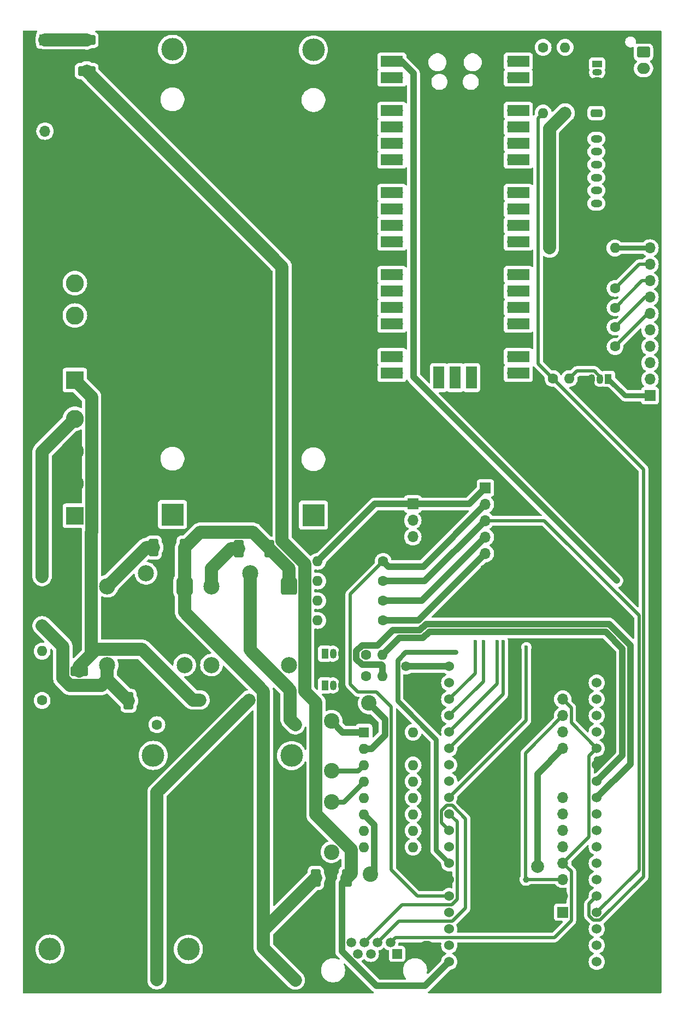
<source format=gtl>
G04 #@! TF.GenerationSoftware,KiCad,Pcbnew,8.0.4-8.0.4-0~ubuntu22.04.1*
G04 #@! TF.CreationDate,2024-09-04T15:26:38-06:00*
G04 #@! TF.ProjectId,modulargas,6d6f6475-6c61-4726-9761-732e6b696361,rev?*
G04 #@! TF.SameCoordinates,Original*
G04 #@! TF.FileFunction,Copper,L1,Top*
G04 #@! TF.FilePolarity,Positive*
%FSLAX46Y46*%
G04 Gerber Fmt 4.6, Leading zero omitted, Abs format (unit mm)*
G04 Created by KiCad (PCBNEW 8.0.4-8.0.4-0~ubuntu22.04.1) date 2024-09-04 15:26:38*
%MOMM*%
%LPD*%
G01*
G04 APERTURE LIST*
G04 Aperture macros list*
%AMRoundRect*
0 Rectangle with rounded corners*
0 $1 Rounding radius*
0 $2 $3 $4 $5 $6 $7 $8 $9 X,Y pos of 4 corners*
0 Add a 4 corners polygon primitive as box body*
4,1,4,$2,$3,$4,$5,$6,$7,$8,$9,$2,$3,0*
0 Add four circle primitives for the rounded corners*
1,1,$1+$1,$2,$3*
1,1,$1+$1,$4,$5*
1,1,$1+$1,$6,$7*
1,1,$1+$1,$8,$9*
0 Add four rect primitives between the rounded corners*
20,1,$1+$1,$2,$3,$4,$5,0*
20,1,$1+$1,$4,$5,$6,$7,0*
20,1,$1+$1,$6,$7,$8,$9,0*
20,1,$1+$1,$8,$9,$2,$3,0*%
G04 Aperture macros list end*
G04 #@! TA.AperFunction,ComponentPad*
%ADD10C,1.600000*%
G04 #@! TD*
G04 #@! TA.AperFunction,ComponentPad*
%ADD11O,1.600000X1.600000*%
G04 #@! TD*
G04 #@! TA.AperFunction,ComponentPad*
%ADD12R,1.700000X1.700000*%
G04 #@! TD*
G04 #@! TA.AperFunction,ComponentPad*
%ADD13O,1.700000X1.700000*%
G04 #@! TD*
G04 #@! TA.AperFunction,ComponentPad*
%ADD14C,2.500000*%
G04 #@! TD*
G04 #@! TA.AperFunction,ComponentPad*
%ADD15RoundRect,0.250000X-1.000000X1.000000X-1.000000X-1.000000X1.000000X-1.000000X1.000000X1.000000X0*%
G04 #@! TD*
G04 #@! TA.AperFunction,ComponentPad*
%ADD16C,2.400000*%
G04 #@! TD*
G04 #@! TA.AperFunction,ComponentPad*
%ADD17R,1.050000X1.500000*%
G04 #@! TD*
G04 #@! TA.AperFunction,ComponentPad*
%ADD18O,1.050000X1.500000*%
G04 #@! TD*
G04 #@! TA.AperFunction,SMDPad,CuDef*
%ADD19RoundRect,0.250000X0.500000X1.100000X-0.500000X1.100000X-0.500000X-1.100000X0.500000X-1.100000X0*%
G04 #@! TD*
G04 #@! TA.AperFunction,SMDPad,CuDef*
%ADD20RoundRect,0.250000X-1.100000X0.500000X-1.100000X-0.500000X1.100000X-0.500000X1.100000X0.500000X0*%
G04 #@! TD*
G04 #@! TA.AperFunction,ComponentPad*
%ADD21RoundRect,0.250000X-0.750000X0.600000X-0.750000X-0.600000X0.750000X-0.600000X0.750000X0.600000X0*%
G04 #@! TD*
G04 #@! TA.AperFunction,ComponentPad*
%ADD22O,2.000000X1.700000*%
G04 #@! TD*
G04 #@! TA.AperFunction,ComponentPad*
%ADD23R,1.600000X1.600000*%
G04 #@! TD*
G04 #@! TA.AperFunction,ComponentPad*
%ADD24RoundRect,0.250000X-0.650000X0.350000X-0.650000X-0.350000X0.650000X-0.350000X0.650000X0.350000X0*%
G04 #@! TD*
G04 #@! TA.AperFunction,ComponentPad*
%ADD25O,1.800000X1.200000*%
G04 #@! TD*
G04 #@! TA.AperFunction,ComponentPad*
%ADD26C,3.500000*%
G04 #@! TD*
G04 #@! TA.AperFunction,SMDPad,CuDef*
%ADD27RoundRect,0.250000X-0.500000X-1.100000X0.500000X-1.100000X0.500000X1.100000X-0.500000X1.100000X0*%
G04 #@! TD*
G04 #@! TA.AperFunction,ComponentPad*
%ADD28R,2.800000X2.800000*%
G04 #@! TD*
G04 #@! TA.AperFunction,ComponentPad*
%ADD29C,2.800000*%
G04 #@! TD*
G04 #@! TA.AperFunction,ComponentPad*
%ADD30R,3.500000X3.500000*%
G04 #@! TD*
G04 #@! TA.AperFunction,SMDPad,CuDef*
%ADD31R,3.500000X1.700000*%
G04 #@! TD*
G04 #@! TA.AperFunction,SMDPad,CuDef*
%ADD32R,1.700000X3.500000*%
G04 #@! TD*
G04 #@! TA.AperFunction,SMDPad,CuDef*
%ADD33RoundRect,0.250000X1.100000X-0.500000X1.100000X0.500000X-1.100000X0.500000X-1.100000X-0.500000X0*%
G04 #@! TD*
G04 #@! TA.AperFunction,ComponentPad*
%ADD34R,1.500000X1.500000*%
G04 #@! TD*
G04 #@! TA.AperFunction,ComponentPad*
%ADD35C,1.500000*%
G04 #@! TD*
G04 #@! TA.AperFunction,ComponentPad*
%ADD36C,2.300000*%
G04 #@! TD*
G04 #@! TA.AperFunction,ComponentPad*
%ADD37C,1.524000*%
G04 #@! TD*
G04 #@! TA.AperFunction,ComponentPad*
%ADD38R,1.500000X1.050000*%
G04 #@! TD*
G04 #@! TA.AperFunction,ComponentPad*
%ADD39O,1.500000X1.050000*%
G04 #@! TD*
G04 #@! TA.AperFunction,ViaPad*
%ADD40C,1.500000*%
G04 #@! TD*
G04 #@! TA.AperFunction,ViaPad*
%ADD41C,2.000000*%
G04 #@! TD*
G04 #@! TA.AperFunction,ViaPad*
%ADD42C,1.600000*%
G04 #@! TD*
G04 #@! TA.AperFunction,ViaPad*
%ADD43C,1.000000*%
G04 #@! TD*
G04 #@! TA.AperFunction,ViaPad*
%ADD44C,0.600000*%
G04 #@! TD*
G04 #@! TA.AperFunction,Conductor*
%ADD45C,2.000000*%
G04 #@! TD*
G04 #@! TA.AperFunction,Conductor*
%ADD46C,1.000000*%
G04 #@! TD*
G04 #@! TA.AperFunction,Conductor*
%ADD47C,0.750000*%
G04 #@! TD*
G04 #@! TA.AperFunction,Conductor*
%ADD48C,0.500000*%
G04 #@! TD*
G04 APERTURE END LIST*
D10*
X94180000Y-139900000D03*
D11*
X101800000Y-139900000D03*
D12*
X70150000Y-37722500D03*
D13*
X70150000Y-45322500D03*
X70150000Y-51862500D03*
X70150000Y-67102500D03*
D14*
X85800000Y-120300000D03*
X91800000Y-134500000D03*
X79800000Y-134500000D03*
D15*
X91800000Y-122300000D03*
D14*
X79800000Y-122300000D03*
D16*
X114550000Y-143150000D03*
X114550000Y-150900000D03*
D17*
X113510000Y-132750000D03*
D18*
X114780000Y-132750000D03*
X116050000Y-132750000D03*
D10*
X148860000Y-90150000D03*
D11*
X151400000Y-90150000D03*
D12*
X138400000Y-107080000D03*
D13*
X138400000Y-109620000D03*
X138400000Y-112160000D03*
X138400000Y-114700000D03*
X138400000Y-117240000D03*
X138400000Y-119780000D03*
D19*
X104950000Y-116500000D03*
X100150000Y-116500000D03*
D10*
X119910000Y-136200000D03*
D11*
X122450000Y-136200000D03*
D20*
X75450000Y-135450000D03*
X75450000Y-140250000D03*
D21*
X162900000Y-39650000D03*
D22*
X162900000Y-42150000D03*
D17*
X157450000Y-90200000D03*
D18*
X156180000Y-90200000D03*
X154910000Y-90200000D03*
D23*
X119575000Y-144900000D03*
D11*
X119575000Y-147440000D03*
X119575000Y-149980000D03*
X119575000Y-152520000D03*
X119575000Y-155060000D03*
X119575000Y-157600000D03*
X119575000Y-160140000D03*
X119575000Y-162680000D03*
X127195000Y-162680000D03*
X127195000Y-160140000D03*
X127195000Y-157600000D03*
X127195000Y-155060000D03*
X127195000Y-152520000D03*
X127195000Y-149980000D03*
X127195000Y-147440000D03*
X127195000Y-144900000D03*
D10*
X158500000Y-82200000D03*
D11*
X148340000Y-82200000D03*
D24*
X155600000Y-49050000D03*
D25*
X155600000Y-51050000D03*
X155600000Y-53050000D03*
X155600000Y-55050000D03*
X155600000Y-57050000D03*
X155600000Y-59050000D03*
X155600000Y-61050000D03*
X155600000Y-63050000D03*
D16*
X120350000Y-140400000D03*
X128100000Y-140400000D03*
D10*
X122560000Y-124550000D03*
D11*
X112400000Y-124550000D03*
D10*
X108948000Y-143750000D03*
X91800000Y-143750000D03*
X91800000Y-183247000D03*
X108948000Y-183247000D03*
D26*
X108373500Y-148512500D03*
X92371500Y-178484500D03*
D10*
X122560000Y-127600000D03*
D11*
X112400000Y-127600000D03*
D12*
X150400000Y-137250000D03*
D13*
X150400000Y-139790000D03*
X150400000Y-142330000D03*
X150400000Y-144870000D03*
X150400000Y-147410000D03*
D10*
X158500000Y-76200000D03*
D11*
X148340000Y-76200000D03*
D14*
X101950000Y-120300000D03*
X107950000Y-134500000D03*
X95950000Y-134500000D03*
D15*
X107950000Y-122300000D03*
D14*
X95950000Y-122300000D03*
D10*
X87498000Y-143725000D03*
X70350000Y-143725000D03*
X70350000Y-183222000D03*
X87498000Y-183222000D03*
D26*
X86923500Y-148487500D03*
X70921500Y-178459500D03*
D10*
X158500000Y-85200000D03*
D11*
X148340000Y-85200000D03*
D19*
X91800000Y-116300000D03*
X87000000Y-116300000D03*
D27*
X83100000Y-140050000D03*
X87900000Y-140050000D03*
D28*
X74775000Y-90400000D03*
D29*
X74775000Y-85400000D03*
X74775000Y-80400000D03*
X74775000Y-75400000D03*
D30*
X89900000Y-111200000D03*
D26*
X89900000Y-39200000D03*
D30*
X111750000Y-111295000D03*
D26*
X111750000Y-39295000D03*
D12*
X127150000Y-109580000D03*
D13*
X127150000Y-112120000D03*
X127150000Y-114660000D03*
X127150000Y-117200000D03*
D28*
X74775000Y-111400000D03*
D29*
X74775000Y-106400000D03*
X74775000Y-101400000D03*
X74775000Y-96400000D03*
D10*
X148320000Y-69950000D03*
D11*
X158480000Y-69950000D03*
D13*
X124810000Y-41070000D03*
D31*
X123910000Y-41070000D03*
D13*
X124810000Y-43610000D03*
D31*
X123910000Y-43610000D03*
D12*
X124810000Y-46150000D03*
D31*
X123910000Y-46150000D03*
D13*
X124810000Y-48690000D03*
D31*
X123910000Y-48690000D03*
D13*
X124810000Y-51230000D03*
D31*
X123910000Y-51230000D03*
D13*
X124810000Y-53770000D03*
D31*
X123910000Y-53770000D03*
D13*
X124810000Y-56310000D03*
D31*
X123910000Y-56310000D03*
D12*
X124810000Y-58850000D03*
D31*
X123910000Y-58850000D03*
D13*
X124810000Y-61390000D03*
D31*
X123910000Y-61390000D03*
D13*
X124810000Y-63930000D03*
D31*
X123910000Y-63930000D03*
D13*
X124810000Y-66470000D03*
D31*
X123910000Y-66470000D03*
D13*
X124810000Y-69010000D03*
D31*
X123910000Y-69010000D03*
D12*
X124810000Y-71550000D03*
D31*
X123910000Y-71550000D03*
D13*
X124810000Y-74090000D03*
D31*
X123910000Y-74090000D03*
D13*
X124810000Y-76630000D03*
D31*
X123910000Y-76630000D03*
D13*
X124810000Y-79170000D03*
D31*
X123910000Y-79170000D03*
D13*
X124810000Y-81710000D03*
D31*
X123910000Y-81710000D03*
D12*
X124810000Y-84250000D03*
D31*
X123910000Y-84250000D03*
D13*
X124810000Y-86790000D03*
D31*
X123910000Y-86790000D03*
D13*
X124810000Y-89330000D03*
D31*
X123910000Y-89330000D03*
D13*
X142590000Y-89330000D03*
D31*
X143490000Y-89330000D03*
D13*
X142590000Y-86790000D03*
D31*
X143490000Y-86790000D03*
D12*
X142590000Y-84250000D03*
D31*
X143490000Y-84250000D03*
D13*
X142590000Y-81710000D03*
D31*
X143490000Y-81710000D03*
D13*
X142590000Y-79170000D03*
D31*
X143490000Y-79170000D03*
D13*
X142590000Y-76630000D03*
D31*
X143490000Y-76630000D03*
D13*
X142590000Y-74090000D03*
D31*
X143490000Y-74090000D03*
D12*
X142590000Y-71550000D03*
D31*
X143490000Y-71550000D03*
D13*
X142590000Y-69010000D03*
D31*
X143490000Y-69010000D03*
D13*
X142590000Y-66470000D03*
D31*
X143490000Y-66470000D03*
D13*
X142590000Y-63930000D03*
D31*
X143490000Y-63930000D03*
D13*
X142590000Y-61390000D03*
D31*
X143490000Y-61390000D03*
D12*
X142590000Y-58850000D03*
D31*
X143490000Y-58850000D03*
D13*
X142590000Y-56310000D03*
D31*
X143490000Y-56310000D03*
D13*
X142590000Y-53770000D03*
D31*
X143490000Y-53770000D03*
D13*
X142590000Y-51230000D03*
D31*
X143490000Y-51230000D03*
D13*
X142590000Y-48690000D03*
D31*
X143490000Y-48690000D03*
D12*
X142590000Y-46150000D03*
D31*
X143490000Y-46150000D03*
D13*
X142590000Y-43610000D03*
D31*
X143490000Y-43610000D03*
D13*
X142590000Y-41070000D03*
D31*
X143490000Y-41070000D03*
D13*
X131160000Y-89100000D03*
D32*
X131160000Y-90000000D03*
D12*
X133700000Y-89100000D03*
D32*
X133700000Y-90000000D03*
D13*
X136240000Y-89100000D03*
D32*
X136240000Y-90000000D03*
D16*
X120575000Y-166825000D03*
X128325000Y-166825000D03*
D12*
X150400000Y-172750000D03*
D13*
X150400000Y-170210000D03*
X150400000Y-167670000D03*
X150400000Y-165130000D03*
X150400000Y-162590000D03*
X150400000Y-160050000D03*
X150400000Y-157510000D03*
X150400000Y-154970000D03*
D10*
X122560000Y-121500000D03*
D11*
X112400000Y-121500000D03*
D10*
X158500000Y-79200000D03*
D11*
X148340000Y-79200000D03*
D16*
X114550000Y-155700000D03*
X114550000Y-163450000D03*
D33*
X76600000Y-42550000D03*
X76600000Y-37750000D03*
D34*
X124707000Y-179200000D03*
D35*
X123691000Y-177420000D03*
X122675000Y-179200000D03*
X121659000Y-177420000D03*
X120643000Y-179200000D03*
X119627000Y-177420000D03*
X118611000Y-179200000D03*
X117595000Y-177420000D03*
D36*
X129277000Y-178310000D03*
X113017000Y-178310000D03*
D37*
X132800000Y-134700000D03*
X132800000Y-137240000D03*
X132800000Y-139780000D03*
X132800000Y-142320000D03*
X132800000Y-144860000D03*
X132800000Y-147400000D03*
X132800000Y-149940000D03*
X132800000Y-152480000D03*
X132800000Y-155020000D03*
X132800000Y-157560000D03*
X132800000Y-160100000D03*
X132800000Y-162640000D03*
X132800000Y-165180000D03*
X132800000Y-167720000D03*
X132800000Y-170260000D03*
X132800000Y-172800000D03*
X132800000Y-175340000D03*
X132800000Y-177880000D03*
X132800000Y-180420000D03*
X155660000Y-134700000D03*
X155660000Y-137240000D03*
X155660000Y-139780000D03*
X155660000Y-142320000D03*
X155660000Y-144860000D03*
X155660000Y-147400000D03*
X155660000Y-149940000D03*
X155660000Y-152480000D03*
X155660000Y-155020000D03*
X155660000Y-157560000D03*
X155660000Y-160100000D03*
X155660000Y-162640000D03*
X155660000Y-165180000D03*
X155660000Y-167720000D03*
X155660000Y-170260000D03*
X155660000Y-172800000D03*
X155660000Y-175340000D03*
X155660000Y-177880000D03*
X155660000Y-180420000D03*
D17*
X113510000Y-137650000D03*
D18*
X114780000Y-137650000D03*
X116050000Y-137650000D03*
D10*
X150750000Y-49050000D03*
D11*
X150750000Y-38890000D03*
D19*
X116900000Y-167475000D03*
X112100000Y-167475000D03*
D10*
X119910000Y-132950000D03*
D11*
X122450000Y-132950000D03*
D38*
X155700000Y-41500000D03*
D39*
X155700000Y-42770000D03*
X155700000Y-44040000D03*
D10*
X147350000Y-38900000D03*
D11*
X147350000Y-49060000D03*
D12*
X163900000Y-92810000D03*
D13*
X163900000Y-90270000D03*
X163900000Y-87730000D03*
X163900000Y-85190000D03*
X163900000Y-82650000D03*
X163900000Y-80110000D03*
X163900000Y-77570000D03*
X163900000Y-75030000D03*
X163900000Y-72490000D03*
X163900000Y-69950000D03*
D10*
X122560000Y-118450000D03*
D11*
X112400000Y-118450000D03*
D10*
X69700000Y-128410000D03*
D11*
X69700000Y-120790000D03*
D10*
X69700000Y-139970000D03*
D11*
X69700000Y-132350000D03*
D40*
X126100000Y-134700000D03*
D41*
X146450000Y-165650000D03*
D42*
X142000000Y-167000000D03*
D43*
X144700000Y-167675000D03*
D44*
X140250000Y-130900000D03*
X141150000Y-130900000D03*
X138100000Y-130900000D03*
X136800000Y-130900000D03*
X133750000Y-132500000D03*
X144750000Y-131750000D03*
X158762500Y-121437500D03*
D45*
X95950000Y-119500000D02*
X98950000Y-116500000D01*
X95950000Y-122300000D02*
X95950000Y-119500000D01*
X98950000Y-116500000D02*
X100150000Y-116500000D01*
D46*
X146450000Y-151360000D02*
X150400000Y-147410000D01*
X127150000Y-109580000D02*
X121270000Y-109580000D01*
X121270000Y-109580000D02*
X112400000Y-118450000D01*
X135900000Y-109580000D02*
X138400000Y-107080000D01*
X127150000Y-109580000D02*
X135900000Y-109580000D01*
X146450000Y-165650000D02*
X146450000Y-151360000D01*
X126100000Y-134700000D02*
X132800000Y-134700000D01*
D47*
X150400000Y-170210000D02*
X145210000Y-170210000D01*
X145210000Y-170210000D02*
X142000000Y-167000000D01*
D45*
X85198630Y-132050000D02*
X78100000Y-132050000D01*
X93048630Y-139900000D02*
X85198630Y-132050000D01*
X94180000Y-139900000D02*
X93048630Y-139900000D01*
X77375000Y-93000000D02*
X77375000Y-113975000D01*
X78100000Y-132050000D02*
X75450000Y-134700000D01*
X77350000Y-114000000D02*
X77350000Y-132750000D01*
X75450000Y-134700000D02*
X75450000Y-135450000D01*
X74775000Y-90400000D02*
X77375000Y-93000000D01*
X77350000Y-132750000D02*
X77375000Y-132775000D01*
X77375000Y-113975000D02*
X77350000Y-114000000D01*
X85850000Y-116300000D02*
X87000000Y-116300000D01*
X79850000Y-122300000D02*
X85850000Y-116300000D01*
X79800000Y-122300000D02*
X79850000Y-122300000D01*
X72900000Y-136557538D02*
X73992462Y-137650000D01*
X72900000Y-131610000D02*
X72900000Y-136557538D01*
X69700000Y-128410000D02*
X72900000Y-131610000D01*
X83100000Y-140050000D02*
X79800000Y-136750000D01*
X73992462Y-137650000D02*
X78900000Y-137650000D01*
X79800000Y-136750000D02*
X79800000Y-134500000D01*
X78900000Y-137650000D02*
X79800000Y-136750000D01*
D48*
X144700000Y-167675000D02*
X144695000Y-167670000D01*
X150400000Y-167670000D02*
X144705000Y-167670000D01*
X144600000Y-167650000D02*
X144600000Y-148130000D01*
X144620000Y-167670000D02*
X144600000Y-167650000D01*
X144695000Y-167670000D02*
X144620000Y-167670000D01*
X144600000Y-148130000D02*
X150400000Y-142330000D01*
X144705000Y-167670000D02*
X144700000Y-167675000D01*
D45*
X104000000Y-138550000D02*
X104000000Y-178299000D01*
X104000000Y-178299000D02*
X104000000Y-175575000D01*
X91800000Y-122300000D02*
X91800000Y-116300000D01*
X104000000Y-175575000D02*
X112100000Y-167475000D01*
X91800000Y-126350000D02*
X104000000Y-138550000D01*
X104000000Y-178299000D02*
X108948000Y-183247000D01*
X107950000Y-119500000D02*
X104950000Y-116500000D01*
X94150000Y-113950000D02*
X102400000Y-113950000D01*
X91800000Y-122300000D02*
X91800000Y-126350000D01*
X107950000Y-122300000D02*
X107950000Y-119500000D01*
X102400000Y-113950000D02*
X104950000Y-116500000D01*
X91800000Y-116300000D02*
X94150000Y-113950000D01*
X148320000Y-51480000D02*
X150750000Y-49050000D01*
X148320000Y-69950000D02*
X148320000Y-51480000D01*
D46*
X128040000Y-127600000D02*
X138400000Y-117240000D01*
X122560000Y-127600000D02*
X128040000Y-127600000D01*
D48*
X121475000Y-138650000D02*
X118656497Y-138650000D01*
X117460000Y-137453503D02*
X117460000Y-123550000D01*
X117460000Y-123550000D02*
X122560000Y-118450000D01*
X132800000Y-170260000D02*
X127855583Y-170260000D01*
X118656497Y-138650000D02*
X117460000Y-137453503D01*
D46*
X122560000Y-118450000D02*
X123359999Y-119249999D01*
D48*
X127855583Y-170260000D02*
X123775000Y-166179417D01*
D46*
X128770001Y-119249999D02*
X138400000Y-109620000D01*
X123359999Y-119249999D02*
X128770001Y-119249999D01*
D48*
X123775000Y-140950000D02*
X121475000Y-138650000D01*
X123775000Y-166179417D02*
X123775000Y-140950000D01*
X123691000Y-177420000D02*
X124443000Y-176668000D01*
X151700000Y-141090000D02*
X151700000Y-143440000D01*
X150400000Y-139790000D02*
X151700000Y-141090000D01*
X149082000Y-176668000D02*
X151725000Y-174025000D01*
X154448000Y-148612000D02*
X155660000Y-147400000D01*
X124443000Y-176668000D02*
X149082000Y-176668000D01*
X151725000Y-174025000D02*
X151725000Y-166455000D01*
X151700000Y-143440000D02*
X155660000Y-147400000D01*
X151725000Y-166455000D02*
X150400000Y-165130000D01*
X150400000Y-165130000D02*
X154448000Y-161082000D01*
X154448000Y-161082000D02*
X154448000Y-148612000D01*
X140250000Y-137410000D02*
X132800000Y-144860000D01*
X163130000Y-77570000D02*
X163900000Y-77570000D01*
X158500000Y-82200000D02*
X163130000Y-77570000D01*
X140250000Y-130900000D02*
X140250000Y-137410000D01*
X158500000Y-79200000D02*
X162670000Y-75030000D01*
X162670000Y-75030000D02*
X163900000Y-75030000D01*
X141150000Y-139050000D02*
X141150000Y-130900000D01*
X132800000Y-147400000D02*
X141150000Y-139050000D01*
X138100000Y-137020000D02*
X132800000Y-142320000D01*
X163590000Y-80110000D02*
X163900000Y-80110000D01*
X158500000Y-85200000D02*
X163590000Y-80110000D01*
X138100000Y-130900000D02*
X138100000Y-137020000D01*
D46*
X129000000Y-121500000D02*
X138340000Y-112160000D01*
D48*
X147510000Y-112160000D02*
X138400000Y-112160000D01*
X162200000Y-166260000D02*
X162200000Y-126850000D01*
D46*
X138340000Y-112160000D02*
X138400000Y-112160000D01*
D48*
X155660000Y-172800000D02*
X162200000Y-166260000D01*
D46*
X122560000Y-121500000D02*
X129000000Y-121500000D01*
D48*
X162200000Y-126850000D02*
X147510000Y-112160000D01*
D46*
X122560000Y-124550000D02*
X128550000Y-124550000D01*
X128550000Y-124550000D02*
X138400000Y-114700000D01*
D47*
X158480000Y-69950000D02*
X163900000Y-69950000D01*
D48*
X158500000Y-76200000D02*
X162210000Y-72490000D01*
X136800000Y-130900000D02*
X136800000Y-135780000D01*
X162210000Y-72490000D02*
X163900000Y-72490000D01*
X136800000Y-135780000D02*
X132800000Y-139780000D01*
D47*
X124775000Y-133725000D02*
X126000000Y-132500000D01*
X130763000Y-146013000D02*
X124775000Y-140025000D01*
X126000000Y-132500000D02*
X133750000Y-132500000D01*
X124775000Y-140025000D02*
X124775000Y-133725000D01*
X130763000Y-163143000D02*
X130763000Y-146013000D01*
X132800000Y-165180000D02*
X130763000Y-163143000D01*
D48*
X133187000Y-171588000D02*
X134012000Y-170763000D01*
X119627000Y-177420000D02*
X125459000Y-171588000D01*
X125459000Y-171588000D02*
X133187000Y-171588000D01*
X134012000Y-170763000D02*
X134012000Y-158772000D01*
X134012000Y-158772000D02*
X132800000Y-157560000D01*
X124951000Y-174128000D02*
X121659000Y-177420000D01*
X133302027Y-174128000D02*
X124951000Y-174128000D01*
X133257000Y-156232000D02*
X135325000Y-158300000D01*
X131588000Y-157057973D02*
X132413973Y-156232000D01*
X135325000Y-158300000D02*
X135325000Y-172105027D01*
X132800000Y-160100000D02*
X131588000Y-158888000D01*
X131588000Y-158888000D02*
X131588000Y-157057973D01*
X132413973Y-156232000D02*
X133257000Y-156232000D01*
X135325000Y-172105027D02*
X133302027Y-174128000D01*
D45*
X87498000Y-154202000D02*
X101800000Y-139900000D01*
X87498000Y-183222000D02*
X87498000Y-154202000D01*
D48*
X156180000Y-89866142D02*
X156180000Y-90200000D01*
X152550000Y-89000000D02*
X155313858Y-89000000D01*
X151400000Y-90150000D02*
X152550000Y-89000000D01*
X155313858Y-89000000D02*
X156180000Y-89866142D01*
D45*
X108948000Y-143750000D02*
X108148001Y-142950001D01*
X108148001Y-138373001D02*
X101950000Y-132175000D01*
X108148001Y-142950001D02*
X108148001Y-138373001D01*
X101950000Y-132175000D02*
X101950000Y-120300000D01*
D46*
X128237056Y-129100000D02*
X124025000Y-129100000D01*
X119288679Y-134450000D02*
X122300000Y-134450000D01*
X119288679Y-131450000D02*
X118410000Y-132328679D01*
X122300000Y-134450000D02*
X122450000Y-134600000D01*
X160850000Y-149830000D02*
X160850000Y-131452944D01*
X157547056Y-128150000D02*
X129187056Y-128150000D01*
X122450000Y-134600000D02*
X122450000Y-136200000D01*
X155660000Y-155020000D02*
X160850000Y-149830000D01*
X118410000Y-133571321D02*
X119288679Y-134450000D01*
X160850000Y-131452944D02*
X157547056Y-128150000D01*
X124025000Y-129100000D02*
X121675000Y-131450000D01*
X118410000Y-132328679D02*
X118410000Y-133571321D01*
X129187056Y-128150000D02*
X128237056Y-129100000D01*
X121675000Y-131450000D02*
X119288679Y-131450000D01*
X157050000Y-129350000D02*
X159650000Y-131950000D01*
X129684112Y-129350000D02*
X157050000Y-129350000D01*
X128734112Y-130300000D02*
X129684112Y-129350000D01*
X159650000Y-131950000D02*
X159650000Y-148490000D01*
X125100000Y-130300000D02*
X128734112Y-130300000D01*
X122450000Y-132950000D02*
X125100000Y-130300000D01*
X159650000Y-148490000D02*
X155660000Y-152480000D01*
D47*
X116395000Y-155700000D02*
X119575000Y-152520000D01*
X114550000Y-155700000D02*
X116395000Y-155700000D01*
D46*
X119575000Y-144900000D02*
X116300000Y-144900000D01*
X116300000Y-144900000D02*
X114550000Y-143150000D01*
D47*
X114550000Y-150900000D02*
X118655000Y-150900000D01*
X118655000Y-150900000D02*
X119575000Y-149980000D01*
D46*
X120735000Y-147440000D02*
X119575000Y-147440000D01*
X120350000Y-140400000D02*
X122825000Y-142875000D01*
X122825000Y-142875000D02*
X122825000Y-145350000D01*
X122825000Y-145350000D02*
X120735000Y-147440000D01*
X119575000Y-157600000D02*
X121200000Y-159225000D01*
X121200000Y-166200000D02*
X120575000Y-166825000D01*
X121200000Y-159225000D02*
X121200000Y-166200000D01*
D48*
X144750000Y-143070000D02*
X132800000Y-155020000D01*
X144750000Y-131750000D02*
X144750000Y-143070000D01*
D46*
X127250000Y-42950000D02*
X125370000Y-41070000D01*
X158762500Y-121437500D02*
X127250000Y-89925000D01*
X127250000Y-89925000D02*
X127250000Y-42950000D01*
X125370000Y-41070000D02*
X124810000Y-41070000D01*
D48*
X156162027Y-174012000D02*
X155157973Y-174012000D01*
X155157973Y-174012000D02*
X154448000Y-173302027D01*
X162900000Y-167274027D02*
X156162027Y-174012000D01*
X146550001Y-87840001D02*
X148860000Y-90150000D01*
X147350000Y-49060000D02*
X146550001Y-49859999D01*
X154448000Y-173302027D02*
X154448000Y-171472000D01*
X146550001Y-49859999D02*
X146550001Y-87840001D01*
X162900000Y-104190000D02*
X162900000Y-167274027D01*
X148860000Y-90150000D02*
X162900000Y-104190000D01*
X154448000Y-171472000D02*
X155660000Y-170260000D01*
D46*
X116145000Y-168230000D02*
X116145000Y-178795000D01*
D45*
X110400000Y-138550000D02*
X112150000Y-140300000D01*
X112150000Y-140300000D02*
X112150000Y-157655887D01*
D46*
X116145000Y-178795000D02*
X121525000Y-184175000D01*
D45*
X112150000Y-157655887D02*
X117575000Y-163080887D01*
X76600000Y-42550000D02*
X106900000Y-72850000D01*
X117575000Y-166800000D02*
X116900000Y-167475000D01*
D46*
X129045000Y-184175000D02*
X132800000Y-180420000D01*
D45*
X110400000Y-118838730D02*
X110400000Y-138550000D01*
X106900000Y-115338730D02*
X110400000Y-118838730D01*
X117575000Y-163080887D02*
X117575000Y-166800000D01*
X106900000Y-72850000D02*
X106900000Y-115338730D01*
D46*
X116900000Y-167475000D02*
X116145000Y-168230000D01*
X121525000Y-184175000D02*
X129045000Y-184175000D01*
D45*
X76572500Y-37722500D02*
X76600000Y-37750000D01*
X70150000Y-37722500D02*
X76572500Y-37722500D01*
D47*
X163900000Y-92810000D02*
X160060000Y-92810000D01*
X160060000Y-92810000D02*
X157450000Y-90200000D01*
D45*
X69700000Y-101475000D02*
X74775000Y-96400000D01*
X69700000Y-120790000D02*
X69700000Y-101475000D01*
G04 #@! TA.AperFunction,Conductor*
G36*
X68912954Y-36332685D02*
G01*
X68958709Y-36385489D01*
X68968653Y-36454647D01*
X68945181Y-36511311D01*
X68856206Y-36630164D01*
X68856202Y-36630171D01*
X68805908Y-36765017D01*
X68799501Y-36824616D01*
X68799500Y-36824635D01*
X68799500Y-37038099D01*
X68785985Y-37094393D01*
X68759430Y-37146509D01*
X68759430Y-37146511D01*
X68686447Y-37371127D01*
X68686447Y-37371130D01*
X68649500Y-37604402D01*
X68649500Y-37840597D01*
X68686447Y-38073869D01*
X68686447Y-38073872D01*
X68759430Y-38298488D01*
X68759430Y-38298489D01*
X68785985Y-38350606D01*
X68799500Y-38406899D01*
X68799500Y-38620369D01*
X68799501Y-38620376D01*
X68805908Y-38679983D01*
X68856202Y-38814828D01*
X68856206Y-38814835D01*
X68942452Y-38930044D01*
X68942455Y-38930047D01*
X69057664Y-39016293D01*
X69057671Y-39016297D01*
X69078815Y-39024183D01*
X69192517Y-39066591D01*
X69252127Y-39073000D01*
X69465598Y-39072999D01*
X69521893Y-39086514D01*
X69574008Y-39113068D01*
X69755059Y-39171895D01*
X69798631Y-39186053D01*
X70031903Y-39223000D01*
X70031908Y-39223000D01*
X76298521Y-39223000D01*
X76317919Y-39224527D01*
X76481903Y-39250500D01*
X76481908Y-39250500D01*
X76718097Y-39250500D01*
X76847690Y-39229973D01*
X76951369Y-39213553D01*
X76993105Y-39199992D01*
X87644671Y-39199992D01*
X87644671Y-39200007D01*
X87663964Y-39494363D01*
X87663965Y-39494373D01*
X87663966Y-39494380D01*
X87712651Y-39739141D01*
X87721518Y-39783716D01*
X87721521Y-39783730D01*
X87816349Y-40063080D01*
X87946825Y-40327660D01*
X87946829Y-40327667D01*
X88110725Y-40572955D01*
X88305241Y-40794758D01*
X88527044Y-40989274D01*
X88672474Y-41086447D01*
X88772335Y-41153172D01*
X89036923Y-41283652D01*
X89316278Y-41378481D01*
X89605620Y-41436034D01*
X89633888Y-41437886D01*
X89899993Y-41455329D01*
X89900000Y-41455329D01*
X89900007Y-41455329D01*
X90135675Y-41439881D01*
X90194380Y-41436034D01*
X90483722Y-41378481D01*
X90763077Y-41283652D01*
X91027665Y-41153172D01*
X91272957Y-40989273D01*
X91494758Y-40794758D01*
X91689273Y-40572957D01*
X91853172Y-40327665D01*
X91983652Y-40063077D01*
X92078481Y-39783722D01*
X92136034Y-39494380D01*
X92145728Y-39346488D01*
X92149103Y-39294992D01*
X109494671Y-39294992D01*
X109494671Y-39295007D01*
X109513964Y-39589363D01*
X109513965Y-39589373D01*
X109513966Y-39589380D01*
X109568283Y-39862455D01*
X109571518Y-39878716D01*
X109571521Y-39878730D01*
X109666349Y-40158080D01*
X109796825Y-40422660D01*
X109796829Y-40422667D01*
X109960725Y-40667955D01*
X110155241Y-40889758D01*
X110377044Y-41084274D01*
X110622332Y-41248170D01*
X110622339Y-41248174D01*
X110726009Y-41299298D01*
X110886923Y-41378652D01*
X111166278Y-41473481D01*
X111455620Y-41531034D01*
X111483888Y-41532886D01*
X111749993Y-41550329D01*
X111750000Y-41550329D01*
X111750007Y-41550329D01*
X111985675Y-41534881D01*
X112044380Y-41531034D01*
X112333722Y-41473481D01*
X112613077Y-41378652D01*
X112877665Y-41248172D01*
X113122957Y-41084273D01*
X113344758Y-40889758D01*
X113539273Y-40667957D01*
X113703172Y-40422665D01*
X113833652Y-40158077D01*
X113928481Y-39878722D01*
X113986034Y-39589380D01*
X114001954Y-39346496D01*
X114005329Y-39295007D01*
X114005329Y-39294992D01*
X113986035Y-39000636D01*
X113986034Y-39000620D01*
X113966019Y-38899998D01*
X146044532Y-38899998D01*
X146044532Y-38900001D01*
X146064364Y-39126686D01*
X146064366Y-39126697D01*
X146123258Y-39346488D01*
X146123261Y-39346497D01*
X146219431Y-39552732D01*
X146219432Y-39552734D01*
X146349954Y-39739141D01*
X146510858Y-39900045D01*
X146510861Y-39900047D01*
X146697266Y-40030568D01*
X146903504Y-40126739D01*
X147123308Y-40185635D01*
X147285230Y-40199801D01*
X147349998Y-40205468D01*
X147350000Y-40205468D01*
X147350002Y-40205468D01*
X147406673Y-40200509D01*
X147576692Y-40185635D01*
X147796496Y-40126739D01*
X148002734Y-40030568D01*
X148189139Y-39900047D01*
X148350047Y-39739139D01*
X148480568Y-39552734D01*
X148576739Y-39346496D01*
X148635635Y-39126692D01*
X148655468Y-38900000D01*
X148654593Y-38889998D01*
X149444532Y-38889998D01*
X149444532Y-38890001D01*
X149464364Y-39116686D01*
X149464366Y-39116697D01*
X149523258Y-39336488D01*
X149523261Y-39336497D01*
X149619431Y-39542732D01*
X149619432Y-39542734D01*
X149749954Y-39729141D01*
X149910858Y-39890045D01*
X149910861Y-39890047D01*
X150097266Y-40020568D01*
X150303504Y-40116739D01*
X150523308Y-40175635D01*
X150685230Y-40189801D01*
X150749998Y-40195468D01*
X150750000Y-40195468D01*
X150750002Y-40195468D01*
X150806673Y-40190509D01*
X150976692Y-40175635D01*
X151196496Y-40116739D01*
X151402734Y-40020568D01*
X151589139Y-39890047D01*
X151750047Y-39729139D01*
X151880568Y-39542734D01*
X151976739Y-39336496D01*
X152035635Y-39116692D01*
X152054549Y-38900500D01*
X152055468Y-38890001D01*
X152055468Y-38889998D01*
X152039831Y-38711269D01*
X152035635Y-38663308D01*
X151979420Y-38453511D01*
X151976741Y-38443511D01*
X151976738Y-38443502D01*
X151957756Y-38402795D01*
X151880568Y-38237266D01*
X151750047Y-38050861D01*
X151750045Y-38050858D01*
X151665415Y-37966228D01*
X160049500Y-37966228D01*
X160049500Y-38133771D01*
X160082182Y-38298074D01*
X160082184Y-38298082D01*
X160146295Y-38452860D01*
X160239373Y-38592162D01*
X160357837Y-38710626D01*
X160450494Y-38772537D01*
X160497137Y-38803703D01*
X160651918Y-38867816D01*
X160763451Y-38890001D01*
X160816228Y-38900499D01*
X160816232Y-38900500D01*
X160816233Y-38900500D01*
X160983768Y-38900500D01*
X160983769Y-38900499D01*
X161148082Y-38867816D01*
X161232786Y-38832729D01*
X161302254Y-38825261D01*
X161364733Y-38856536D01*
X161400386Y-38916624D01*
X161403596Y-38959893D01*
X161399500Y-38999981D01*
X161399500Y-40300001D01*
X161399501Y-40300018D01*
X161410000Y-40402796D01*
X161410001Y-40402799D01*
X161465185Y-40569331D01*
X161465187Y-40569336D01*
X161494865Y-40617452D01*
X161557288Y-40718656D01*
X161681344Y-40842712D01*
X161818185Y-40927116D01*
X161836120Y-40938178D01*
X161882845Y-40990126D01*
X161894068Y-41059088D01*
X161866224Y-41123171D01*
X161858706Y-41131398D01*
X161719889Y-41270215D01*
X161594951Y-41442179D01*
X161498444Y-41631585D01*
X161432753Y-41833760D01*
X161406426Y-41999983D01*
X161399500Y-42043713D01*
X161399500Y-42256287D01*
X161401628Y-42269721D01*
X161424528Y-42414311D01*
X161432754Y-42466243D01*
X161495115Y-42658171D01*
X161498444Y-42668414D01*
X161594951Y-42857820D01*
X161719890Y-43029786D01*
X161870213Y-43180109D01*
X162042179Y-43305048D01*
X162042181Y-43305049D01*
X162042184Y-43305051D01*
X162231588Y-43401557D01*
X162433757Y-43467246D01*
X162643713Y-43500500D01*
X162643714Y-43500500D01*
X163156286Y-43500500D01*
X163156287Y-43500500D01*
X163366243Y-43467246D01*
X163568412Y-43401557D01*
X163757816Y-43305051D01*
X163808258Y-43268403D01*
X163929786Y-43180109D01*
X163929788Y-43180106D01*
X163929792Y-43180104D01*
X164080104Y-43029792D01*
X164080106Y-43029788D01*
X164080109Y-43029786D01*
X164205048Y-42857820D01*
X164205047Y-42857820D01*
X164205051Y-42857816D01*
X164301557Y-42668412D01*
X164367246Y-42466243D01*
X164400500Y-42256287D01*
X164400500Y-42043713D01*
X164367246Y-41833757D01*
X164301557Y-41631588D01*
X164205051Y-41442184D01*
X164205049Y-41442181D01*
X164205048Y-41442179D01*
X164080109Y-41270213D01*
X163941294Y-41131398D01*
X163907809Y-41070075D01*
X163912793Y-41000383D01*
X163954665Y-40944450D01*
X163963879Y-40938178D01*
X163969331Y-40934814D01*
X163969334Y-40934814D01*
X164118656Y-40842712D01*
X164242712Y-40718656D01*
X164334814Y-40569334D01*
X164389999Y-40402797D01*
X164400500Y-40300009D01*
X164400499Y-38999992D01*
X164389999Y-38897203D01*
X164334814Y-38730666D01*
X164242712Y-38581344D01*
X164118656Y-38457288D01*
X163969334Y-38365186D01*
X163802797Y-38310001D01*
X163802795Y-38310000D01*
X163700010Y-38299500D01*
X162099998Y-38299500D01*
X162099981Y-38299501D01*
X161997203Y-38310000D01*
X161997200Y-38310001D01*
X161897735Y-38342961D01*
X161827906Y-38345363D01*
X161767865Y-38309631D01*
X161736672Y-38247110D01*
X161737114Y-38201063D01*
X161750500Y-38133767D01*
X161750500Y-37966233D01*
X161717816Y-37801918D01*
X161653703Y-37647137D01*
X161611872Y-37584532D01*
X161560626Y-37507837D01*
X161442162Y-37389373D01*
X161302860Y-37296295D01*
X161148082Y-37232184D01*
X161148074Y-37232182D01*
X160983771Y-37199500D01*
X160983767Y-37199500D01*
X160816233Y-37199500D01*
X160816228Y-37199500D01*
X160651925Y-37232182D01*
X160651917Y-37232184D01*
X160497139Y-37296295D01*
X160357837Y-37389373D01*
X160239373Y-37507837D01*
X160146295Y-37647139D01*
X160082184Y-37801917D01*
X160082182Y-37801925D01*
X160049500Y-37966228D01*
X151665415Y-37966228D01*
X151589141Y-37889954D01*
X151402734Y-37759432D01*
X151402732Y-37759431D01*
X151196497Y-37663261D01*
X151196488Y-37663258D01*
X150976697Y-37604366D01*
X150976693Y-37604365D01*
X150976692Y-37604365D01*
X150976691Y-37604364D01*
X150976686Y-37604364D01*
X150750002Y-37584532D01*
X150749998Y-37584532D01*
X150523313Y-37604364D01*
X150523302Y-37604366D01*
X150303511Y-37663258D01*
X150303502Y-37663261D01*
X150097267Y-37759431D01*
X150097265Y-37759432D01*
X149910858Y-37889954D01*
X149749954Y-38050858D01*
X149619432Y-38237265D01*
X149619431Y-38237267D01*
X149523261Y-38443502D01*
X149523258Y-38443511D01*
X149464366Y-38663302D01*
X149464364Y-38663313D01*
X149444532Y-38889998D01*
X148654593Y-38889998D01*
X148635635Y-38673308D01*
X148576739Y-38453504D01*
X148480568Y-38247266D01*
X148350047Y-38060861D01*
X148350045Y-38060858D01*
X148189141Y-37899954D01*
X148002734Y-37769432D01*
X148002732Y-37769431D01*
X147796497Y-37673261D01*
X147796488Y-37673258D01*
X147576697Y-37614366D01*
X147576693Y-37614365D01*
X147576692Y-37614365D01*
X147576691Y-37614364D01*
X147576686Y-37614364D01*
X147350002Y-37594532D01*
X147349998Y-37594532D01*
X147123313Y-37614364D01*
X147123302Y-37614366D01*
X146903511Y-37673258D01*
X146903502Y-37673261D01*
X146697267Y-37769431D01*
X146697265Y-37769432D01*
X146510858Y-37899954D01*
X146349954Y-38060858D01*
X146219432Y-38247265D01*
X146219431Y-38247267D01*
X146123261Y-38453502D01*
X146123258Y-38453511D01*
X146064366Y-38673302D01*
X146064364Y-38673313D01*
X146044532Y-38899998D01*
X113966019Y-38899998D01*
X113928481Y-38711278D01*
X113833652Y-38431923D01*
X113703172Y-38167336D01*
X113539273Y-37922043D01*
X113433925Y-37801917D01*
X113344758Y-37700241D01*
X113122955Y-37505725D01*
X112877667Y-37341829D01*
X112877660Y-37341825D01*
X112613080Y-37211349D01*
X112333730Y-37116521D01*
X112333724Y-37116519D01*
X112333722Y-37116519D01*
X112044380Y-37058966D01*
X112044373Y-37058965D01*
X112044363Y-37058964D01*
X111750007Y-37039671D01*
X111749993Y-37039671D01*
X111455636Y-37058964D01*
X111455624Y-37058965D01*
X111455620Y-37058966D01*
X111455612Y-37058967D01*
X111455609Y-37058968D01*
X111166283Y-37116518D01*
X111166269Y-37116521D01*
X110886919Y-37211349D01*
X110622334Y-37341828D01*
X110377041Y-37505728D01*
X110155241Y-37700241D01*
X109960728Y-37922041D01*
X109796828Y-38167334D01*
X109666349Y-38431919D01*
X109571521Y-38711269D01*
X109571518Y-38711283D01*
X109513968Y-39000609D01*
X109513964Y-39000636D01*
X109494671Y-39294992D01*
X92149103Y-39294992D01*
X92155329Y-39200007D01*
X92155329Y-39199992D01*
X92136035Y-38905636D01*
X92136034Y-38905620D01*
X92078481Y-38616278D01*
X91983652Y-38336923D01*
X91853172Y-38072336D01*
X91689273Y-37827043D01*
X91578071Y-37700242D01*
X91494758Y-37605241D01*
X91272955Y-37410725D01*
X91027667Y-37246829D01*
X91027660Y-37246825D01*
X90763080Y-37116349D01*
X90483730Y-37021521D01*
X90483724Y-37021519D01*
X90483722Y-37021519D01*
X90194380Y-36963966D01*
X90194373Y-36963965D01*
X90194363Y-36963964D01*
X89900007Y-36944671D01*
X89899993Y-36944671D01*
X89605636Y-36963964D01*
X89605624Y-36963965D01*
X89605620Y-36963966D01*
X89605612Y-36963967D01*
X89605609Y-36963968D01*
X89316283Y-37021518D01*
X89316269Y-37021521D01*
X89036919Y-37116349D01*
X88772334Y-37246828D01*
X88527041Y-37410728D01*
X88305241Y-37605241D01*
X88110728Y-37827041D01*
X87946828Y-38072334D01*
X87816349Y-38336919D01*
X87721521Y-38616269D01*
X87721518Y-38616283D01*
X87663968Y-38905609D01*
X87663964Y-38905636D01*
X87644671Y-39199992D01*
X76993105Y-39199992D01*
X77175992Y-39140568D01*
X77386434Y-39033343D01*
X77399041Y-39024182D01*
X77464846Y-39000701D01*
X77471929Y-39000499D01*
X77750002Y-39000499D01*
X77750008Y-39000499D01*
X77852797Y-38989999D01*
X78019334Y-38934814D01*
X78168656Y-38842712D01*
X78292712Y-38718656D01*
X78384814Y-38569334D01*
X78439999Y-38402797D01*
X78450500Y-38300009D01*
X78450499Y-37199992D01*
X78439999Y-37097203D01*
X78384814Y-36930666D01*
X78292712Y-36781344D01*
X78168656Y-36657288D01*
X78019334Y-36565186D01*
X77987704Y-36554705D01*
X77930261Y-36514933D01*
X77903438Y-36450418D01*
X77915753Y-36381642D01*
X77963296Y-36330442D01*
X78026710Y-36313000D01*
X165575500Y-36313000D01*
X165642539Y-36332685D01*
X165688294Y-36385489D01*
X165699500Y-36437000D01*
X165699500Y-185163000D01*
X165679815Y-185230039D01*
X165627011Y-185275794D01*
X165575500Y-185287000D01*
X129590400Y-185287000D01*
X129523361Y-185267315D01*
X129477606Y-185214511D01*
X129467662Y-185145353D01*
X129496687Y-185081797D01*
X129521510Y-185059898D01*
X129623734Y-184991593D01*
X129682782Y-184952139D01*
X129822139Y-184812782D01*
X129822140Y-184812780D01*
X129829206Y-184805714D01*
X129829209Y-184805710D01*
X132929835Y-181705083D01*
X132991156Y-181671600D01*
X133006690Y-181669240D01*
X133020068Y-181668070D01*
X133233450Y-181610894D01*
X133433662Y-181517534D01*
X133614620Y-181390826D01*
X133770826Y-181234620D01*
X133897534Y-181053662D01*
X133990894Y-180853450D01*
X134048070Y-180640068D01*
X134067323Y-180420000D01*
X134048070Y-180199932D01*
X133990894Y-179986550D01*
X133897534Y-179786339D01*
X133787590Y-179629322D01*
X133770827Y-179605381D01*
X133737585Y-179572139D01*
X133614620Y-179449174D01*
X133614616Y-179449171D01*
X133614615Y-179449170D01*
X133433666Y-179322468D01*
X133433658Y-179322464D01*
X133304811Y-179262382D01*
X133252371Y-179216210D01*
X133233219Y-179149017D01*
X133253435Y-179082135D01*
X133304811Y-179037618D01*
X133310802Y-179034824D01*
X133433662Y-178977534D01*
X133614620Y-178850826D01*
X133770826Y-178694620D01*
X133897534Y-178513662D01*
X133990894Y-178313450D01*
X134048070Y-178100068D01*
X134067323Y-177880000D01*
X134048070Y-177659932D01*
X134025203Y-177574592D01*
X134026866Y-177504744D01*
X134066028Y-177446881D01*
X134130256Y-177419377D01*
X134144978Y-177418500D01*
X149155920Y-177418500D01*
X149253462Y-177399096D01*
X149300913Y-177389658D01*
X149437495Y-177333084D01*
X149486729Y-177300186D01*
X149560416Y-177250952D01*
X152307951Y-174503416D01*
X152390084Y-174380495D01*
X152446658Y-174243913D01*
X152449244Y-174230912D01*
X152475500Y-174098920D01*
X152475500Y-166381079D01*
X152446659Y-166236092D01*
X152446658Y-166236091D01*
X152446658Y-166236087D01*
X152446656Y-166236082D01*
X152390086Y-166099509D01*
X152390085Y-166099507D01*
X152360791Y-166055666D01*
X152357186Y-166050270D01*
X152357185Y-166050268D01*
X152307956Y-165976589D01*
X152307952Y-165976584D01*
X151772869Y-165441501D01*
X151739384Y-165380178D01*
X151737022Y-165343012D01*
X151750564Y-165188240D01*
X151755659Y-165130000D01*
X151737022Y-164916985D01*
X151750788Y-164848486D01*
X151772866Y-164818500D01*
X154194088Y-162397277D01*
X154255409Y-162363794D01*
X154325101Y-162368778D01*
X154381034Y-162410650D01*
X154405451Y-162476114D01*
X154405295Y-162495767D01*
X154392677Y-162639997D01*
X154392677Y-162640002D01*
X154411929Y-162860062D01*
X154411930Y-162860070D01*
X154469104Y-163073445D01*
X154469105Y-163073447D01*
X154469106Y-163073450D01*
X154541747Y-163229229D01*
X154562466Y-163273662D01*
X154562468Y-163273666D01*
X154689170Y-163454615D01*
X154689175Y-163454621D01*
X154845378Y-163610824D01*
X154845384Y-163610829D01*
X155026333Y-163737531D01*
X155026335Y-163737532D01*
X155026338Y-163737534D01*
X155083170Y-163764035D01*
X155155189Y-163797618D01*
X155207628Y-163843790D01*
X155226780Y-163910984D01*
X155206564Y-163977865D01*
X155155189Y-164022382D01*
X155026340Y-164082465D01*
X155026338Y-164082466D01*
X154845377Y-164209175D01*
X154689175Y-164365377D01*
X154562466Y-164546338D01*
X154562465Y-164546340D01*
X154469107Y-164746548D01*
X154469104Y-164746554D01*
X154411930Y-164959929D01*
X154411929Y-164959937D01*
X154392677Y-165179997D01*
X154392677Y-165180002D01*
X154411929Y-165400062D01*
X154411930Y-165400070D01*
X154469104Y-165613445D01*
X154469105Y-165613447D01*
X154469106Y-165613450D01*
X154506662Y-165693989D01*
X154562466Y-165813662D01*
X154562468Y-165813666D01*
X154689170Y-165994615D01*
X154689175Y-165994621D01*
X154845378Y-166150824D01*
X154845384Y-166150829D01*
X155026333Y-166277531D01*
X155026335Y-166277532D01*
X155026338Y-166277534D01*
X155128125Y-166324998D01*
X155155189Y-166337618D01*
X155207628Y-166383790D01*
X155226780Y-166450984D01*
X155206564Y-166517865D01*
X155155189Y-166562382D01*
X155026340Y-166622465D01*
X155026338Y-166622466D01*
X154845377Y-166749175D01*
X154689175Y-166905377D01*
X154562466Y-167086338D01*
X154562465Y-167086340D01*
X154469107Y-167286548D01*
X154469104Y-167286554D01*
X154411930Y-167499929D01*
X154411929Y-167499937D01*
X154392677Y-167719997D01*
X154392677Y-167720002D01*
X154411929Y-167940062D01*
X154411930Y-167940070D01*
X154469104Y-168153445D01*
X154469105Y-168153447D01*
X154469106Y-168153450D01*
X154506452Y-168233539D01*
X154562466Y-168353662D01*
X154562468Y-168353666D01*
X154689170Y-168534615D01*
X154689175Y-168534621D01*
X154845378Y-168690824D01*
X154845384Y-168690829D01*
X155026333Y-168817531D01*
X155026335Y-168817532D01*
X155026338Y-168817534D01*
X155083168Y-168844034D01*
X155155189Y-168877618D01*
X155207628Y-168923790D01*
X155226780Y-168990984D01*
X155206564Y-169057865D01*
X155155189Y-169102382D01*
X155026340Y-169162465D01*
X155026338Y-169162466D01*
X154845377Y-169289175D01*
X154689175Y-169445377D01*
X154562466Y-169626338D01*
X154562465Y-169626340D01*
X154469107Y-169826548D01*
X154469104Y-169826554D01*
X154411930Y-170039929D01*
X154411929Y-170039937D01*
X154392677Y-170259997D01*
X154392677Y-170260002D01*
X154404205Y-170391785D01*
X154390438Y-170460285D01*
X154368358Y-170490272D01*
X153865050Y-170993581D01*
X153865047Y-170993585D01*
X153831793Y-171043352D01*
X153831794Y-171043353D01*
X153782914Y-171116508D01*
X153726343Y-171253082D01*
X153726340Y-171253092D01*
X153697500Y-171398079D01*
X153697500Y-171398082D01*
X153697500Y-173375945D01*
X153697500Y-173375947D01*
X153697499Y-173375947D01*
X153726340Y-173520934D01*
X153726343Y-173520944D01*
X153782914Y-173657519D01*
X153815812Y-173706754D01*
X153815813Y-173706757D01*
X153865046Y-173780441D01*
X153865052Y-173780448D01*
X154575021Y-174490415D01*
X154582988Y-174498382D01*
X154616473Y-174559705D01*
X154611489Y-174629397D01*
X154596882Y-174657186D01*
X154562468Y-174706335D01*
X154469107Y-174906548D01*
X154469104Y-174906554D01*
X154411930Y-175119929D01*
X154411929Y-175119937D01*
X154392677Y-175339997D01*
X154392677Y-175340002D01*
X154411929Y-175560062D01*
X154411930Y-175560070D01*
X154469104Y-175773445D01*
X154469105Y-175773447D01*
X154469106Y-175773450D01*
X154536277Y-175917500D01*
X154562466Y-175973662D01*
X154562468Y-175973666D01*
X154689170Y-176154615D01*
X154689175Y-176154621D01*
X154845378Y-176310824D01*
X154845384Y-176310829D01*
X155026333Y-176437531D01*
X155026335Y-176437532D01*
X155026338Y-176437534D01*
X155145748Y-176493215D01*
X155155189Y-176497618D01*
X155207628Y-176543790D01*
X155226780Y-176610984D01*
X155206564Y-176677865D01*
X155155189Y-176722382D01*
X155026340Y-176782465D01*
X155026338Y-176782466D01*
X154845377Y-176909175D01*
X154689175Y-177065377D01*
X154562466Y-177246338D01*
X154562465Y-177246340D01*
X154469107Y-177446548D01*
X154469104Y-177446554D01*
X154411930Y-177659929D01*
X154411929Y-177659937D01*
X154392677Y-177879997D01*
X154392677Y-177880002D01*
X154411929Y-178100062D01*
X154411930Y-178100070D01*
X154469104Y-178313445D01*
X154469105Y-178313447D01*
X154469106Y-178313450D01*
X154500884Y-178381598D01*
X154562466Y-178513662D01*
X154562468Y-178513666D01*
X154689170Y-178694615D01*
X154689175Y-178694621D01*
X154845378Y-178850824D01*
X154845384Y-178850829D01*
X155026333Y-178977531D01*
X155026335Y-178977532D01*
X155026338Y-178977534D01*
X155145748Y-179033215D01*
X155155189Y-179037618D01*
X155207628Y-179083790D01*
X155226780Y-179150984D01*
X155206564Y-179217865D01*
X155155189Y-179262382D01*
X155026340Y-179322465D01*
X155026338Y-179322466D01*
X154845377Y-179449175D01*
X154689175Y-179605377D01*
X154562466Y-179786338D01*
X154562465Y-179786340D01*
X154469107Y-179986548D01*
X154469104Y-179986554D01*
X154411930Y-180199929D01*
X154411929Y-180199937D01*
X154392677Y-180419997D01*
X154392677Y-180420002D01*
X154411929Y-180640062D01*
X154411930Y-180640070D01*
X154469104Y-180853445D01*
X154469105Y-180853447D01*
X154469106Y-180853450D01*
X154494876Y-180908714D01*
X154562466Y-181053662D01*
X154562468Y-181053666D01*
X154689170Y-181234615D01*
X154689175Y-181234621D01*
X154845378Y-181390824D01*
X154845384Y-181390829D01*
X155026333Y-181517531D01*
X155026335Y-181517532D01*
X155026338Y-181517534D01*
X155226550Y-181610894D01*
X155439932Y-181668070D01*
X155597123Y-181681822D01*
X155659998Y-181687323D01*
X155660000Y-181687323D01*
X155660002Y-181687323D01*
X155715017Y-181682509D01*
X155880068Y-181668070D01*
X156093450Y-181610894D01*
X156293662Y-181517534D01*
X156474620Y-181390826D01*
X156630826Y-181234620D01*
X156757534Y-181053662D01*
X156850894Y-180853450D01*
X156908070Y-180640068D01*
X156927323Y-180420000D01*
X156908070Y-180199932D01*
X156850894Y-179986550D01*
X156757534Y-179786339D01*
X156647590Y-179629322D01*
X156630827Y-179605381D01*
X156597585Y-179572139D01*
X156474620Y-179449174D01*
X156474616Y-179449171D01*
X156474615Y-179449170D01*
X156293666Y-179322468D01*
X156293658Y-179322464D01*
X156164811Y-179262382D01*
X156112371Y-179216210D01*
X156093219Y-179149017D01*
X156113435Y-179082135D01*
X156164811Y-179037618D01*
X156170802Y-179034824D01*
X156293662Y-178977534D01*
X156474620Y-178850826D01*
X156630826Y-178694620D01*
X156757534Y-178513662D01*
X156850894Y-178313450D01*
X156908070Y-178100068D01*
X156927323Y-177880000D01*
X156908070Y-177659932D01*
X156850894Y-177446550D01*
X156757534Y-177246339D01*
X156694180Y-177155859D01*
X156630827Y-177065381D01*
X156630823Y-177065377D01*
X156474620Y-176909174D01*
X156474616Y-176909171D01*
X156474615Y-176909170D01*
X156293666Y-176782468D01*
X156293658Y-176782464D01*
X156164811Y-176722382D01*
X156112371Y-176676210D01*
X156093219Y-176609017D01*
X156113435Y-176542135D01*
X156164811Y-176497618D01*
X156170802Y-176494824D01*
X156293662Y-176437534D01*
X156474620Y-176310826D01*
X156630826Y-176154620D01*
X156757534Y-175973662D01*
X156850894Y-175773450D01*
X156908070Y-175560068D01*
X156927323Y-175340000D01*
X156908070Y-175119932D01*
X156850894Y-174906550D01*
X156757534Y-174706339D01*
X156757531Y-174706335D01*
X156757531Y-174706334D01*
X156723117Y-174657186D01*
X156700790Y-174590980D01*
X156717800Y-174523213D01*
X156737007Y-174498386D01*
X163482952Y-167752443D01*
X163534697Y-167675000D01*
X163565084Y-167629522D01*
X163621658Y-167492940D01*
X163648717Y-167356908D01*
X163650500Y-167347947D01*
X163650500Y-104116079D01*
X163621659Y-103971092D01*
X163621658Y-103971091D01*
X163621658Y-103971087D01*
X163621656Y-103971082D01*
X163565087Y-103834511D01*
X163565080Y-103834498D01*
X163482952Y-103711585D01*
X163451656Y-103680289D01*
X163378416Y-103607049D01*
X151428799Y-91657431D01*
X151395314Y-91596108D01*
X151400298Y-91526416D01*
X151442170Y-91470483D01*
X151505670Y-91446223D01*
X151626692Y-91435635D01*
X151846496Y-91376739D01*
X152052734Y-91280568D01*
X152239139Y-91150047D01*
X152400047Y-90989139D01*
X152530568Y-90802734D01*
X152626739Y-90596496D01*
X152685635Y-90376692D01*
X152705468Y-90150000D01*
X152690869Y-89983137D01*
X152704635Y-89914639D01*
X152726710Y-89884656D01*
X152824550Y-89786816D01*
X152885872Y-89753334D01*
X152912229Y-89750500D01*
X154951628Y-89750500D01*
X155018667Y-89770185D01*
X155039309Y-89786819D01*
X155118181Y-89865691D01*
X155151666Y-89927014D01*
X155154500Y-89953372D01*
X155154500Y-90526007D01*
X155193907Y-90724119D01*
X155193909Y-90724127D01*
X155271212Y-90910752D01*
X155271217Y-90910762D01*
X155383441Y-91078718D01*
X155526281Y-91221558D01*
X155694237Y-91333782D01*
X155694241Y-91333784D01*
X155694244Y-91333786D01*
X155880873Y-91411091D01*
X156046777Y-91444091D01*
X156078992Y-91450499D01*
X156078996Y-91450500D01*
X156078997Y-91450500D01*
X156281004Y-91450500D01*
X156281005Y-91450499D01*
X156479127Y-91411091D01*
X156559798Y-91377674D01*
X156629267Y-91370205D01*
X156674658Y-91389962D01*
X156674886Y-91389546D01*
X156679540Y-91392087D01*
X156681562Y-91392967D01*
X156682669Y-91393796D01*
X156682670Y-91393796D01*
X156682671Y-91393797D01*
X156684130Y-91394341D01*
X156817517Y-91444091D01*
X156877127Y-91450500D01*
X157410993Y-91450499D01*
X157478032Y-91470183D01*
X157498674Y-91486818D01*
X159501897Y-93490042D01*
X159501901Y-93490045D01*
X159645288Y-93585854D01*
X159645301Y-93585861D01*
X159804621Y-93651853D01*
X159804626Y-93651855D01*
X159973766Y-93685499D01*
X159973769Y-93685500D01*
X159973771Y-93685500D01*
X160146229Y-93685500D01*
X162439236Y-93685500D01*
X162506275Y-93705185D01*
X162552030Y-93757989D01*
X162555418Y-93766167D01*
X162606202Y-93902328D01*
X162606206Y-93902335D01*
X162692452Y-94017544D01*
X162692455Y-94017547D01*
X162807664Y-94103793D01*
X162807671Y-94103797D01*
X162942517Y-94154091D01*
X162942516Y-94154091D01*
X162949444Y-94154835D01*
X163002127Y-94160500D01*
X164797872Y-94160499D01*
X164857483Y-94154091D01*
X164992331Y-94103796D01*
X165107546Y-94017546D01*
X165193796Y-93902331D01*
X165244091Y-93767483D01*
X165250500Y-93707873D01*
X165250499Y-91912128D01*
X165244625Y-91857482D01*
X165244091Y-91852516D01*
X165193797Y-91717671D01*
X165193793Y-91717664D01*
X165107547Y-91602455D01*
X165107544Y-91602452D01*
X164992335Y-91516206D01*
X164992328Y-91516202D01*
X164860917Y-91467189D01*
X164804983Y-91425318D01*
X164780566Y-91359853D01*
X164795418Y-91291580D01*
X164816563Y-91263332D01*
X164938495Y-91141401D01*
X165074035Y-90947830D01*
X165173903Y-90733663D01*
X165235063Y-90505408D01*
X165255659Y-90270000D01*
X165251972Y-90227864D01*
X165247651Y-90178472D01*
X165235063Y-90034592D01*
X165173903Y-89806337D01*
X165074035Y-89592171D01*
X165048201Y-89555275D01*
X164938494Y-89398597D01*
X164771402Y-89231506D01*
X164771396Y-89231501D01*
X164585842Y-89101575D01*
X164542217Y-89046998D01*
X164535023Y-88977500D01*
X164566546Y-88915145D01*
X164585842Y-88898425D01*
X164634483Y-88864366D01*
X164771401Y-88768495D01*
X164938495Y-88601401D01*
X165074035Y-88407830D01*
X165173903Y-88193663D01*
X165235063Y-87965408D01*
X165255659Y-87730000D01*
X165235063Y-87494592D01*
X165173903Y-87266337D01*
X165074035Y-87052171D01*
X164938495Y-86858599D01*
X164938494Y-86858597D01*
X164771402Y-86691506D01*
X164771396Y-86691501D01*
X164585842Y-86561575D01*
X164542217Y-86506998D01*
X164535023Y-86437500D01*
X164566546Y-86375145D01*
X164585842Y-86358425D01*
X164625627Y-86330567D01*
X164771401Y-86228495D01*
X164938495Y-86061401D01*
X165074035Y-85867830D01*
X165173903Y-85653663D01*
X165235063Y-85425408D01*
X165255659Y-85190000D01*
X165235063Y-84954592D01*
X165173903Y-84726337D01*
X165074035Y-84512171D01*
X164938495Y-84318599D01*
X164938494Y-84318597D01*
X164771402Y-84151506D01*
X164771396Y-84151501D01*
X164585842Y-84021575D01*
X164542217Y-83966998D01*
X164535023Y-83897500D01*
X164566546Y-83835145D01*
X164585842Y-83818425D01*
X164608026Y-83802891D01*
X164771401Y-83688495D01*
X164938495Y-83521401D01*
X165074035Y-83327830D01*
X165173903Y-83113663D01*
X165235063Y-82885408D01*
X165255659Y-82650000D01*
X165255352Y-82646496D01*
X165236122Y-82426697D01*
X165235063Y-82414592D01*
X165177564Y-82200000D01*
X165173905Y-82186344D01*
X165173904Y-82186343D01*
X165173903Y-82186337D01*
X165074035Y-81972171D01*
X164938495Y-81778599D01*
X164938494Y-81778597D01*
X164771402Y-81611506D01*
X164771396Y-81611501D01*
X164585842Y-81481575D01*
X164542217Y-81426998D01*
X164535023Y-81357500D01*
X164566546Y-81295145D01*
X164585842Y-81278425D01*
X164709965Y-81191513D01*
X164771401Y-81148495D01*
X164938495Y-80981401D01*
X165074035Y-80787830D01*
X165173903Y-80573663D01*
X165235063Y-80345408D01*
X165255659Y-80110000D01*
X165235063Y-79874592D01*
X165173946Y-79646496D01*
X165173905Y-79646344D01*
X165173904Y-79646343D01*
X165173903Y-79646337D01*
X165074035Y-79432171D01*
X165070200Y-79426693D01*
X164938494Y-79238597D01*
X164771402Y-79071506D01*
X164771396Y-79071501D01*
X164585842Y-78941575D01*
X164542217Y-78886998D01*
X164535023Y-78817500D01*
X164566546Y-78755145D01*
X164585842Y-78738425D01*
X164698308Y-78659675D01*
X164771401Y-78608495D01*
X164938495Y-78441401D01*
X165074035Y-78247830D01*
X165173903Y-78033663D01*
X165235063Y-77805408D01*
X165255659Y-77570000D01*
X165235063Y-77334592D01*
X165173903Y-77106337D01*
X165074035Y-76892171D01*
X165037485Y-76839971D01*
X164938494Y-76698597D01*
X164771402Y-76531506D01*
X164771396Y-76531501D01*
X164585842Y-76401575D01*
X164542217Y-76346998D01*
X164535023Y-76277500D01*
X164566546Y-76215145D01*
X164585842Y-76198425D01*
X164608026Y-76182891D01*
X164771401Y-76068495D01*
X164938495Y-75901401D01*
X165074035Y-75707830D01*
X165173903Y-75493663D01*
X165235063Y-75265408D01*
X165255659Y-75030000D01*
X165235063Y-74794592D01*
X165173903Y-74566337D01*
X165074035Y-74352171D01*
X165066550Y-74341480D01*
X164938494Y-74158597D01*
X164771402Y-73991506D01*
X164771396Y-73991501D01*
X164585842Y-73861575D01*
X164542217Y-73806998D01*
X164535023Y-73737500D01*
X164566546Y-73675145D01*
X164585842Y-73658425D01*
X164709522Y-73571823D01*
X164771401Y-73528495D01*
X164938495Y-73361401D01*
X165074035Y-73167830D01*
X165173903Y-72953663D01*
X165235063Y-72725408D01*
X165255659Y-72490000D01*
X165235063Y-72254592D01*
X165173903Y-72026337D01*
X165074035Y-71812171D01*
X165043347Y-71768343D01*
X164938494Y-71618597D01*
X164771402Y-71451506D01*
X164771396Y-71451501D01*
X164585842Y-71321575D01*
X164542217Y-71266998D01*
X164535023Y-71197500D01*
X164566546Y-71135145D01*
X164585842Y-71118425D01*
X164679952Y-71052528D01*
X164771401Y-70988495D01*
X164938495Y-70821401D01*
X165074035Y-70627830D01*
X165173903Y-70413663D01*
X165235063Y-70185408D01*
X165255659Y-69950000D01*
X165235063Y-69714592D01*
X165173903Y-69486337D01*
X165074035Y-69272171D01*
X164938495Y-69078599D01*
X164938494Y-69078597D01*
X164771402Y-68911506D01*
X164771395Y-68911501D01*
X164577834Y-68775967D01*
X164577830Y-68775965D01*
X164464806Y-68723261D01*
X164363663Y-68676097D01*
X164363659Y-68676096D01*
X164363655Y-68676094D01*
X164135413Y-68614938D01*
X164135403Y-68614936D01*
X163900001Y-68594341D01*
X163899999Y-68594341D01*
X163664596Y-68614936D01*
X163664586Y-68614938D01*
X163436344Y-68676094D01*
X163436335Y-68676098D01*
X163222171Y-68775964D01*
X163222169Y-68775965D01*
X163028600Y-68911503D01*
X162994488Y-68945616D01*
X162901921Y-69038182D01*
X162840601Y-69071666D01*
X162814242Y-69074500D01*
X159495048Y-69074500D01*
X159428009Y-69054815D01*
X159407371Y-69038185D01*
X159319139Y-68949953D01*
X159319138Y-68949952D01*
X159319137Y-68949951D01*
X159132734Y-68819432D01*
X159132732Y-68819431D01*
X158926497Y-68723261D01*
X158926488Y-68723258D01*
X158706697Y-68664366D01*
X158706693Y-68664365D01*
X158706692Y-68664365D01*
X158706691Y-68664364D01*
X158706686Y-68664364D01*
X158480002Y-68644532D01*
X158479998Y-68644532D01*
X158253313Y-68664364D01*
X158253302Y-68664366D01*
X158033511Y-68723258D01*
X158033502Y-68723261D01*
X157827267Y-68819431D01*
X157827265Y-68819432D01*
X157640858Y-68949954D01*
X157479954Y-69110858D01*
X157349432Y-69297265D01*
X157349431Y-69297267D01*
X157253261Y-69503502D01*
X157253258Y-69503511D01*
X157194366Y-69723302D01*
X157194364Y-69723313D01*
X157174532Y-69949998D01*
X157174532Y-69950001D01*
X157194364Y-70176686D01*
X157194366Y-70176697D01*
X157253258Y-70396488D01*
X157253261Y-70396497D01*
X157349431Y-70602732D01*
X157349432Y-70602734D01*
X157479954Y-70789141D01*
X157640858Y-70950045D01*
X157640861Y-70950047D01*
X157827266Y-71080568D01*
X158033504Y-71176739D01*
X158253308Y-71235635D01*
X158415230Y-71249801D01*
X158479998Y-71255468D01*
X158480000Y-71255468D01*
X158480002Y-71255468D01*
X158536673Y-71250509D01*
X158706692Y-71235635D01*
X158926496Y-71176739D01*
X159132734Y-71080568D01*
X159319139Y-70950047D01*
X159407368Y-70861817D01*
X159468689Y-70828334D01*
X159495048Y-70825500D01*
X162814242Y-70825500D01*
X162881281Y-70845185D01*
X162901923Y-70861819D01*
X163028597Y-70988493D01*
X163028603Y-70988498D01*
X163214158Y-71118425D01*
X163257783Y-71173002D01*
X163264977Y-71242500D01*
X163233454Y-71304855D01*
X163214158Y-71321575D01*
X163028597Y-71451505D01*
X162861506Y-71618596D01*
X162813874Y-71686623D01*
X162759297Y-71730248D01*
X162712299Y-71739500D01*
X162136080Y-71739500D01*
X161991092Y-71768340D01*
X161991082Y-71768343D01*
X161854511Y-71824912D01*
X161854498Y-71824919D01*
X161731584Y-71907048D01*
X161731580Y-71907051D01*
X158765348Y-74873282D01*
X158704025Y-74906767D01*
X158666861Y-74909129D01*
X158500003Y-74894532D01*
X158499998Y-74894532D01*
X158273313Y-74914364D01*
X158273302Y-74914366D01*
X158053511Y-74973258D01*
X158053502Y-74973261D01*
X157847267Y-75069431D01*
X157847265Y-75069432D01*
X157660858Y-75199954D01*
X157499954Y-75360858D01*
X157369432Y-75547265D01*
X157369431Y-75547267D01*
X157273261Y-75753502D01*
X157273258Y-75753511D01*
X157214366Y-75973302D01*
X157214364Y-75973313D01*
X157194532Y-76199998D01*
X157194532Y-76200001D01*
X157214364Y-76426686D01*
X157214366Y-76426697D01*
X157273258Y-76646488D01*
X157273261Y-76646497D01*
X157369431Y-76852732D01*
X157369432Y-76852734D01*
X157499954Y-77039141D01*
X157660858Y-77200045D01*
X157660861Y-77200047D01*
X157847266Y-77330568D01*
X158053504Y-77426739D01*
X158273308Y-77485635D01*
X158435230Y-77499801D01*
X158499998Y-77505468D01*
X158500000Y-77505468D01*
X158500002Y-77505468D01*
X158556673Y-77500509D01*
X158726692Y-77485635D01*
X158862031Y-77449371D01*
X158931878Y-77451034D01*
X158989741Y-77490196D01*
X159017245Y-77554424D01*
X159005659Y-77623327D01*
X158981803Y-77656827D01*
X158765348Y-77873282D01*
X158704025Y-77906767D01*
X158666861Y-77909129D01*
X158500003Y-77894532D01*
X158499998Y-77894532D01*
X158273313Y-77914364D01*
X158273302Y-77914366D01*
X158053511Y-77973258D01*
X158053502Y-77973261D01*
X157847267Y-78069431D01*
X157847265Y-78069432D01*
X157660858Y-78199954D01*
X157499954Y-78360858D01*
X157369432Y-78547265D01*
X157369431Y-78547267D01*
X157273261Y-78753502D01*
X157273258Y-78753511D01*
X157214366Y-78973302D01*
X157214364Y-78973313D01*
X157194532Y-79199998D01*
X157194532Y-79200001D01*
X157214364Y-79426686D01*
X157214366Y-79426697D01*
X157273258Y-79646488D01*
X157273261Y-79646497D01*
X157369431Y-79852732D01*
X157369432Y-79852734D01*
X157499954Y-80039141D01*
X157660858Y-80200045D01*
X157660861Y-80200047D01*
X157847266Y-80330568D01*
X158053504Y-80426739D01*
X158273308Y-80485635D01*
X158430940Y-80499426D01*
X158499998Y-80505468D01*
X158500000Y-80505468D01*
X158500002Y-80505468D01*
X158569060Y-80499426D01*
X158726692Y-80485635D01*
X158862031Y-80449371D01*
X158931878Y-80451034D01*
X158989741Y-80490196D01*
X159017245Y-80554424D01*
X159005659Y-80623327D01*
X158981803Y-80656827D01*
X158765348Y-80873282D01*
X158704025Y-80906767D01*
X158666861Y-80909129D01*
X158500003Y-80894532D01*
X158499998Y-80894532D01*
X158273313Y-80914364D01*
X158273302Y-80914366D01*
X158053511Y-80973258D01*
X158053502Y-80973261D01*
X157847267Y-81069431D01*
X157847265Y-81069432D01*
X157660858Y-81199954D01*
X157499954Y-81360858D01*
X157369432Y-81547265D01*
X157369431Y-81547267D01*
X157273261Y-81753502D01*
X157273258Y-81753511D01*
X157214366Y-81973302D01*
X157214364Y-81973313D01*
X157194532Y-82199998D01*
X157194532Y-82200001D01*
X157214364Y-82426686D01*
X157214366Y-82426697D01*
X157273258Y-82646488D01*
X157273261Y-82646497D01*
X157369431Y-82852732D01*
X157369432Y-82852734D01*
X157499954Y-83039141D01*
X157660858Y-83200045D01*
X157660861Y-83200047D01*
X157847266Y-83330568D01*
X158053504Y-83426739D01*
X158273308Y-83485635D01*
X158435230Y-83499801D01*
X158499998Y-83505468D01*
X158500000Y-83505468D01*
X158500002Y-83505468D01*
X158556673Y-83500509D01*
X158726692Y-83485635D01*
X158862031Y-83449371D01*
X158931878Y-83451034D01*
X158989741Y-83490196D01*
X159017245Y-83554424D01*
X159005659Y-83623327D01*
X158981803Y-83656827D01*
X158765348Y-83873282D01*
X158704025Y-83906767D01*
X158666861Y-83909129D01*
X158500003Y-83894532D01*
X158499998Y-83894532D01*
X158273313Y-83914364D01*
X158273302Y-83914366D01*
X158053511Y-83973258D01*
X158053502Y-83973261D01*
X157847267Y-84069431D01*
X157847265Y-84069432D01*
X157660858Y-84199954D01*
X157499954Y-84360858D01*
X157369432Y-84547265D01*
X157369431Y-84547267D01*
X157273261Y-84753502D01*
X157273258Y-84753511D01*
X157214366Y-84973302D01*
X157214364Y-84973313D01*
X157194532Y-85199998D01*
X157194532Y-85200001D01*
X157214364Y-85426686D01*
X157214366Y-85426697D01*
X157273258Y-85646488D01*
X157273261Y-85646497D01*
X157369431Y-85852732D01*
X157369432Y-85852734D01*
X157499954Y-86039141D01*
X157660858Y-86200045D01*
X157660861Y-86200047D01*
X157847266Y-86330568D01*
X158053504Y-86426739D01*
X158273308Y-86485635D01*
X158435230Y-86499801D01*
X158499998Y-86505468D01*
X158500000Y-86505468D01*
X158500002Y-86505468D01*
X158556673Y-86500509D01*
X158726692Y-86485635D01*
X158946496Y-86426739D01*
X159152734Y-86330568D01*
X159339139Y-86200047D01*
X159500047Y-86039139D01*
X159630568Y-85852734D01*
X159726739Y-85646496D01*
X159785635Y-85426692D01*
X159805468Y-85200000D01*
X159790869Y-85033137D01*
X159804635Y-84964639D01*
X159826713Y-84934653D01*
X162344953Y-82416413D01*
X162406274Y-82382930D01*
X162475966Y-82387914D01*
X162531899Y-82429786D01*
X162556316Y-82495250D01*
X162556160Y-82514903D01*
X162544341Y-82649997D01*
X162544341Y-82650000D01*
X162564936Y-82885403D01*
X162564938Y-82885413D01*
X162626094Y-83113655D01*
X162626096Y-83113659D01*
X162626097Y-83113663D01*
X162666378Y-83200045D01*
X162725965Y-83327830D01*
X162725967Y-83327834D01*
X162861501Y-83521395D01*
X162861506Y-83521402D01*
X163028597Y-83688493D01*
X163028603Y-83688498D01*
X163214158Y-83818425D01*
X163257783Y-83873002D01*
X163264977Y-83942500D01*
X163233454Y-84004855D01*
X163214158Y-84021575D01*
X163028597Y-84151505D01*
X162861505Y-84318597D01*
X162725965Y-84512169D01*
X162725964Y-84512171D01*
X162626098Y-84726335D01*
X162626094Y-84726344D01*
X162564938Y-84954586D01*
X162564936Y-84954596D01*
X162544341Y-85189999D01*
X162544341Y-85190000D01*
X162564936Y-85425403D01*
X162564938Y-85425413D01*
X162626094Y-85653655D01*
X162626096Y-85653659D01*
X162626097Y-85653663D01*
X162709498Y-85832517D01*
X162725965Y-85867830D01*
X162725967Y-85867834D01*
X162861501Y-86061395D01*
X162861506Y-86061402D01*
X163028597Y-86228493D01*
X163028603Y-86228498D01*
X163214158Y-86358425D01*
X163257783Y-86413002D01*
X163264977Y-86482500D01*
X163233454Y-86544855D01*
X163214158Y-86561575D01*
X163028597Y-86691505D01*
X162861505Y-86858597D01*
X162725965Y-87052169D01*
X162725964Y-87052171D01*
X162626098Y-87266335D01*
X162626094Y-87266344D01*
X162564938Y-87494586D01*
X162564936Y-87494596D01*
X162544341Y-87729999D01*
X162544341Y-87730000D01*
X162564936Y-87965403D01*
X162564938Y-87965413D01*
X162626094Y-88193655D01*
X162626096Y-88193659D01*
X162626097Y-88193663D01*
X162691963Y-88334912D01*
X162725965Y-88407830D01*
X162725967Y-88407834D01*
X162861501Y-88601395D01*
X162861506Y-88601402D01*
X163028597Y-88768493D01*
X163028603Y-88768498D01*
X163214158Y-88898425D01*
X163257783Y-88953002D01*
X163264977Y-89022500D01*
X163233454Y-89084855D01*
X163214158Y-89101575D01*
X163028597Y-89231505D01*
X162861505Y-89398597D01*
X162725965Y-89592169D01*
X162725964Y-89592171D01*
X162626098Y-89806335D01*
X162626094Y-89806344D01*
X162564938Y-90034586D01*
X162564936Y-90034596D01*
X162544341Y-90269999D01*
X162544341Y-90270000D01*
X162564936Y-90505403D01*
X162564938Y-90505413D01*
X162626094Y-90733655D01*
X162626096Y-90733659D01*
X162626097Y-90733663D01*
X162686842Y-90863931D01*
X162725965Y-90947830D01*
X162725967Y-90947834D01*
X162754891Y-90989141D01*
X162861501Y-91141396D01*
X162861506Y-91141402D01*
X162983430Y-91263326D01*
X163016915Y-91324649D01*
X163011931Y-91394341D01*
X162970059Y-91450274D01*
X162939083Y-91467189D01*
X162807669Y-91516203D01*
X162807664Y-91516206D01*
X162692455Y-91602452D01*
X162692452Y-91602455D01*
X162606206Y-91717664D01*
X162606202Y-91717671D01*
X162555418Y-91853833D01*
X162513547Y-91909767D01*
X162448083Y-91934184D01*
X162439236Y-91934500D01*
X160474006Y-91934500D01*
X160406967Y-91914815D01*
X160386325Y-91898181D01*
X158511818Y-90023674D01*
X158478333Y-89962351D01*
X158475499Y-89935993D01*
X158475499Y-89402129D01*
X158475498Y-89402123D01*
X158475119Y-89398599D01*
X158469091Y-89342517D01*
X158464423Y-89330002D01*
X158418797Y-89207671D01*
X158418793Y-89207664D01*
X158332547Y-89092455D01*
X158332544Y-89092452D01*
X158217335Y-89006206D01*
X158217328Y-89006202D01*
X158082482Y-88955908D01*
X158082483Y-88955908D01*
X158022883Y-88949501D01*
X158022881Y-88949500D01*
X158022873Y-88949500D01*
X158022864Y-88949500D01*
X156877129Y-88949500D01*
X156877123Y-88949501D01*
X156817516Y-88955908D01*
X156682672Y-89006202D01*
X156682665Y-89006206D01*
X156681556Y-89007037D01*
X156680258Y-89007520D01*
X156674887Y-89010454D01*
X156674465Y-89009681D01*
X156616090Y-89031449D01*
X156559800Y-89022325D01*
X156479127Y-88988909D01*
X156479119Y-88988907D01*
X156372474Y-88967694D01*
X156310563Y-88935309D01*
X156308984Y-88933758D01*
X155792279Y-88417052D01*
X155792272Y-88417046D01*
X155704399Y-88358332D01*
X155704398Y-88358332D01*
X155669358Y-88334919D01*
X155669346Y-88334912D01*
X155532775Y-88278343D01*
X155532765Y-88278340D01*
X155387778Y-88249500D01*
X155387776Y-88249500D01*
X152476082Y-88249500D01*
X152476076Y-88249500D01*
X152447242Y-88255234D01*
X152447243Y-88255235D01*
X152331093Y-88278339D01*
X152331083Y-88278342D01*
X152251081Y-88311479D01*
X152251082Y-88311480D01*
X152194506Y-88334915D01*
X152138231Y-88372517D01*
X152071586Y-88417047D01*
X151665348Y-88823283D01*
X151604025Y-88856767D01*
X151566861Y-88859129D01*
X151400003Y-88844532D01*
X151399998Y-88844532D01*
X151173313Y-88864364D01*
X151173302Y-88864366D01*
X150953511Y-88923258D01*
X150953502Y-88923261D01*
X150747267Y-89019431D01*
X150747265Y-89019432D01*
X150560858Y-89149954D01*
X150399954Y-89310858D01*
X150269432Y-89497265D01*
X150269431Y-89497267D01*
X150242382Y-89555275D01*
X150196209Y-89607714D01*
X150129016Y-89626866D01*
X150062135Y-89606650D01*
X150017618Y-89555275D01*
X149990568Y-89497267D01*
X149990567Y-89497265D01*
X149982382Y-89485576D01*
X149860047Y-89310861D01*
X149860045Y-89310858D01*
X149699141Y-89149954D01*
X149512734Y-89019432D01*
X149512732Y-89019431D01*
X149306497Y-88923261D01*
X149306488Y-88923258D01*
X149086697Y-88864366D01*
X149086693Y-88864365D01*
X149086692Y-88864365D01*
X149086691Y-88864364D01*
X149086686Y-88864364D01*
X148860002Y-88844532D01*
X148859997Y-88844532D01*
X148693137Y-88859129D01*
X148624637Y-88845362D01*
X148594650Y-88823282D01*
X147336820Y-87565452D01*
X147303335Y-87504129D01*
X147300501Y-87477771D01*
X147300501Y-71307374D01*
X147320186Y-71240335D01*
X147372990Y-71194580D01*
X147442148Y-71184636D01*
X147497387Y-71207057D01*
X147533562Y-71233340D01*
X147533564Y-71233341D01*
X147533567Y-71233343D01*
X147547290Y-71240335D01*
X147744003Y-71340566D01*
X147744005Y-71340566D01*
X147744008Y-71340568D01*
X147864412Y-71379689D01*
X147968631Y-71413553D01*
X148201903Y-71450500D01*
X148201908Y-71450500D01*
X148438097Y-71450500D01*
X148671368Y-71413553D01*
X148895992Y-71340568D01*
X149106433Y-71233343D01*
X149297510Y-71094517D01*
X149464517Y-70927510D01*
X149603343Y-70736433D01*
X149710568Y-70525992D01*
X149783553Y-70301368D01*
X149786898Y-70280251D01*
X149820500Y-70068097D01*
X149820500Y-52963389D01*
X154199500Y-52963389D01*
X154199500Y-53136611D01*
X154226598Y-53307701D01*
X154280127Y-53472445D01*
X154358768Y-53626788D01*
X154460586Y-53766928D01*
X154583072Y-53889414D01*
X154583078Y-53889418D01*
X154666023Y-53949683D01*
X154708689Y-54005013D01*
X154714667Y-54074626D01*
X154682061Y-54136421D01*
X154666023Y-54150317D01*
X154583078Y-54210581D01*
X154583069Y-54210588D01*
X154460588Y-54333069D01*
X154460588Y-54333070D01*
X154460586Y-54333072D01*
X154416859Y-54393256D01*
X154358768Y-54473211D01*
X154280128Y-54627552D01*
X154226597Y-54792302D01*
X154215506Y-54862328D01*
X154199500Y-54963389D01*
X154199500Y-55136611D01*
X154226598Y-55307701D01*
X154280127Y-55472445D01*
X154358768Y-55626788D01*
X154460586Y-55766928D01*
X154583072Y-55889414D01*
X154583078Y-55889418D01*
X154666023Y-55949683D01*
X154708689Y-56005013D01*
X154714667Y-56074626D01*
X154682061Y-56136421D01*
X154666023Y-56150317D01*
X154583078Y-56210581D01*
X154583069Y-56210588D01*
X154460588Y-56333069D01*
X154460588Y-56333070D01*
X154460586Y-56333072D01*
X154434504Y-56368971D01*
X154358768Y-56473211D01*
X154280128Y-56627552D01*
X154226597Y-56792302D01*
X154199500Y-56963389D01*
X154199500Y-57136611D01*
X154226598Y-57307701D01*
X154280127Y-57472445D01*
X154358768Y-57626788D01*
X154460586Y-57766928D01*
X154583072Y-57889414D01*
X154583078Y-57889418D01*
X154666023Y-57949683D01*
X154708689Y-58005013D01*
X154714667Y-58074626D01*
X154682061Y-58136421D01*
X154666023Y-58150317D01*
X154583078Y-58210581D01*
X154583069Y-58210588D01*
X154460588Y-58333069D01*
X154460588Y-58333070D01*
X154460586Y-58333072D01*
X154416859Y-58393256D01*
X154358768Y-58473211D01*
X154280128Y-58627552D01*
X154226597Y-58792302D01*
X154199500Y-58963389D01*
X154199500Y-59136611D01*
X154226598Y-59307701D01*
X154280127Y-59472445D01*
X154358768Y-59626788D01*
X154460586Y-59766928D01*
X154583072Y-59889414D01*
X154583078Y-59889418D01*
X154666023Y-59949683D01*
X154708689Y-60005013D01*
X154714667Y-60074626D01*
X154682061Y-60136421D01*
X154666023Y-60150317D01*
X154583078Y-60210581D01*
X154583069Y-60210588D01*
X154460588Y-60333069D01*
X154460588Y-60333070D01*
X154460586Y-60333072D01*
X154416859Y-60393256D01*
X154358768Y-60473211D01*
X154280128Y-60627552D01*
X154226597Y-60792302D01*
X154199500Y-60963389D01*
X154199500Y-61136611D01*
X154226598Y-61307701D01*
X154280127Y-61472445D01*
X154358768Y-61626788D01*
X154460586Y-61766928D01*
X154583072Y-61889414D01*
X154583078Y-61889418D01*
X154666023Y-61949683D01*
X154708689Y-62005013D01*
X154714667Y-62074626D01*
X154682061Y-62136421D01*
X154666023Y-62150317D01*
X154583078Y-62210581D01*
X154583069Y-62210588D01*
X154460588Y-62333069D01*
X154460588Y-62333070D01*
X154460586Y-62333072D01*
X154450116Y-62347483D01*
X154358768Y-62473211D01*
X154280128Y-62627552D01*
X154280127Y-62627554D01*
X154280127Y-62627555D01*
X154269585Y-62660000D01*
X154226597Y-62792302D01*
X154199500Y-62963389D01*
X154199500Y-63136611D01*
X154226598Y-63307701D01*
X154280127Y-63472445D01*
X154358768Y-63626788D01*
X154460586Y-63766928D01*
X154583072Y-63889414D01*
X154723212Y-63991232D01*
X154877555Y-64069873D01*
X155042299Y-64123402D01*
X155213389Y-64150500D01*
X155213390Y-64150500D01*
X155986610Y-64150500D01*
X155986611Y-64150500D01*
X156157701Y-64123402D01*
X156322445Y-64069873D01*
X156476788Y-63991232D01*
X156616928Y-63889414D01*
X156739414Y-63766928D01*
X156841232Y-63626788D01*
X156919873Y-63472445D01*
X156973402Y-63307701D01*
X157000500Y-63136611D01*
X157000500Y-62963389D01*
X156973402Y-62792299D01*
X156919873Y-62627555D01*
X156841232Y-62473212D01*
X156739414Y-62333072D01*
X156616928Y-62210586D01*
X156533975Y-62150317D01*
X156491311Y-62094988D01*
X156485332Y-62025374D01*
X156517938Y-61963579D01*
X156533976Y-61949682D01*
X156616928Y-61889414D01*
X156739414Y-61766928D01*
X156841232Y-61626788D01*
X156919873Y-61472445D01*
X156973402Y-61307701D01*
X157000500Y-61136611D01*
X157000500Y-60963389D01*
X156973402Y-60792299D01*
X156919873Y-60627555D01*
X156841232Y-60473212D01*
X156739414Y-60333072D01*
X156616928Y-60210586D01*
X156533975Y-60150317D01*
X156491311Y-60094988D01*
X156485332Y-60025374D01*
X156517938Y-59963579D01*
X156533976Y-59949682D01*
X156616928Y-59889414D01*
X156739414Y-59766928D01*
X156841232Y-59626788D01*
X156919873Y-59472445D01*
X156973402Y-59307701D01*
X157000500Y-59136611D01*
X157000500Y-58963389D01*
X156973402Y-58792299D01*
X156919873Y-58627555D01*
X156841232Y-58473212D01*
X156739414Y-58333072D01*
X156616928Y-58210586D01*
X156533975Y-58150317D01*
X156491311Y-58094988D01*
X156485332Y-58025374D01*
X156517938Y-57963579D01*
X156533976Y-57949682D01*
X156616928Y-57889414D01*
X156739414Y-57766928D01*
X156841232Y-57626788D01*
X156919873Y-57472445D01*
X156973402Y-57307701D01*
X157000500Y-57136611D01*
X157000500Y-56963389D01*
X156973402Y-56792299D01*
X156919873Y-56627555D01*
X156841232Y-56473212D01*
X156739414Y-56333072D01*
X156616928Y-56210586D01*
X156533975Y-56150317D01*
X156491311Y-56094988D01*
X156485332Y-56025374D01*
X156517938Y-55963579D01*
X156533976Y-55949682D01*
X156616928Y-55889414D01*
X156739414Y-55766928D01*
X156841232Y-55626788D01*
X156919873Y-55472445D01*
X156973402Y-55307701D01*
X157000500Y-55136611D01*
X157000500Y-54963389D01*
X156973402Y-54792299D01*
X156919873Y-54627555D01*
X156841232Y-54473212D01*
X156739414Y-54333072D01*
X156616928Y-54210586D01*
X156533975Y-54150317D01*
X156491311Y-54094988D01*
X156485332Y-54025374D01*
X156517938Y-53963579D01*
X156533976Y-53949682D01*
X156616928Y-53889414D01*
X156739414Y-53766928D01*
X156841232Y-53626788D01*
X156919873Y-53472445D01*
X156973402Y-53307701D01*
X157000500Y-53136611D01*
X157000500Y-52963389D01*
X156973402Y-52792299D01*
X156919873Y-52627555D01*
X156841232Y-52473212D01*
X156739414Y-52333072D01*
X156616928Y-52210586D01*
X156476788Y-52108768D01*
X156455464Y-52097903D01*
X156322447Y-52030128D01*
X156322446Y-52030127D01*
X156322445Y-52030127D01*
X156157701Y-51976598D01*
X156157699Y-51976597D01*
X156157698Y-51976597D01*
X156026271Y-51955781D01*
X155986611Y-51949500D01*
X155213389Y-51949500D01*
X155173728Y-51955781D01*
X155042302Y-51976597D01*
X154877552Y-52030128D01*
X154723211Y-52108768D01*
X154696916Y-52127873D01*
X154583072Y-52210586D01*
X154583070Y-52210588D01*
X154583069Y-52210588D01*
X154460588Y-52333069D01*
X154460588Y-52333070D01*
X154460586Y-52333072D01*
X154416859Y-52393256D01*
X154358768Y-52473211D01*
X154280128Y-52627552D01*
X154226597Y-52792302D01*
X154209382Y-52900995D01*
X154199500Y-52963389D01*
X149820500Y-52963389D01*
X149820500Y-52152889D01*
X149840185Y-52085850D01*
X149856819Y-52065208D01*
X150756411Y-51165616D01*
X151894517Y-50027510D01*
X152033343Y-49836434D01*
X152140568Y-49625992D01*
X152213553Y-49401368D01*
X152222537Y-49344644D01*
X152250500Y-49168097D01*
X152250500Y-48931902D01*
X152213553Y-48698631D01*
X152197746Y-48649983D01*
X154199500Y-48649983D01*
X154199500Y-49450001D01*
X154199501Y-49450019D01*
X154210000Y-49552796D01*
X154210001Y-49552799D01*
X154239257Y-49641086D01*
X154265186Y-49719334D01*
X154357288Y-49868656D01*
X154481344Y-49992712D01*
X154630666Y-50084814D01*
X154797203Y-50139999D01*
X154899991Y-50150500D01*
X156300008Y-50150499D01*
X156402797Y-50139999D01*
X156569334Y-50084814D01*
X156718656Y-49992712D01*
X156842712Y-49868656D01*
X156934814Y-49719334D01*
X156989999Y-49552797D01*
X157000500Y-49450009D01*
X157000499Y-48649992D01*
X156996772Y-48613511D01*
X156989999Y-48547203D01*
X156989998Y-48547200D01*
X156970027Y-48486932D01*
X156934814Y-48380666D01*
X156842712Y-48231344D01*
X156718656Y-48107288D01*
X156569334Y-48015186D01*
X156402797Y-47960001D01*
X156402795Y-47960000D01*
X156300010Y-47949500D01*
X154899998Y-47949500D01*
X154899981Y-47949501D01*
X154797203Y-47960000D01*
X154797200Y-47960001D01*
X154630668Y-48015185D01*
X154630663Y-48015187D01*
X154481342Y-48107289D01*
X154357289Y-48231342D01*
X154265187Y-48380663D01*
X154265185Y-48380668D01*
X154256371Y-48407267D01*
X154210001Y-48547203D01*
X154210001Y-48547204D01*
X154210000Y-48547204D01*
X154199500Y-48649983D01*
X152197746Y-48649983D01*
X152164351Y-48547204D01*
X152140568Y-48474008D01*
X152140566Y-48474005D01*
X152140566Y-48474003D01*
X152033342Y-48263565D01*
X152009932Y-48231344D01*
X151894517Y-48072490D01*
X151727510Y-47905483D01*
X151536434Y-47766657D01*
X151512637Y-47754532D01*
X151325996Y-47659433D01*
X151101368Y-47586446D01*
X150868097Y-47549500D01*
X150868092Y-47549500D01*
X150631908Y-47549500D01*
X150631903Y-47549500D01*
X150398631Y-47586446D01*
X150174003Y-47659433D01*
X149963565Y-47766657D01*
X149772488Y-47905484D01*
X149772487Y-47905485D01*
X148831676Y-48846295D01*
X148770353Y-48879780D01*
X148700661Y-48874796D01*
X148644728Y-48832924D01*
X148624220Y-48790707D01*
X148611591Y-48743576D01*
X148597235Y-48689997D01*
X148576741Y-48613511D01*
X148576738Y-48613502D01*
X148574276Y-48608222D01*
X148480568Y-48407266D01*
X148350047Y-48220861D01*
X148350045Y-48220858D01*
X148189141Y-48059954D01*
X148002734Y-47929432D01*
X148002732Y-47929431D01*
X147796497Y-47833261D01*
X147796488Y-47833258D01*
X147576697Y-47774366D01*
X147576693Y-47774365D01*
X147576692Y-47774365D01*
X147576691Y-47774364D01*
X147576686Y-47774364D01*
X147350002Y-47754532D01*
X147349998Y-47754532D01*
X147123313Y-47774364D01*
X147123302Y-47774366D01*
X146903511Y-47833258D01*
X146903502Y-47833261D01*
X146697267Y-47929431D01*
X146697265Y-47929432D01*
X146510858Y-48059954D01*
X146349954Y-48220858D01*
X146219432Y-48407265D01*
X146219431Y-48407267D01*
X146123261Y-48613502D01*
X146123258Y-48613511D01*
X146064366Y-48833302D01*
X146064364Y-48833313D01*
X146044532Y-49059998D01*
X146044532Y-49060003D01*
X146059129Y-49226861D01*
X146045362Y-49295360D01*
X146023284Y-49325347D01*
X145967044Y-49381588D01*
X145963179Y-49386298D01*
X145962067Y-49385385D01*
X145913966Y-49425569D01*
X145844639Y-49434262D01*
X145781617Y-49404095D01*
X145744911Y-49344644D01*
X145740499Y-49311869D01*
X145740499Y-47792128D01*
X145734091Y-47732517D01*
X145706832Y-47659433D01*
X145683797Y-47597671D01*
X145683793Y-47597664D01*
X145597547Y-47482455D01*
X145597544Y-47482452D01*
X145482335Y-47396206D01*
X145482328Y-47396202D01*
X145347482Y-47345908D01*
X145347483Y-47345908D01*
X145287883Y-47339501D01*
X145287881Y-47339500D01*
X145287873Y-47339500D01*
X145287865Y-47339500D01*
X142654385Y-47339500D01*
X142643578Y-47339028D01*
X142590001Y-47334341D01*
X142589997Y-47334341D01*
X142536419Y-47339028D01*
X142525613Y-47339500D01*
X141692129Y-47339500D01*
X141692123Y-47339501D01*
X141632516Y-47345908D01*
X141497671Y-47396202D01*
X141497664Y-47396206D01*
X141382455Y-47482452D01*
X141382452Y-47482455D01*
X141296206Y-47597664D01*
X141296202Y-47597671D01*
X141245908Y-47732517D01*
X141239501Y-47792116D01*
X141239501Y-47792123D01*
X141239500Y-47792135D01*
X141239500Y-48625616D01*
X141239028Y-48636423D01*
X141234341Y-48689997D01*
X141234341Y-48690002D01*
X141239028Y-48743576D01*
X141239500Y-48754383D01*
X141239500Y-49587870D01*
X141239501Y-49587876D01*
X141245908Y-49647483D01*
X141296202Y-49782328D01*
X141296203Y-49782330D01*
X141373578Y-49885689D01*
X141397995Y-49951153D01*
X141383144Y-50019426D01*
X141373578Y-50034311D01*
X141296203Y-50137669D01*
X141296202Y-50137671D01*
X141245908Y-50272517D01*
X141239501Y-50332116D01*
X141239500Y-50332135D01*
X141239500Y-51165616D01*
X141239028Y-51176423D01*
X141234341Y-51229997D01*
X141234341Y-51230002D01*
X141239028Y-51283576D01*
X141239500Y-51294383D01*
X141239500Y-52127870D01*
X141239501Y-52127876D01*
X141245908Y-52187483D01*
X141296202Y-52322328D01*
X141296203Y-52322330D01*
X141373578Y-52425689D01*
X141397995Y-52491153D01*
X141383144Y-52559426D01*
X141373578Y-52574311D01*
X141296203Y-52677669D01*
X141296202Y-52677671D01*
X141245908Y-52812517D01*
X141239501Y-52872116D01*
X141239500Y-52872135D01*
X141239500Y-53705616D01*
X141239028Y-53716423D01*
X141234341Y-53769997D01*
X141234341Y-53770002D01*
X141239028Y-53823576D01*
X141239500Y-53834383D01*
X141239500Y-54667870D01*
X141239501Y-54667876D01*
X141245908Y-54727483D01*
X141296202Y-54862328D01*
X141296203Y-54862330D01*
X141373578Y-54965689D01*
X141397995Y-55031153D01*
X141383144Y-55099426D01*
X141373578Y-55114311D01*
X141296203Y-55217669D01*
X141296202Y-55217671D01*
X141245908Y-55352517D01*
X141239501Y-55412116D01*
X141239500Y-55412135D01*
X141239500Y-56245616D01*
X141239028Y-56256423D01*
X141234341Y-56309997D01*
X141234341Y-56310002D01*
X141239028Y-56363576D01*
X141239500Y-56374383D01*
X141239500Y-57207870D01*
X141239501Y-57207876D01*
X141245908Y-57267483D01*
X141296202Y-57402328D01*
X141296206Y-57402335D01*
X141382452Y-57517544D01*
X141382455Y-57517547D01*
X141497664Y-57603793D01*
X141497671Y-57603797D01*
X141632517Y-57654091D01*
X141632516Y-57654091D01*
X141639444Y-57654835D01*
X141692127Y-57660500D01*
X142525616Y-57660499D01*
X142536425Y-57660971D01*
X142590000Y-57665659D01*
X142643575Y-57660971D01*
X142654384Y-57660499D01*
X145287871Y-57660499D01*
X145287872Y-57660499D01*
X145347483Y-57654091D01*
X145482331Y-57603796D01*
X145597546Y-57517546D01*
X145597547Y-57517544D01*
X145601189Y-57514818D01*
X145666654Y-57490400D01*
X145734927Y-57505251D01*
X145784333Y-57554656D01*
X145799501Y-57614084D01*
X145799501Y-60085915D01*
X145779816Y-60152954D01*
X145727012Y-60198709D01*
X145657854Y-60208653D01*
X145601190Y-60185182D01*
X145482330Y-60096203D01*
X145482328Y-60096202D01*
X145347482Y-60045908D01*
X145347483Y-60045908D01*
X145287883Y-60039501D01*
X145287881Y-60039500D01*
X145287873Y-60039500D01*
X145287865Y-60039500D01*
X142654385Y-60039500D01*
X142643578Y-60039028D01*
X142590001Y-60034341D01*
X142589997Y-60034341D01*
X142536419Y-60039028D01*
X142525613Y-60039500D01*
X141692129Y-60039500D01*
X141692123Y-60039501D01*
X141632516Y-60045908D01*
X141497671Y-60096202D01*
X141497664Y-60096206D01*
X141382455Y-60182452D01*
X141382452Y-60182455D01*
X141296206Y-60297664D01*
X141296202Y-60297671D01*
X141245908Y-60432517D01*
X141239501Y-60492116D01*
X141239500Y-60492135D01*
X141239500Y-61325616D01*
X141239028Y-61336423D01*
X141234341Y-61389997D01*
X141234341Y-61390002D01*
X141239028Y-61443576D01*
X141239500Y-61454383D01*
X141239500Y-62287870D01*
X141239501Y-62287876D01*
X141245908Y-62347483D01*
X141296202Y-62482328D01*
X141296203Y-62482330D01*
X141373578Y-62585689D01*
X141397995Y-62651153D01*
X141383144Y-62719426D01*
X141373578Y-62734311D01*
X141296203Y-62837669D01*
X141296202Y-62837671D01*
X141245908Y-62972517D01*
X141239501Y-63032116D01*
X141239500Y-63032135D01*
X141239500Y-63865616D01*
X141239028Y-63876423D01*
X141234341Y-63929997D01*
X141234341Y-63930002D01*
X141239028Y-63983576D01*
X141239500Y-63994383D01*
X141239500Y-64827870D01*
X141239501Y-64827876D01*
X141245908Y-64887483D01*
X141296202Y-65022328D01*
X141296203Y-65022330D01*
X141373578Y-65125689D01*
X141397995Y-65191153D01*
X141383144Y-65259426D01*
X141373578Y-65274311D01*
X141296203Y-65377669D01*
X141296202Y-65377671D01*
X141245908Y-65512517D01*
X141239501Y-65572116D01*
X141239500Y-65572135D01*
X141239500Y-66405616D01*
X141239028Y-66416423D01*
X141234341Y-66469997D01*
X141234341Y-66470002D01*
X141239028Y-66523576D01*
X141239500Y-66534383D01*
X141239500Y-67367870D01*
X141239501Y-67367876D01*
X141245908Y-67427483D01*
X141296202Y-67562328D01*
X141296203Y-67562330D01*
X141373578Y-67665689D01*
X141397995Y-67731153D01*
X141383144Y-67799426D01*
X141373578Y-67814311D01*
X141296203Y-67917669D01*
X141296202Y-67917671D01*
X141245908Y-68052517D01*
X141239501Y-68112116D01*
X141239500Y-68112135D01*
X141239500Y-68945616D01*
X141239028Y-68956423D01*
X141234341Y-69009997D01*
X141234341Y-69010002D01*
X141239028Y-69063576D01*
X141239500Y-69074383D01*
X141239500Y-69907870D01*
X141239501Y-69907876D01*
X141245908Y-69967483D01*
X141296202Y-70102328D01*
X141296206Y-70102335D01*
X141382452Y-70217544D01*
X141382455Y-70217547D01*
X141497664Y-70303793D01*
X141497671Y-70303797D01*
X141632517Y-70354091D01*
X141632516Y-70354091D01*
X141639444Y-70354835D01*
X141692127Y-70360500D01*
X142525616Y-70360499D01*
X142536425Y-70360971D01*
X142590000Y-70365659D01*
X142643575Y-70360971D01*
X142654384Y-70360499D01*
X145287871Y-70360499D01*
X145287872Y-70360499D01*
X145347483Y-70354091D01*
X145482331Y-70303796D01*
X145597546Y-70217546D01*
X145597547Y-70217544D01*
X145601189Y-70214818D01*
X145666654Y-70190400D01*
X145734927Y-70205251D01*
X145784333Y-70254656D01*
X145799501Y-70314084D01*
X145799501Y-72785915D01*
X145779816Y-72852954D01*
X145727012Y-72898709D01*
X145657854Y-72908653D01*
X145601190Y-72885182D01*
X145482330Y-72796203D01*
X145482328Y-72796202D01*
X145347482Y-72745908D01*
X145347483Y-72745908D01*
X145287883Y-72739501D01*
X145287881Y-72739500D01*
X145287873Y-72739500D01*
X145287865Y-72739500D01*
X142654385Y-72739500D01*
X142643578Y-72739028D01*
X142590001Y-72734341D01*
X142589997Y-72734341D01*
X142536419Y-72739028D01*
X142525613Y-72739500D01*
X141692129Y-72739500D01*
X141692123Y-72739501D01*
X141632516Y-72745908D01*
X141497671Y-72796202D01*
X141497664Y-72796206D01*
X141382455Y-72882452D01*
X141382452Y-72882455D01*
X141296206Y-72997664D01*
X141296202Y-72997671D01*
X141245908Y-73132517D01*
X141239501Y-73192116D01*
X141239500Y-73192135D01*
X141239500Y-74025616D01*
X141239028Y-74036423D01*
X141234341Y-74089997D01*
X141234341Y-74090002D01*
X141239028Y-74143576D01*
X141239500Y-74154383D01*
X141239500Y-74987870D01*
X141239501Y-74987876D01*
X141245908Y-75047483D01*
X141296202Y-75182328D01*
X141296203Y-75182330D01*
X141344014Y-75246197D01*
X141358395Y-75265408D01*
X141373578Y-75285689D01*
X141397995Y-75351153D01*
X141383144Y-75419426D01*
X141373578Y-75434311D01*
X141296203Y-75537669D01*
X141296202Y-75537671D01*
X141245908Y-75672517D01*
X141239501Y-75732116D01*
X141239500Y-75732135D01*
X141239500Y-76565616D01*
X141239028Y-76576423D01*
X141234341Y-76629997D01*
X141234341Y-76630002D01*
X141239028Y-76683576D01*
X141239500Y-76694383D01*
X141239500Y-77527870D01*
X141239501Y-77527876D01*
X141245908Y-77587483D01*
X141296202Y-77722328D01*
X141296203Y-77722330D01*
X141296204Y-77722331D01*
X141358395Y-77805408D01*
X141373578Y-77825689D01*
X141397995Y-77891153D01*
X141383144Y-77959426D01*
X141373578Y-77974311D01*
X141296203Y-78077669D01*
X141296202Y-78077671D01*
X141245908Y-78212517D01*
X141239501Y-78272116D01*
X141239500Y-78272135D01*
X141239500Y-79105616D01*
X141239028Y-79116423D01*
X141234341Y-79169997D01*
X141234341Y-79170002D01*
X141239028Y-79223576D01*
X141239500Y-79234383D01*
X141239500Y-80067870D01*
X141239501Y-80067876D01*
X141245908Y-80127483D01*
X141296202Y-80262328D01*
X141296203Y-80262330D01*
X141296204Y-80262331D01*
X141358395Y-80345408D01*
X141373578Y-80365689D01*
X141397995Y-80431153D01*
X141383144Y-80499426D01*
X141373578Y-80514311D01*
X141296203Y-80617669D01*
X141296202Y-80617671D01*
X141245908Y-80752517D01*
X141239501Y-80812116D01*
X141239500Y-80812135D01*
X141239500Y-81645616D01*
X141239028Y-81656423D01*
X141234341Y-81709997D01*
X141234341Y-81710002D01*
X141239028Y-81763576D01*
X141239500Y-81774383D01*
X141239500Y-82607870D01*
X141239501Y-82607876D01*
X141245908Y-82667483D01*
X141296202Y-82802328D01*
X141296206Y-82802335D01*
X141382452Y-82917544D01*
X141382455Y-82917547D01*
X141497664Y-83003793D01*
X141497671Y-83003797D01*
X141632517Y-83054091D01*
X141632516Y-83054091D01*
X141639444Y-83054835D01*
X141692127Y-83060500D01*
X142525616Y-83060499D01*
X142536425Y-83060971D01*
X142590000Y-83065659D01*
X142643575Y-83060971D01*
X142654384Y-83060499D01*
X145287871Y-83060499D01*
X145287872Y-83060499D01*
X145347483Y-83054091D01*
X145482331Y-83003796D01*
X145597546Y-82917546D01*
X145597547Y-82917544D01*
X145601189Y-82914818D01*
X145666654Y-82890400D01*
X145734927Y-82905251D01*
X145784333Y-82954656D01*
X145799501Y-83014084D01*
X145799501Y-85485915D01*
X145779816Y-85552954D01*
X145727012Y-85598709D01*
X145657854Y-85608653D01*
X145601190Y-85585182D01*
X145482330Y-85496203D01*
X145482328Y-85496202D01*
X145347482Y-85445908D01*
X145347483Y-85445908D01*
X145287883Y-85439501D01*
X145287881Y-85439500D01*
X145287873Y-85439500D01*
X145287865Y-85439500D01*
X142654385Y-85439500D01*
X142643578Y-85439028D01*
X142590001Y-85434341D01*
X142589997Y-85434341D01*
X142536419Y-85439028D01*
X142525613Y-85439500D01*
X141692129Y-85439500D01*
X141692123Y-85439501D01*
X141632516Y-85445908D01*
X141497671Y-85496202D01*
X141497664Y-85496206D01*
X141382455Y-85582452D01*
X141382452Y-85582455D01*
X141296206Y-85697664D01*
X141296202Y-85697671D01*
X141245908Y-85832517D01*
X141239501Y-85892116D01*
X141239500Y-85892135D01*
X141239500Y-86725616D01*
X141239028Y-86736423D01*
X141234341Y-86789997D01*
X141234341Y-86790002D01*
X141239028Y-86843576D01*
X141239500Y-86854383D01*
X141239500Y-87687870D01*
X141239501Y-87687876D01*
X141245908Y-87747483D01*
X141296202Y-87882328D01*
X141296203Y-87882330D01*
X141315416Y-87907995D01*
X141358395Y-87965408D01*
X141373578Y-87985689D01*
X141397995Y-88051153D01*
X141383144Y-88119426D01*
X141373578Y-88134311D01*
X141296203Y-88237669D01*
X141296202Y-88237671D01*
X141245909Y-88372516D01*
X141245908Y-88372516D01*
X141239501Y-88432116D01*
X141239500Y-88432135D01*
X141239500Y-89265616D01*
X141239028Y-89276423D01*
X141234341Y-89329997D01*
X141234341Y-89330002D01*
X141239028Y-89383576D01*
X141239500Y-89394383D01*
X141239500Y-90227870D01*
X141239501Y-90227876D01*
X141245908Y-90287483D01*
X141296202Y-90422328D01*
X141296206Y-90422335D01*
X141382452Y-90537544D01*
X141382455Y-90537547D01*
X141497664Y-90623793D01*
X141497671Y-90623797D01*
X141632517Y-90674091D01*
X141632516Y-90674091D01*
X141639444Y-90674835D01*
X141692127Y-90680500D01*
X142525616Y-90680499D01*
X142536425Y-90680971D01*
X142590000Y-90685659D01*
X142643575Y-90680971D01*
X142654384Y-90680499D01*
X145287871Y-90680499D01*
X145287872Y-90680499D01*
X145347483Y-90674091D01*
X145482331Y-90623796D01*
X145597546Y-90537546D01*
X145683796Y-90422331D01*
X145734091Y-90287483D01*
X145740500Y-90227873D01*
X145740499Y-88432128D01*
X145740498Y-88432116D01*
X145740498Y-88432111D01*
X145736425Y-88394229D01*
X145748830Y-88325469D01*
X145796440Y-88274332D01*
X145864139Y-88257052D01*
X145930433Y-88279116D01*
X145962814Y-88312080D01*
X145967046Y-88318413D01*
X145967053Y-88318422D01*
X147533282Y-89884650D01*
X147566767Y-89945973D01*
X147569129Y-89983137D01*
X147554532Y-90149996D01*
X147554532Y-90150001D01*
X147574364Y-90376686D01*
X147574366Y-90376697D01*
X147633258Y-90596488D01*
X147633261Y-90596497D01*
X147729431Y-90802732D01*
X147729432Y-90802734D01*
X147859954Y-90989141D01*
X148020858Y-91150045D01*
X148020861Y-91150047D01*
X148207266Y-91280568D01*
X148413504Y-91376739D01*
X148633308Y-91435635D01*
X148795230Y-91449801D01*
X148859998Y-91455468D01*
X148860000Y-91455468D01*
X148860001Y-91455468D01*
X148880062Y-91453712D01*
X149026861Y-91440869D01*
X149095359Y-91454635D01*
X149125348Y-91476716D01*
X162113181Y-104464548D01*
X162146666Y-104525871D01*
X162149500Y-104552229D01*
X162149500Y-125438770D01*
X162129815Y-125505809D01*
X162077011Y-125551564D01*
X162007853Y-125561508D01*
X161944297Y-125532483D01*
X161937819Y-125526451D01*
X159013437Y-122602070D01*
X158979952Y-122540747D01*
X158984936Y-122471055D01*
X159026808Y-122415122D01*
X159053665Y-122399828D01*
X159054331Y-122399551D01*
X159054336Y-122399551D01*
X159236414Y-122324131D01*
X159400281Y-122214639D01*
X159539639Y-122075281D01*
X159649131Y-121911414D01*
X159724551Y-121729336D01*
X159763000Y-121536040D01*
X159763000Y-121338960D01*
X159763000Y-121338957D01*
X159762999Y-121338955D01*
X159724857Y-121147203D01*
X159724551Y-121145664D01*
X159649131Y-120963586D01*
X159649129Y-120963583D01*
X159649127Y-120963579D01*
X159539639Y-120799719D01*
X159539636Y-120799715D01*
X131202100Y-92462180D01*
X131168615Y-92400857D01*
X131173599Y-92331165D01*
X131215471Y-92275232D01*
X131280935Y-92250815D01*
X131289781Y-92250499D01*
X132057871Y-92250499D01*
X132057872Y-92250499D01*
X132117483Y-92244091D01*
X132252331Y-92193796D01*
X132355690Y-92116421D01*
X132421152Y-92092004D01*
X132489425Y-92106855D01*
X132504303Y-92116416D01*
X132559247Y-92157547D01*
X132607668Y-92193795D01*
X132607671Y-92193797D01*
X132742517Y-92244091D01*
X132742516Y-92244091D01*
X132749444Y-92244835D01*
X132802127Y-92250500D01*
X134597872Y-92250499D01*
X134657483Y-92244091D01*
X134792331Y-92193796D01*
X134895690Y-92116421D01*
X134961152Y-92092004D01*
X135029425Y-92106855D01*
X135044303Y-92116416D01*
X135099247Y-92157547D01*
X135147668Y-92193795D01*
X135147671Y-92193797D01*
X135282517Y-92244091D01*
X135282516Y-92244091D01*
X135289444Y-92244835D01*
X135342127Y-92250500D01*
X137137872Y-92250499D01*
X137197483Y-92244091D01*
X137332331Y-92193796D01*
X137447546Y-92107546D01*
X137533796Y-91992331D01*
X137584091Y-91857483D01*
X137590500Y-91797873D01*
X137590499Y-89164381D01*
X137590971Y-89153578D01*
X137595659Y-89100000D01*
X137595659Y-89099999D01*
X137590971Y-89046418D01*
X137590499Y-89035610D01*
X137590499Y-88202129D01*
X137590498Y-88202123D01*
X137590497Y-88202116D01*
X137584091Y-88142517D01*
X137581030Y-88134311D01*
X137533797Y-88007671D01*
X137533793Y-88007664D01*
X137447547Y-87892455D01*
X137447544Y-87892452D01*
X137332335Y-87806206D01*
X137332328Y-87806202D01*
X137197482Y-87755908D01*
X137197483Y-87755908D01*
X137137883Y-87749501D01*
X137137881Y-87749500D01*
X137137873Y-87749500D01*
X137137865Y-87749500D01*
X136304383Y-87749500D01*
X136293576Y-87749028D01*
X136240002Y-87744341D01*
X136239999Y-87744341D01*
X136204865Y-87747414D01*
X136186421Y-87749028D01*
X136175616Y-87749500D01*
X135342129Y-87749500D01*
X135342123Y-87749501D01*
X135282516Y-87755908D01*
X135147671Y-87806202D01*
X135147669Y-87806203D01*
X135044311Y-87883578D01*
X134978847Y-87907995D01*
X134910574Y-87893144D01*
X134895689Y-87883578D01*
X134792330Y-87806203D01*
X134792328Y-87806202D01*
X134657482Y-87755908D01*
X134657483Y-87755908D01*
X134597883Y-87749501D01*
X134597881Y-87749500D01*
X134597873Y-87749500D01*
X134597864Y-87749500D01*
X132802129Y-87749500D01*
X132802123Y-87749501D01*
X132742516Y-87755908D01*
X132607671Y-87806202D01*
X132607669Y-87806203D01*
X132504311Y-87883578D01*
X132438847Y-87907995D01*
X132370574Y-87893144D01*
X132355689Y-87883578D01*
X132252330Y-87806203D01*
X132252328Y-87806202D01*
X132117482Y-87755908D01*
X132117483Y-87755908D01*
X132057883Y-87749501D01*
X132057881Y-87749500D01*
X132057873Y-87749500D01*
X132057865Y-87749500D01*
X131224383Y-87749500D01*
X131213576Y-87749028D01*
X131160002Y-87744341D01*
X131159999Y-87744341D01*
X131124865Y-87747414D01*
X131106421Y-87749028D01*
X131095616Y-87749500D01*
X130262129Y-87749500D01*
X130262123Y-87749501D01*
X130202516Y-87755908D01*
X130067671Y-87806202D01*
X130067664Y-87806206D01*
X129952455Y-87892452D01*
X129952452Y-87892455D01*
X129866206Y-88007664D01*
X129866202Y-88007671D01*
X129815908Y-88142517D01*
X129810411Y-88193655D01*
X129809501Y-88202123D01*
X129809500Y-88202135D01*
X129809500Y-89035618D01*
X129809028Y-89046425D01*
X129804341Y-89099997D01*
X129804341Y-89100001D01*
X129809028Y-89153574D01*
X129809500Y-89164381D01*
X129809500Y-90770218D01*
X129789815Y-90837257D01*
X129737011Y-90883012D01*
X129667853Y-90892956D01*
X129604297Y-90863931D01*
X129597819Y-90857899D01*
X128286819Y-89546899D01*
X128253334Y-89485576D01*
X128250500Y-89459218D01*
X128250500Y-44229997D01*
X130019723Y-44229997D01*
X130019723Y-44230002D01*
X130038793Y-44447975D01*
X130038793Y-44447979D01*
X130095422Y-44659322D01*
X130095424Y-44659326D01*
X130095425Y-44659330D01*
X130115477Y-44702331D01*
X130187897Y-44857638D01*
X130187898Y-44857639D01*
X130313402Y-45036877D01*
X130468123Y-45191598D01*
X130647361Y-45317102D01*
X130845670Y-45409575D01*
X131057023Y-45466207D01*
X131239926Y-45482208D01*
X131274998Y-45485277D01*
X131275000Y-45485277D01*
X131275002Y-45485277D01*
X131303254Y-45482805D01*
X131492977Y-45466207D01*
X131704330Y-45409575D01*
X131902639Y-45317102D01*
X132081877Y-45191598D01*
X132236598Y-45036877D01*
X132362102Y-44857639D01*
X132454575Y-44659330D01*
X132511207Y-44447977D01*
X132530277Y-44230000D01*
X132530277Y-44229997D01*
X134869723Y-44229997D01*
X134869723Y-44230002D01*
X134888793Y-44447975D01*
X134888793Y-44447979D01*
X134945422Y-44659322D01*
X134945424Y-44659326D01*
X134945425Y-44659330D01*
X134965477Y-44702331D01*
X135037897Y-44857638D01*
X135037898Y-44857639D01*
X135163402Y-45036877D01*
X135318123Y-45191598D01*
X135497361Y-45317102D01*
X135695670Y-45409575D01*
X135907023Y-45466207D01*
X136089926Y-45482208D01*
X136124998Y-45485277D01*
X136125000Y-45485277D01*
X136125002Y-45485277D01*
X136153254Y-45482805D01*
X136342977Y-45466207D01*
X136554330Y-45409575D01*
X136752639Y-45317102D01*
X136931877Y-45191598D01*
X137086598Y-45036877D01*
X137212102Y-44857639D01*
X137304575Y-44659330D01*
X137361207Y-44447977D01*
X137380277Y-44230000D01*
X137361207Y-44012023D01*
X137304575Y-43800670D01*
X137212102Y-43602362D01*
X137212100Y-43602359D01*
X137212099Y-43602357D01*
X137086599Y-43423124D01*
X137027895Y-43364420D01*
X136931877Y-43268402D01*
X136752639Y-43142898D01*
X136752640Y-43142898D01*
X136752638Y-43142897D01*
X136653484Y-43096661D01*
X136554330Y-43050425D01*
X136554326Y-43050424D01*
X136554322Y-43050422D01*
X136342977Y-42993793D01*
X136125002Y-42974723D01*
X136124998Y-42974723D01*
X135979682Y-42987436D01*
X135907023Y-42993793D01*
X135907020Y-42993793D01*
X135695677Y-43050422D01*
X135695668Y-43050426D01*
X135497361Y-43142898D01*
X135497357Y-43142900D01*
X135318121Y-43268402D01*
X135163402Y-43423121D01*
X135037900Y-43602357D01*
X135037898Y-43602361D01*
X134945426Y-43800668D01*
X134945422Y-43800677D01*
X134888793Y-44012020D01*
X134888793Y-44012024D01*
X134869723Y-44229997D01*
X132530277Y-44229997D01*
X132511207Y-44012023D01*
X132454575Y-43800670D01*
X132362102Y-43602362D01*
X132362100Y-43602359D01*
X132362099Y-43602357D01*
X132236599Y-43423124D01*
X132177895Y-43364420D01*
X132081877Y-43268402D01*
X131902639Y-43142898D01*
X131902640Y-43142898D01*
X131902638Y-43142897D01*
X131803484Y-43096661D01*
X131704330Y-43050425D01*
X131704326Y-43050424D01*
X131704322Y-43050422D01*
X131492977Y-42993793D01*
X131275002Y-42974723D01*
X131274998Y-42974723D01*
X131129682Y-42987436D01*
X131057023Y-42993793D01*
X131057020Y-42993793D01*
X130845677Y-43050422D01*
X130845668Y-43050426D01*
X130647361Y-43142898D01*
X130647357Y-43142900D01*
X130468121Y-43268402D01*
X130313402Y-43423121D01*
X130187900Y-43602357D01*
X130187898Y-43602361D01*
X130095426Y-43800668D01*
X130095422Y-43800677D01*
X130038793Y-44012020D01*
X130038793Y-44012024D01*
X130019723Y-44229997D01*
X128250500Y-44229997D01*
X128250500Y-42851458D01*
X128250499Y-42851457D01*
X128237834Y-42787782D01*
X128212051Y-42658164D01*
X128180811Y-42582745D01*
X128172341Y-42562297D01*
X128136635Y-42476093D01*
X128136634Y-42476092D01*
X128136632Y-42476086D01*
X128087433Y-42402454D01*
X128027140Y-42312219D01*
X127968389Y-42253468D01*
X127887782Y-42172861D01*
X127887781Y-42172860D01*
X127024921Y-41310000D01*
X126914914Y-41199993D01*
X129569700Y-41199993D01*
X129569700Y-41200006D01*
X129588864Y-41431297D01*
X129588866Y-41431308D01*
X129645842Y-41656300D01*
X129739075Y-41868848D01*
X129866016Y-42063147D01*
X129866019Y-42063151D01*
X129866021Y-42063153D01*
X130023216Y-42233913D01*
X130023219Y-42233915D01*
X130023222Y-42233918D01*
X130206365Y-42376464D01*
X130206371Y-42376468D01*
X130206374Y-42376470D01*
X130410497Y-42486936D01*
X130500019Y-42517669D01*
X130630015Y-42562297D01*
X130630017Y-42562297D01*
X130630019Y-42562298D01*
X130858951Y-42600500D01*
X130858952Y-42600500D01*
X131091048Y-42600500D01*
X131091049Y-42600500D01*
X131319981Y-42562298D01*
X131539503Y-42486936D01*
X131743626Y-42376470D01*
X131926784Y-42233913D01*
X132083979Y-42063153D01*
X132210924Y-41868849D01*
X132304157Y-41656300D01*
X132361134Y-41431305D01*
X132365511Y-41378481D01*
X132380300Y-41200006D01*
X132380300Y-41199993D01*
X135019700Y-41199993D01*
X135019700Y-41200006D01*
X135038864Y-41431297D01*
X135038866Y-41431308D01*
X135095842Y-41656300D01*
X135189075Y-41868848D01*
X135316016Y-42063147D01*
X135316019Y-42063151D01*
X135316021Y-42063153D01*
X135473216Y-42233913D01*
X135473219Y-42233915D01*
X135473222Y-42233918D01*
X135656365Y-42376464D01*
X135656371Y-42376468D01*
X135656374Y-42376470D01*
X135860497Y-42486936D01*
X135950019Y-42517669D01*
X136080015Y-42562297D01*
X136080017Y-42562297D01*
X136080019Y-42562298D01*
X136308951Y-42600500D01*
X136308952Y-42600500D01*
X136541048Y-42600500D01*
X136541049Y-42600500D01*
X136769981Y-42562298D01*
X136989503Y-42486936D01*
X137193626Y-42376470D01*
X137376784Y-42233913D01*
X137533979Y-42063153D01*
X137660924Y-41868849D01*
X137754157Y-41656300D01*
X137811134Y-41431305D01*
X137815511Y-41378481D01*
X137830300Y-41200006D01*
X137830300Y-41199993D01*
X137819528Y-41069997D01*
X141234341Y-41069997D01*
X141234341Y-41070002D01*
X141239028Y-41123576D01*
X141239500Y-41134383D01*
X141239500Y-41967870D01*
X141239501Y-41967876D01*
X141245908Y-42027483D01*
X141296202Y-42162328D01*
X141296203Y-42162330D01*
X141373578Y-42265689D01*
X141397995Y-42331153D01*
X141383144Y-42399426D01*
X141373578Y-42414311D01*
X141296203Y-42517669D01*
X141296202Y-42517671D01*
X141245908Y-42652517D01*
X141239501Y-42712116D01*
X141239501Y-42712123D01*
X141239500Y-42712135D01*
X141239500Y-43545616D01*
X141239028Y-43556423D01*
X141234341Y-43609997D01*
X141234341Y-43610002D01*
X141239028Y-43663576D01*
X141239500Y-43674383D01*
X141239500Y-44507870D01*
X141239501Y-44507876D01*
X141245908Y-44567483D01*
X141296202Y-44702328D01*
X141296206Y-44702335D01*
X141382452Y-44817544D01*
X141382455Y-44817547D01*
X141497664Y-44903793D01*
X141497671Y-44903797D01*
X141632517Y-44954091D01*
X141632516Y-44954091D01*
X141639444Y-44954835D01*
X141692127Y-44960500D01*
X142525616Y-44960499D01*
X142536425Y-44960971D01*
X142590000Y-44965659D01*
X142643575Y-44960971D01*
X142654384Y-44960499D01*
X145287871Y-44960499D01*
X145287872Y-44960499D01*
X145347483Y-44954091D01*
X145482331Y-44903796D01*
X145597546Y-44817546D01*
X145683796Y-44702331D01*
X145734091Y-44567483D01*
X145740500Y-44507873D01*
X145740499Y-42712128D01*
X145734091Y-42652517D01*
X145708067Y-42582744D01*
X145683797Y-42517671D01*
X145683795Y-42517668D01*
X145606421Y-42414309D01*
X145582004Y-42348848D01*
X145596855Y-42280575D01*
X145606416Y-42265696D01*
X145683796Y-42162331D01*
X145734091Y-42027483D01*
X145740500Y-41967873D01*
X145740499Y-40927135D01*
X154449500Y-40927135D01*
X154449500Y-42072870D01*
X154449501Y-42072876D01*
X154455908Y-42132483D01*
X154506202Y-42267328D01*
X154506203Y-42267330D01*
X154506204Y-42267331D01*
X154507028Y-42268432D01*
X154507509Y-42269721D01*
X154510454Y-42275114D01*
X154509678Y-42275537D01*
X154531448Y-42333895D01*
X154522325Y-42390198D01*
X154488910Y-42470868D01*
X154488907Y-42470880D01*
X154449500Y-42668992D01*
X154449500Y-42871007D01*
X154488907Y-43069119D01*
X154488909Y-43069127D01*
X154566212Y-43255752D01*
X154566217Y-43255762D01*
X154678441Y-43423718D01*
X154821281Y-43566558D01*
X154989237Y-43678782D01*
X154989241Y-43678784D01*
X154989244Y-43678786D01*
X155175873Y-43756091D01*
X155373992Y-43795499D01*
X155373996Y-43795500D01*
X155373997Y-43795500D01*
X156026004Y-43795500D01*
X156026005Y-43795499D01*
X156224127Y-43756091D01*
X156410756Y-43678786D01*
X156433520Y-43663576D01*
X156578718Y-43566558D01*
X156721558Y-43423718D01*
X156833782Y-43255762D01*
X156833782Y-43255761D01*
X156833786Y-43255756D01*
X156911091Y-43069127D01*
X156950500Y-42871003D01*
X156950500Y-42668997D01*
X156911091Y-42470873D01*
X156877673Y-42390198D01*
X156870205Y-42320730D01*
X156889964Y-42275340D01*
X156889547Y-42275112D01*
X156892095Y-42270444D01*
X156892972Y-42268431D01*
X156893796Y-42267331D01*
X156944091Y-42132483D01*
X156950500Y-42072873D01*
X156950499Y-40927128D01*
X156944091Y-40867517D01*
X156934839Y-40842712D01*
X156893797Y-40732671D01*
X156893793Y-40732664D01*
X156807547Y-40617455D01*
X156807544Y-40617452D01*
X156692335Y-40531206D01*
X156692328Y-40531202D01*
X156557482Y-40480908D01*
X156557483Y-40480908D01*
X156497883Y-40474501D01*
X156497881Y-40474500D01*
X156497873Y-40474500D01*
X156497864Y-40474500D01*
X154902129Y-40474500D01*
X154902123Y-40474501D01*
X154842516Y-40480908D01*
X154707671Y-40531202D01*
X154707664Y-40531206D01*
X154592455Y-40617452D01*
X154592452Y-40617455D01*
X154506206Y-40732664D01*
X154506202Y-40732671D01*
X154455908Y-40867517D01*
X154449501Y-40927116D01*
X154449501Y-40927123D01*
X154449500Y-40927135D01*
X145740499Y-40927135D01*
X145740499Y-40172128D01*
X145734091Y-40112517D01*
X145715652Y-40063080D01*
X145683797Y-39977671D01*
X145683793Y-39977664D01*
X145597547Y-39862455D01*
X145597544Y-39862452D01*
X145482335Y-39776206D01*
X145482328Y-39776202D01*
X145347482Y-39725908D01*
X145347483Y-39725908D01*
X145287883Y-39719501D01*
X145287881Y-39719500D01*
X145287873Y-39719500D01*
X145287865Y-39719500D01*
X142654385Y-39719500D01*
X142643578Y-39719028D01*
X142590001Y-39714341D01*
X142589997Y-39714341D01*
X142536419Y-39719028D01*
X142525613Y-39719500D01*
X141692129Y-39719500D01*
X141692123Y-39719501D01*
X141632516Y-39725908D01*
X141497671Y-39776202D01*
X141497664Y-39776206D01*
X141382455Y-39862452D01*
X141382452Y-39862455D01*
X141296206Y-39977664D01*
X141296202Y-39977671D01*
X141245908Y-40112517D01*
X141240149Y-40166087D01*
X141239501Y-40172123D01*
X141239500Y-40172135D01*
X141239500Y-41005616D01*
X141239028Y-41016423D01*
X141234341Y-41069997D01*
X137819528Y-41069997D01*
X137811135Y-40968702D01*
X137811133Y-40968691D01*
X137754157Y-40743699D01*
X137660924Y-40531151D01*
X137533983Y-40336852D01*
X137533980Y-40336849D01*
X137533979Y-40336847D01*
X137376784Y-40166087D01*
X137376779Y-40166083D01*
X137376777Y-40166081D01*
X137193634Y-40023535D01*
X137193628Y-40023531D01*
X136989504Y-39913064D01*
X136989495Y-39913061D01*
X136769984Y-39837702D01*
X136598282Y-39809050D01*
X136541049Y-39799500D01*
X136308951Y-39799500D01*
X136263164Y-39807140D01*
X136080015Y-39837702D01*
X135860504Y-39913061D01*
X135860495Y-39913064D01*
X135656371Y-40023531D01*
X135656365Y-40023535D01*
X135473222Y-40166081D01*
X135473219Y-40166084D01*
X135473216Y-40166086D01*
X135473216Y-40166087D01*
X135455223Y-40185633D01*
X135316016Y-40336852D01*
X135189075Y-40531151D01*
X135095842Y-40743699D01*
X135038866Y-40968691D01*
X135038864Y-40968702D01*
X135019700Y-41199993D01*
X132380300Y-41199993D01*
X132361135Y-40968702D01*
X132361133Y-40968691D01*
X132304157Y-40743699D01*
X132210924Y-40531151D01*
X132083983Y-40336852D01*
X132083980Y-40336849D01*
X132083979Y-40336847D01*
X131926784Y-40166087D01*
X131926779Y-40166083D01*
X131926777Y-40166081D01*
X131743634Y-40023535D01*
X131743628Y-40023531D01*
X131539504Y-39913064D01*
X131539495Y-39913061D01*
X131319984Y-39837702D01*
X131148282Y-39809050D01*
X131091049Y-39799500D01*
X130858951Y-39799500D01*
X130813164Y-39807140D01*
X130630015Y-39837702D01*
X130410504Y-39913061D01*
X130410495Y-39913064D01*
X130206371Y-40023531D01*
X130206365Y-40023535D01*
X130023222Y-40166081D01*
X130023219Y-40166084D01*
X130023216Y-40166086D01*
X130023216Y-40166087D01*
X130005223Y-40185633D01*
X129866016Y-40336852D01*
X129739075Y-40531151D01*
X129645842Y-40743699D01*
X129588866Y-40968691D01*
X129588864Y-40968702D01*
X129569700Y-41199993D01*
X126914914Y-41199993D01*
X126196818Y-40481897D01*
X126163333Y-40420574D01*
X126160499Y-40394216D01*
X126160499Y-40172129D01*
X126160498Y-40172123D01*
X126160497Y-40172116D01*
X126154091Y-40112517D01*
X126135652Y-40063080D01*
X126103797Y-39977671D01*
X126103793Y-39977664D01*
X126017547Y-39862455D01*
X126017544Y-39862452D01*
X125902335Y-39776206D01*
X125902328Y-39776202D01*
X125767482Y-39725908D01*
X125767483Y-39725908D01*
X125707883Y-39719501D01*
X125707881Y-39719500D01*
X125707873Y-39719500D01*
X125707865Y-39719500D01*
X124874380Y-39719500D01*
X124863573Y-39719028D01*
X124837024Y-39716705D01*
X124810001Y-39714341D01*
X124809998Y-39714341D01*
X124756424Y-39719028D01*
X124745617Y-39719500D01*
X122112129Y-39719500D01*
X122112123Y-39719501D01*
X122052516Y-39725908D01*
X121917671Y-39776202D01*
X121917664Y-39776206D01*
X121802455Y-39862452D01*
X121802452Y-39862455D01*
X121716206Y-39977664D01*
X121716202Y-39977671D01*
X121665908Y-40112517D01*
X121660149Y-40166087D01*
X121659501Y-40172123D01*
X121659500Y-40172135D01*
X121659500Y-41967870D01*
X121659501Y-41967876D01*
X121665908Y-42027483D01*
X121716202Y-42162328D01*
X121716203Y-42162330D01*
X121793578Y-42265689D01*
X121817995Y-42331153D01*
X121803144Y-42399426D01*
X121793578Y-42414311D01*
X121716203Y-42517669D01*
X121716202Y-42517671D01*
X121665908Y-42652517D01*
X121659501Y-42712116D01*
X121659501Y-42712123D01*
X121659500Y-42712135D01*
X121659500Y-44507870D01*
X121659501Y-44507876D01*
X121665908Y-44567483D01*
X121716202Y-44702328D01*
X121716206Y-44702335D01*
X121802452Y-44817544D01*
X121802455Y-44817547D01*
X121917664Y-44903793D01*
X121917671Y-44903797D01*
X122052517Y-44954091D01*
X122052516Y-44954091D01*
X122059444Y-44954835D01*
X122112127Y-44960500D01*
X124745611Y-44960499D01*
X124756419Y-44960971D01*
X124809999Y-44965659D01*
X124810000Y-44965659D01*
X124810001Y-44965659D01*
X124863580Y-44960971D01*
X124874388Y-44960499D01*
X125707871Y-44960499D01*
X125707872Y-44960499D01*
X125767483Y-44954091D01*
X125902331Y-44903796D01*
X126017546Y-44817546D01*
X126026233Y-44805940D01*
X126082165Y-44764070D01*
X126151856Y-44759084D01*
X126213180Y-44792569D01*
X126246666Y-44853891D01*
X126249500Y-44880251D01*
X126249500Y-47419748D01*
X126229815Y-47486787D01*
X126177011Y-47532542D01*
X126107853Y-47542486D01*
X126044297Y-47513461D01*
X126026234Y-47494060D01*
X126017546Y-47482454D01*
X126017544Y-47482453D01*
X126017544Y-47482452D01*
X125902335Y-47396206D01*
X125902328Y-47396202D01*
X125767482Y-47345908D01*
X125767483Y-47345908D01*
X125707883Y-47339501D01*
X125707881Y-47339500D01*
X125707873Y-47339500D01*
X125707865Y-47339500D01*
X124874380Y-47339500D01*
X124863573Y-47339028D01*
X124837024Y-47336705D01*
X124810001Y-47334341D01*
X124809998Y-47334341D01*
X124756424Y-47339028D01*
X124745617Y-47339500D01*
X122112129Y-47339500D01*
X122112123Y-47339501D01*
X122052516Y-47345908D01*
X121917671Y-47396202D01*
X121917664Y-47396206D01*
X121802455Y-47482452D01*
X121802452Y-47482455D01*
X121716206Y-47597664D01*
X121716202Y-47597671D01*
X121665908Y-47732517D01*
X121659501Y-47792116D01*
X121659501Y-47792123D01*
X121659500Y-47792135D01*
X121659500Y-49587870D01*
X121659501Y-49587876D01*
X121665908Y-49647483D01*
X121716202Y-49782328D01*
X121716203Y-49782330D01*
X121793578Y-49885689D01*
X121817995Y-49951153D01*
X121803144Y-50019426D01*
X121793578Y-50034311D01*
X121716203Y-50137669D01*
X121716202Y-50137671D01*
X121665908Y-50272517D01*
X121659501Y-50332116D01*
X121659500Y-50332135D01*
X121659500Y-52127870D01*
X121659501Y-52127876D01*
X121665908Y-52187483D01*
X121716202Y-52322328D01*
X121716203Y-52322330D01*
X121793578Y-52425689D01*
X121817995Y-52491153D01*
X121803144Y-52559426D01*
X121793578Y-52574311D01*
X121716203Y-52677669D01*
X121716202Y-52677671D01*
X121665908Y-52812517D01*
X121659501Y-52872116D01*
X121659500Y-52872135D01*
X121659500Y-54667870D01*
X121659501Y-54667876D01*
X121665908Y-54727483D01*
X121716202Y-54862328D01*
X121716203Y-54862330D01*
X121793578Y-54965689D01*
X121817995Y-55031153D01*
X121803144Y-55099426D01*
X121793578Y-55114311D01*
X121716203Y-55217669D01*
X121716202Y-55217671D01*
X121665908Y-55352517D01*
X121659501Y-55412116D01*
X121659500Y-55412135D01*
X121659500Y-57207870D01*
X121659501Y-57207876D01*
X121665908Y-57267483D01*
X121716202Y-57402328D01*
X121716206Y-57402335D01*
X121802452Y-57517544D01*
X121802455Y-57517547D01*
X121917664Y-57603793D01*
X121917671Y-57603797D01*
X122052517Y-57654091D01*
X122052516Y-57654091D01*
X122059444Y-57654835D01*
X122112127Y-57660500D01*
X124745611Y-57660499D01*
X124756419Y-57660971D01*
X124809999Y-57665659D01*
X124810000Y-57665659D01*
X124810001Y-57665659D01*
X124863580Y-57660971D01*
X124874388Y-57660499D01*
X125707871Y-57660499D01*
X125707872Y-57660499D01*
X125767483Y-57654091D01*
X125902331Y-57603796D01*
X126017546Y-57517546D01*
X126026233Y-57505940D01*
X126082165Y-57464070D01*
X126151856Y-57459084D01*
X126213180Y-57492569D01*
X126246666Y-57553891D01*
X126249500Y-57580251D01*
X126249500Y-60119748D01*
X126229815Y-60186787D01*
X126177011Y-60232542D01*
X126107853Y-60242486D01*
X126044297Y-60213461D01*
X126026234Y-60194060D01*
X126017546Y-60182454D01*
X126017544Y-60182453D01*
X126017544Y-60182452D01*
X125902335Y-60096206D01*
X125902328Y-60096202D01*
X125767482Y-60045908D01*
X125767483Y-60045908D01*
X125707883Y-60039501D01*
X125707881Y-60039500D01*
X125707873Y-60039500D01*
X125707865Y-60039500D01*
X124874380Y-60039500D01*
X124863573Y-60039028D01*
X124837024Y-60036705D01*
X124810001Y-60034341D01*
X124809998Y-60034341D01*
X124756424Y-60039028D01*
X124745617Y-60039500D01*
X122112129Y-60039500D01*
X122112123Y-60039501D01*
X122052516Y-60045908D01*
X121917671Y-60096202D01*
X121917664Y-60096206D01*
X121802455Y-60182452D01*
X121802452Y-60182455D01*
X121716206Y-60297664D01*
X121716202Y-60297671D01*
X121665908Y-60432517D01*
X121659501Y-60492116D01*
X121659500Y-60492135D01*
X121659500Y-62287870D01*
X121659501Y-62287876D01*
X121665908Y-62347483D01*
X121716202Y-62482328D01*
X121716203Y-62482330D01*
X121793578Y-62585689D01*
X121817995Y-62651153D01*
X121803144Y-62719426D01*
X121793578Y-62734311D01*
X121716203Y-62837669D01*
X121716202Y-62837671D01*
X121665908Y-62972517D01*
X121659501Y-63032116D01*
X121659500Y-63032135D01*
X121659500Y-64827870D01*
X121659501Y-64827876D01*
X121665908Y-64887483D01*
X121716202Y-65022328D01*
X121716203Y-65022330D01*
X121793578Y-65125689D01*
X121817995Y-65191153D01*
X121803144Y-65259426D01*
X121793578Y-65274311D01*
X121716203Y-65377669D01*
X121716202Y-65377671D01*
X121665908Y-65512517D01*
X121659501Y-65572116D01*
X121659500Y-65572135D01*
X121659500Y-67367870D01*
X121659501Y-67367876D01*
X121665908Y-67427483D01*
X121716202Y-67562328D01*
X121716203Y-67562330D01*
X121793578Y-67665689D01*
X121817995Y-67731153D01*
X121803144Y-67799426D01*
X121793578Y-67814311D01*
X121716203Y-67917669D01*
X121716202Y-67917671D01*
X121665908Y-68052517D01*
X121659501Y-68112116D01*
X121659500Y-68112135D01*
X121659500Y-69907870D01*
X121659501Y-69907876D01*
X121665908Y-69967483D01*
X121716202Y-70102328D01*
X121716206Y-70102335D01*
X121802452Y-70217544D01*
X121802455Y-70217547D01*
X121917664Y-70303793D01*
X121917671Y-70303797D01*
X122052517Y-70354091D01*
X122052516Y-70354091D01*
X122059444Y-70354835D01*
X122112127Y-70360500D01*
X124745611Y-70360499D01*
X124756419Y-70360971D01*
X124809999Y-70365659D01*
X124810000Y-70365659D01*
X124810001Y-70365659D01*
X124863580Y-70360971D01*
X124874388Y-70360499D01*
X125707871Y-70360499D01*
X125707872Y-70360499D01*
X125767483Y-70354091D01*
X125902331Y-70303796D01*
X126017546Y-70217546D01*
X126026233Y-70205940D01*
X126082165Y-70164070D01*
X126151856Y-70159084D01*
X126213180Y-70192569D01*
X126246666Y-70253891D01*
X126249500Y-70280251D01*
X126249500Y-72819748D01*
X126229815Y-72886787D01*
X126177011Y-72932542D01*
X126107853Y-72942486D01*
X126044297Y-72913461D01*
X126026234Y-72894060D01*
X126017546Y-72882454D01*
X126017544Y-72882453D01*
X126017544Y-72882452D01*
X125902335Y-72796206D01*
X125902328Y-72796202D01*
X125767482Y-72745908D01*
X125767483Y-72745908D01*
X125707883Y-72739501D01*
X125707881Y-72739500D01*
X125707873Y-72739500D01*
X125707865Y-72739500D01*
X124874380Y-72739500D01*
X124863573Y-72739028D01*
X124837024Y-72736705D01*
X124810001Y-72734341D01*
X124809998Y-72734341D01*
X124756424Y-72739028D01*
X124745617Y-72739500D01*
X122112129Y-72739500D01*
X122112123Y-72739501D01*
X122052516Y-72745908D01*
X121917671Y-72796202D01*
X121917664Y-72796206D01*
X121802455Y-72882452D01*
X121802452Y-72882455D01*
X121716206Y-72997664D01*
X121716202Y-72997671D01*
X121665908Y-73132517D01*
X121659501Y-73192116D01*
X121659500Y-73192135D01*
X121659500Y-74987870D01*
X121659501Y-74987876D01*
X121665908Y-75047483D01*
X121716202Y-75182328D01*
X121716203Y-75182330D01*
X121764014Y-75246197D01*
X121778395Y-75265408D01*
X121793578Y-75285689D01*
X121817995Y-75351153D01*
X121803144Y-75419426D01*
X121793578Y-75434311D01*
X121716203Y-75537669D01*
X121716202Y-75537671D01*
X121665908Y-75672517D01*
X121659501Y-75732116D01*
X121659500Y-75732135D01*
X121659500Y-77527870D01*
X121659501Y-77527876D01*
X121665908Y-77587483D01*
X121716202Y-77722328D01*
X121716203Y-77722330D01*
X121716204Y-77722331D01*
X121778395Y-77805408D01*
X121793578Y-77825689D01*
X121817995Y-77891153D01*
X121803144Y-77959426D01*
X121793578Y-77974311D01*
X121716203Y-78077669D01*
X121716202Y-78077671D01*
X121665908Y-78212517D01*
X121659501Y-78272116D01*
X121659500Y-78272135D01*
X121659500Y-80067870D01*
X121659501Y-80067876D01*
X121665908Y-80127483D01*
X121716202Y-80262328D01*
X121716203Y-80262330D01*
X121716204Y-80262331D01*
X121778395Y-80345408D01*
X121793578Y-80365689D01*
X121817995Y-80431153D01*
X121803144Y-80499426D01*
X121793578Y-80514311D01*
X121716203Y-80617669D01*
X121716202Y-80617671D01*
X121665908Y-80752517D01*
X121659501Y-80812116D01*
X121659500Y-80812135D01*
X121659500Y-82607870D01*
X121659501Y-82607876D01*
X121665908Y-82667483D01*
X121716202Y-82802328D01*
X121716206Y-82802335D01*
X121802452Y-82917544D01*
X121802455Y-82917547D01*
X121917664Y-83003793D01*
X121917671Y-83003797D01*
X122052517Y-83054091D01*
X122052516Y-83054091D01*
X122059444Y-83054835D01*
X122112127Y-83060500D01*
X124745611Y-83060499D01*
X124756419Y-83060971D01*
X124809999Y-83065659D01*
X124810000Y-83065659D01*
X124810001Y-83065659D01*
X124863580Y-83060971D01*
X124874388Y-83060499D01*
X125707871Y-83060499D01*
X125707872Y-83060499D01*
X125767483Y-83054091D01*
X125902331Y-83003796D01*
X126017546Y-82917546D01*
X126026233Y-82905940D01*
X126082165Y-82864070D01*
X126151856Y-82859084D01*
X126213180Y-82892569D01*
X126246666Y-82953891D01*
X126249500Y-82980251D01*
X126249500Y-85519748D01*
X126229815Y-85586787D01*
X126177011Y-85632542D01*
X126107853Y-85642486D01*
X126044297Y-85613461D01*
X126026234Y-85594060D01*
X126017546Y-85582454D01*
X126017544Y-85582453D01*
X126017544Y-85582452D01*
X125902335Y-85496206D01*
X125902328Y-85496202D01*
X125767482Y-85445908D01*
X125767483Y-85445908D01*
X125707883Y-85439501D01*
X125707881Y-85439500D01*
X125707873Y-85439500D01*
X125707865Y-85439500D01*
X124874380Y-85439500D01*
X124863573Y-85439028D01*
X124837024Y-85436705D01*
X124810001Y-85434341D01*
X124809998Y-85434341D01*
X124756424Y-85439028D01*
X124745617Y-85439500D01*
X122112129Y-85439500D01*
X122112123Y-85439501D01*
X122052516Y-85445908D01*
X121917671Y-85496202D01*
X121917664Y-85496206D01*
X121802455Y-85582452D01*
X121802452Y-85582455D01*
X121716206Y-85697664D01*
X121716202Y-85697671D01*
X121665908Y-85832517D01*
X121659501Y-85892116D01*
X121659500Y-85892135D01*
X121659500Y-87687870D01*
X121659501Y-87687876D01*
X121665908Y-87747483D01*
X121716202Y-87882328D01*
X121716203Y-87882330D01*
X121735416Y-87907995D01*
X121778395Y-87965408D01*
X121793578Y-87985689D01*
X121817995Y-88051153D01*
X121803144Y-88119426D01*
X121793578Y-88134311D01*
X121716203Y-88237669D01*
X121716202Y-88237671D01*
X121665909Y-88372516D01*
X121665908Y-88372516D01*
X121659501Y-88432116D01*
X121659500Y-88432135D01*
X121659500Y-90227870D01*
X121659501Y-90227876D01*
X121665908Y-90287483D01*
X121716202Y-90422328D01*
X121716206Y-90422335D01*
X121802452Y-90537544D01*
X121802455Y-90537547D01*
X121917664Y-90623793D01*
X121917671Y-90623797D01*
X122052517Y-90674091D01*
X122052516Y-90674091D01*
X122059444Y-90674835D01*
X122112127Y-90680500D01*
X124745611Y-90680499D01*
X124756419Y-90680971D01*
X124809999Y-90685659D01*
X124810000Y-90685659D01*
X124810001Y-90685659D01*
X124863580Y-90680971D01*
X124874388Y-90680499D01*
X125707871Y-90680499D01*
X125707872Y-90680499D01*
X125767483Y-90674091D01*
X125902331Y-90623796D01*
X126017546Y-90537546D01*
X126103796Y-90422331D01*
X126121242Y-90375553D01*
X126163111Y-90319622D01*
X126228575Y-90295203D01*
X126296848Y-90310053D01*
X126346255Y-90359458D01*
X126351985Y-90371434D01*
X126363366Y-90398910D01*
X126363371Y-90398920D01*
X126472860Y-90562781D01*
X126472863Y-90562785D01*
X126616537Y-90706459D01*
X126616559Y-90706479D01*
X147107899Y-111197819D01*
X147141384Y-111259142D01*
X147136400Y-111328834D01*
X147094528Y-111384767D01*
X147029064Y-111409184D01*
X147020218Y-111409500D01*
X139587701Y-111409500D01*
X139520662Y-111389815D01*
X139486126Y-111356623D01*
X139438494Y-111288597D01*
X139271402Y-111121506D01*
X139271396Y-111121501D01*
X139085842Y-110991575D01*
X139042217Y-110936998D01*
X139035023Y-110867500D01*
X139066546Y-110805145D01*
X139085842Y-110788425D01*
X139108026Y-110772891D01*
X139271401Y-110658495D01*
X139438495Y-110491401D01*
X139574035Y-110297830D01*
X139673903Y-110083663D01*
X139735063Y-109855408D01*
X139755659Y-109620000D01*
X139735063Y-109384592D01*
X139673903Y-109156337D01*
X139574035Y-108942171D01*
X139438495Y-108748599D01*
X139316567Y-108626671D01*
X139283084Y-108565351D01*
X139288068Y-108495659D01*
X139329939Y-108439725D01*
X139360915Y-108422810D01*
X139492331Y-108373796D01*
X139607546Y-108287546D01*
X139693796Y-108172331D01*
X139744091Y-108037483D01*
X139750500Y-107977873D01*
X139750499Y-106182128D01*
X139744091Y-106122517D01*
X139693796Y-105987669D01*
X139693795Y-105987668D01*
X139693793Y-105987664D01*
X139607547Y-105872455D01*
X139607544Y-105872452D01*
X139492335Y-105786206D01*
X139492328Y-105786202D01*
X139357482Y-105735908D01*
X139357483Y-105735908D01*
X139297883Y-105729501D01*
X139297881Y-105729500D01*
X139297873Y-105729500D01*
X139297864Y-105729500D01*
X137502129Y-105729500D01*
X137502123Y-105729501D01*
X137442516Y-105735908D01*
X137307671Y-105786202D01*
X137307664Y-105786206D01*
X137192455Y-105872452D01*
X137192452Y-105872455D01*
X137106206Y-105987664D01*
X137106202Y-105987671D01*
X137055908Y-106122517D01*
X137049501Y-106182116D01*
X137049501Y-106182123D01*
X137049500Y-106182135D01*
X137049500Y-106964217D01*
X137029815Y-107031256D01*
X137013181Y-107051898D01*
X135521899Y-108543181D01*
X135460576Y-108576666D01*
X135434218Y-108579500D01*
X128564141Y-108579500D01*
X128497102Y-108559815D01*
X128451347Y-108507011D01*
X128447969Y-108498859D01*
X128443796Y-108487669D01*
X128443793Y-108487665D01*
X128443793Y-108487664D01*
X128357547Y-108372455D01*
X128357544Y-108372452D01*
X128242335Y-108286206D01*
X128242328Y-108286202D01*
X128107482Y-108235908D01*
X128107483Y-108235908D01*
X128047883Y-108229501D01*
X128047881Y-108229500D01*
X128047873Y-108229500D01*
X128047864Y-108229500D01*
X126252129Y-108229500D01*
X126252123Y-108229501D01*
X126192516Y-108235908D01*
X126057671Y-108286202D01*
X126057664Y-108286206D01*
X125942455Y-108372452D01*
X125942452Y-108372455D01*
X125856206Y-108487664D01*
X125856204Y-108487668D01*
X125856204Y-108487669D01*
X125852039Y-108498834D01*
X125810171Y-108554766D01*
X125744707Y-108579184D01*
X125735859Y-108579500D01*
X121171455Y-108579500D01*
X121074812Y-108598724D01*
X120978167Y-108617947D01*
X120978161Y-108617949D01*
X120924834Y-108640037D01*
X120924834Y-108640038D01*
X120879315Y-108658892D01*
X120796089Y-108693366D01*
X120796079Y-108693371D01*
X120632218Y-108802860D01*
X120632214Y-108802863D01*
X112311967Y-117123111D01*
X112250644Y-117156596D01*
X112235096Y-117158958D01*
X112173311Y-117164364D01*
X112173302Y-117164366D01*
X111953511Y-117223258D01*
X111953502Y-117223261D01*
X111747267Y-117319431D01*
X111747265Y-117319432D01*
X111560858Y-117449954D01*
X111434736Y-117576077D01*
X111373413Y-117609562D01*
X111303721Y-117604578D01*
X111259374Y-117576077D01*
X108436819Y-114753522D01*
X108403334Y-114692199D01*
X108400500Y-114665841D01*
X108400500Y-109497135D01*
X109499500Y-109497135D01*
X109499500Y-113092870D01*
X109499501Y-113092876D01*
X109505908Y-113152483D01*
X109556202Y-113287328D01*
X109556206Y-113287335D01*
X109642452Y-113402544D01*
X109642455Y-113402547D01*
X109757664Y-113488793D01*
X109757671Y-113488797D01*
X109892517Y-113539091D01*
X109892516Y-113539091D01*
X109899444Y-113539835D01*
X109952127Y-113545500D01*
X113547872Y-113545499D01*
X113607483Y-113539091D01*
X113742331Y-113488796D01*
X113857546Y-113402546D01*
X113943796Y-113287331D01*
X113994091Y-113152483D01*
X114000500Y-113092873D01*
X114000499Y-109497128D01*
X113994091Y-109437517D01*
X113980894Y-109402135D01*
X113943797Y-109302671D01*
X113943793Y-109302664D01*
X113857547Y-109187455D01*
X113857544Y-109187452D01*
X113742335Y-109101206D01*
X113742328Y-109101202D01*
X113607482Y-109050908D01*
X113607483Y-109050908D01*
X113547883Y-109044501D01*
X113547881Y-109044500D01*
X113547873Y-109044500D01*
X113547864Y-109044500D01*
X109952129Y-109044500D01*
X109952123Y-109044501D01*
X109892516Y-109050908D01*
X109757671Y-109101202D01*
X109757664Y-109101206D01*
X109642455Y-109187452D01*
X109642452Y-109187455D01*
X109556206Y-109302664D01*
X109556202Y-109302671D01*
X109505908Y-109437517D01*
X109499501Y-109497116D01*
X109499501Y-109497123D01*
X109499500Y-109497135D01*
X108400500Y-109497135D01*
X108400500Y-102528711D01*
X109899500Y-102528711D01*
X109899500Y-102771288D01*
X109931161Y-103011785D01*
X109993947Y-103246104D01*
X110086773Y-103470205D01*
X110086776Y-103470212D01*
X110208064Y-103680289D01*
X110208066Y-103680292D01*
X110208067Y-103680293D01*
X110355733Y-103872736D01*
X110355739Y-103872743D01*
X110527256Y-104044260D01*
X110527262Y-104044265D01*
X110719711Y-104191936D01*
X110929788Y-104313224D01*
X111076124Y-104373838D01*
X111152562Y-104405500D01*
X111153900Y-104406054D01*
X111388211Y-104468838D01*
X111568586Y-104492584D01*
X111628711Y-104500500D01*
X111628712Y-104500500D01*
X111871289Y-104500500D01*
X111919388Y-104494167D01*
X112111789Y-104468838D01*
X112346100Y-104406054D01*
X112570212Y-104313224D01*
X112780289Y-104191936D01*
X112972738Y-104044265D01*
X113144265Y-103872738D01*
X113291936Y-103680289D01*
X113413224Y-103470212D01*
X113506054Y-103246100D01*
X113568838Y-103011789D01*
X113600500Y-102771288D01*
X113600500Y-102528712D01*
X113568838Y-102288211D01*
X113506054Y-102053900D01*
X113413224Y-101829788D01*
X113291936Y-101619711D01*
X113144265Y-101427262D01*
X113144260Y-101427256D01*
X112972743Y-101255739D01*
X112972736Y-101255733D01*
X112780293Y-101108067D01*
X112780292Y-101108066D01*
X112780289Y-101108064D01*
X112570212Y-100986776D01*
X112570205Y-100986773D01*
X112346104Y-100893947D01*
X112111785Y-100831161D01*
X111871289Y-100799500D01*
X111871288Y-100799500D01*
X111628712Y-100799500D01*
X111628711Y-100799500D01*
X111388214Y-100831161D01*
X111153895Y-100893947D01*
X110929794Y-100986773D01*
X110929785Y-100986777D01*
X110719706Y-101108067D01*
X110527263Y-101255733D01*
X110527256Y-101255739D01*
X110355739Y-101427256D01*
X110355733Y-101427263D01*
X110208067Y-101619706D01*
X110086777Y-101829785D01*
X110086773Y-101829794D01*
X109993947Y-102053895D01*
X109931161Y-102288214D01*
X109899500Y-102528711D01*
X108400500Y-102528711D01*
X108400500Y-72731902D01*
X108363553Y-72498631D01*
X108290566Y-72274003D01*
X108251924Y-72198165D01*
X108251923Y-72198164D01*
X108183344Y-72063567D01*
X108069627Y-71907051D01*
X108044517Y-71872490D01*
X82995738Y-46823711D01*
X88049500Y-46823711D01*
X88049500Y-46823712D01*
X88049500Y-47066288D01*
X88081162Y-47306789D01*
X88089927Y-47339500D01*
X88143947Y-47541104D01*
X88236773Y-47765205D01*
X88236777Y-47765214D01*
X88252320Y-47792135D01*
X88358064Y-47975289D01*
X88358066Y-47975292D01*
X88358067Y-47975293D01*
X88505733Y-48167736D01*
X88505739Y-48167743D01*
X88677256Y-48339260D01*
X88677263Y-48339266D01*
X88765883Y-48407266D01*
X88869711Y-48486936D01*
X89079788Y-48608224D01*
X89303900Y-48701054D01*
X89538211Y-48763838D01*
X89718586Y-48787584D01*
X89778711Y-48795500D01*
X89778712Y-48795500D01*
X90021289Y-48795500D01*
X90069388Y-48789167D01*
X90261789Y-48763838D01*
X90496100Y-48701054D01*
X90720212Y-48608224D01*
X90930289Y-48486936D01*
X91122738Y-48339265D01*
X91294265Y-48167738D01*
X91441936Y-47975289D01*
X91563224Y-47765212D01*
X91656054Y-47541100D01*
X91718838Y-47306789D01*
X91750500Y-47066288D01*
X91750500Y-46918711D01*
X109899500Y-46918711D01*
X109899500Y-47161288D01*
X109931161Y-47401785D01*
X109993947Y-47636104D01*
X110086773Y-47860205D01*
X110086776Y-47860212D01*
X110208064Y-48070289D01*
X110208066Y-48070292D01*
X110208067Y-48070293D01*
X110355733Y-48262736D01*
X110355739Y-48262743D01*
X110527256Y-48434260D01*
X110527262Y-48434265D01*
X110719711Y-48581936D01*
X110929788Y-48703224D01*
X111040234Y-48748972D01*
X111152562Y-48795500D01*
X111153900Y-48796054D01*
X111388211Y-48858838D01*
X111547284Y-48879780D01*
X111628711Y-48890500D01*
X111628712Y-48890500D01*
X111871289Y-48890500D01*
X111919388Y-48884167D01*
X112111789Y-48858838D01*
X112346100Y-48796054D01*
X112570212Y-48703224D01*
X112780289Y-48581936D01*
X112972738Y-48434265D01*
X113144265Y-48262738D01*
X113291936Y-48070289D01*
X113413224Y-47860212D01*
X113506054Y-47636100D01*
X113568838Y-47401789D01*
X113600500Y-47161288D01*
X113600500Y-46918712D01*
X113568838Y-46678211D01*
X113506054Y-46443900D01*
X113413224Y-46219788D01*
X113291936Y-46009711D01*
X113144265Y-45817262D01*
X113144260Y-45817256D01*
X112972743Y-45645739D01*
X112972736Y-45645733D01*
X112780293Y-45498067D01*
X112780292Y-45498066D01*
X112780289Y-45498064D01*
X112570212Y-45376776D01*
X112570205Y-45376773D01*
X112346104Y-45283947D01*
X112111785Y-45221161D01*
X111871289Y-45189500D01*
X111871288Y-45189500D01*
X111628712Y-45189500D01*
X111628711Y-45189500D01*
X111388214Y-45221161D01*
X111153895Y-45283947D01*
X110929794Y-45376773D01*
X110929785Y-45376777D01*
X110719706Y-45498067D01*
X110527263Y-45645733D01*
X110527256Y-45645739D01*
X110355739Y-45817256D01*
X110355733Y-45817263D01*
X110208067Y-46009706D01*
X110086777Y-46219785D01*
X110086773Y-46219794D01*
X109993947Y-46443895D01*
X109931161Y-46678214D01*
X109899500Y-46918711D01*
X91750500Y-46918711D01*
X91750500Y-46823712D01*
X91718838Y-46583211D01*
X91656054Y-46348900D01*
X91563224Y-46124788D01*
X91441936Y-45914711D01*
X91294265Y-45722262D01*
X91294260Y-45722256D01*
X91122743Y-45550739D01*
X91122736Y-45550733D01*
X90930293Y-45403067D01*
X90930292Y-45403066D01*
X90930289Y-45403064D01*
X90758661Y-45303974D01*
X90720214Y-45281777D01*
X90720205Y-45281773D01*
X90496104Y-45188947D01*
X90261785Y-45126161D01*
X90021289Y-45094500D01*
X90021288Y-45094500D01*
X89778712Y-45094500D01*
X89778711Y-45094500D01*
X89538214Y-45126161D01*
X89303895Y-45188947D01*
X89079794Y-45281773D01*
X89079785Y-45281777D01*
X88869706Y-45403067D01*
X88677263Y-45550733D01*
X88677256Y-45550739D01*
X88505739Y-45722256D01*
X88505733Y-45722263D01*
X88358067Y-45914706D01*
X88236777Y-46124785D01*
X88236773Y-46124794D01*
X88143947Y-46348895D01*
X88081161Y-46583214D01*
X88049500Y-46823711D01*
X82995738Y-46823711D01*
X78486818Y-42314791D01*
X78453333Y-42253468D01*
X78450499Y-42227110D01*
X78450499Y-41999998D01*
X78450498Y-41999981D01*
X78439999Y-41897203D01*
X78439998Y-41897200D01*
X78418975Y-41833757D01*
X78384814Y-41730666D01*
X78292712Y-41581344D01*
X78168656Y-41457288D01*
X78019334Y-41365186D01*
X77852797Y-41310001D01*
X77852795Y-41310000D01*
X77750016Y-41299500D01*
X77750009Y-41299500D01*
X77471929Y-41299500D01*
X77404890Y-41279815D01*
X77399044Y-41275818D01*
X77386437Y-41266659D01*
X77386436Y-41266658D01*
X77386434Y-41266657D01*
X77320715Y-41233171D01*
X77175996Y-41159433D01*
X76951368Y-41086446D01*
X76718097Y-41049500D01*
X76718092Y-41049500D01*
X76481908Y-41049500D01*
X76481903Y-41049500D01*
X76248631Y-41086446D01*
X76024003Y-41159433D01*
X75859594Y-41243204D01*
X75813566Y-41266657D01*
X75813564Y-41266658D01*
X75813559Y-41266661D01*
X75800954Y-41275819D01*
X75735147Y-41299298D01*
X75728070Y-41299500D01*
X75449999Y-41299500D01*
X75449980Y-41299501D01*
X75347203Y-41310000D01*
X75347200Y-41310001D01*
X75180668Y-41365185D01*
X75180663Y-41365187D01*
X75031342Y-41457289D01*
X74907289Y-41581342D01*
X74815187Y-41730663D01*
X74815186Y-41730666D01*
X74760001Y-41897203D01*
X74760001Y-41897204D01*
X74760000Y-41897204D01*
X74749500Y-41999983D01*
X74749500Y-43100001D01*
X74749501Y-43100019D01*
X74760000Y-43202796D01*
X74760001Y-43202799D01*
X74813558Y-43364420D01*
X74815186Y-43369334D01*
X74907288Y-43518656D01*
X75031344Y-43642712D01*
X75180666Y-43734814D01*
X75347203Y-43789999D01*
X75449991Y-43800500D01*
X75677109Y-43800499D01*
X75744149Y-43820183D01*
X75764791Y-43836818D01*
X105363181Y-73435208D01*
X105396666Y-73496531D01*
X105399500Y-73522889D01*
X105399500Y-114525500D01*
X105379815Y-114592539D01*
X105327011Y-114638294D01*
X105275500Y-114649500D01*
X105272889Y-114649500D01*
X105205850Y-114629815D01*
X105185208Y-114613181D01*
X103377511Y-112805484D01*
X103366976Y-112797830D01*
X103186434Y-112666657D01*
X102975996Y-112559433D01*
X102751368Y-112486446D01*
X102518097Y-112449500D01*
X102518092Y-112449500D01*
X94268092Y-112449500D01*
X94031908Y-112449500D01*
X94031903Y-112449500D01*
X93798631Y-112486446D01*
X93574003Y-112559433D01*
X93363566Y-112666657D01*
X93254550Y-112745862D01*
X93172490Y-112805483D01*
X93172488Y-112805485D01*
X93172487Y-112805485D01*
X91564790Y-114413181D01*
X91503467Y-114446666D01*
X91477110Y-114449500D01*
X91249999Y-114449500D01*
X91249980Y-114449501D01*
X91147203Y-114460000D01*
X91147200Y-114460001D01*
X90980668Y-114515185D01*
X90980663Y-114515187D01*
X90831342Y-114607289D01*
X90707289Y-114731342D01*
X90615187Y-114880663D01*
X90615185Y-114880668D01*
X90587349Y-114964670D01*
X90560001Y-115047203D01*
X90560001Y-115047204D01*
X90560000Y-115047204D01*
X90549500Y-115149983D01*
X90549500Y-115428071D01*
X90529815Y-115495110D01*
X90525820Y-115500953D01*
X90516659Y-115513561D01*
X90421410Y-115700500D01*
X90421409Y-115700501D01*
X90409434Y-115724001D01*
X90336446Y-115948631D01*
X90299500Y-116181902D01*
X90299500Y-120687770D01*
X90279815Y-120754809D01*
X90263181Y-120775451D01*
X90207289Y-120831342D01*
X90115187Y-120980663D01*
X90115185Y-120980668D01*
X90088354Y-121061640D01*
X90060001Y-121147203D01*
X90060001Y-121147204D01*
X90060000Y-121147204D01*
X90049500Y-121249983D01*
X90049500Y-123350001D01*
X90049501Y-123350018D01*
X90060000Y-123452796D01*
X90060001Y-123452799D01*
X90115185Y-123619331D01*
X90115187Y-123619336D01*
X90207289Y-123768657D01*
X90263181Y-123824549D01*
X90296666Y-123885872D01*
X90299500Y-123912230D01*
X90299500Y-126468097D01*
X90336446Y-126701368D01*
X90409433Y-126925996D01*
X90510601Y-127124548D01*
X90516657Y-127136434D01*
X90610417Y-127265483D01*
X90655484Y-127327511D01*
X95869906Y-132541933D01*
X95903391Y-132603256D01*
X95898407Y-132672948D01*
X95856535Y-132728881D01*
X95800707Y-132752229D01*
X95559382Y-132788604D01*
X95559376Y-132788606D01*
X95308673Y-132865938D01*
X95072303Y-132979767D01*
X95072302Y-132979768D01*
X94855520Y-133127567D01*
X94663198Y-133306014D01*
X94499614Y-133511143D01*
X94368432Y-133738356D01*
X94272582Y-133982578D01*
X94272576Y-133982597D01*
X94214197Y-134238374D01*
X94214196Y-134238379D01*
X94194592Y-134499995D01*
X94194592Y-134500004D01*
X94214196Y-134761620D01*
X94214197Y-134761625D01*
X94214197Y-134761629D01*
X94214198Y-134761630D01*
X94222914Y-134799818D01*
X94272576Y-135017402D01*
X94272578Y-135017411D01*
X94272580Y-135017416D01*
X94368432Y-135261643D01*
X94499614Y-135488857D01*
X94631736Y-135654533D01*
X94663198Y-135693985D01*
X94839554Y-135857618D01*
X94855521Y-135872433D01*
X95072296Y-136020228D01*
X95072301Y-136020230D01*
X95072302Y-136020231D01*
X95072303Y-136020232D01*
X95178300Y-136071277D01*
X95308673Y-136134061D01*
X95308674Y-136134061D01*
X95308677Y-136134063D01*
X95559385Y-136211396D01*
X95818818Y-136250500D01*
X96081182Y-136250500D01*
X96340615Y-136211396D01*
X96591323Y-136134063D01*
X96827704Y-136020228D01*
X97044479Y-135872433D01*
X97236805Y-135693981D01*
X97400386Y-135488857D01*
X97531568Y-135261643D01*
X97627420Y-135017416D01*
X97685802Y-134761630D01*
X97690421Y-134700000D01*
X97693753Y-134655529D01*
X97718391Y-134590148D01*
X97774467Y-134548467D01*
X97844175Y-134543719D01*
X97905087Y-134577114D01*
X101549159Y-138221186D01*
X101582644Y-138282509D01*
X101577660Y-138352201D01*
X101535788Y-138408134D01*
X101480878Y-138431340D01*
X101448628Y-138436448D01*
X101224010Y-138509430D01*
X101224007Y-138509432D01*
X101013565Y-138616657D01*
X100822488Y-138755484D01*
X86353484Y-153224488D01*
X86214659Y-153415562D01*
X86214658Y-153415564D01*
X86161422Y-153520047D01*
X86107433Y-153626003D01*
X86034446Y-153850631D01*
X85997500Y-154083902D01*
X85997500Y-183340097D01*
X86034446Y-183573368D01*
X86107433Y-183797996D01*
X86214657Y-184008433D01*
X86353483Y-184199510D01*
X86520490Y-184366517D01*
X86711567Y-184505343D01*
X86810991Y-184556002D01*
X86922003Y-184612566D01*
X86922005Y-184612566D01*
X86922008Y-184612568D01*
X86998944Y-184637566D01*
X87146631Y-184685553D01*
X87379903Y-184722500D01*
X87379908Y-184722500D01*
X87616097Y-184722500D01*
X87849368Y-184685553D01*
X88073992Y-184612568D01*
X88284433Y-184505343D01*
X88475510Y-184366517D01*
X88642517Y-184199510D01*
X88781343Y-184008433D01*
X88888568Y-183797992D01*
X88961553Y-183573368D01*
X88970041Y-183519777D01*
X88998500Y-183340097D01*
X88998500Y-178484492D01*
X90116171Y-178484492D01*
X90116171Y-178484507D01*
X90135464Y-178778863D01*
X90135465Y-178778873D01*
X90135466Y-178778880D01*
X90193019Y-179068222D01*
X90279323Y-179322464D01*
X90287849Y-179347580D01*
X90418325Y-179612160D01*
X90418329Y-179612167D01*
X90582225Y-179857455D01*
X90776741Y-180079258D01*
X90998544Y-180273774D01*
X91243832Y-180437670D01*
X91243839Y-180437674D01*
X91306249Y-180468451D01*
X91508423Y-180568152D01*
X91787778Y-180662981D01*
X92077120Y-180720534D01*
X92105388Y-180722386D01*
X92371493Y-180739829D01*
X92371500Y-180739829D01*
X92371507Y-180739829D01*
X92607175Y-180724381D01*
X92665880Y-180720534D01*
X92955222Y-180662981D01*
X93234577Y-180568152D01*
X93499165Y-180437672D01*
X93744457Y-180273773D01*
X93966258Y-180079258D01*
X94160773Y-179857457D01*
X94324672Y-179612165D01*
X94455152Y-179347577D01*
X94549981Y-179068222D01*
X94607534Y-178778880D01*
X94615095Y-178663518D01*
X94626829Y-178484507D01*
X94626829Y-178484492D01*
X94607535Y-178190136D01*
X94607534Y-178190120D01*
X94549981Y-177900778D01*
X94455152Y-177621423D01*
X94324672Y-177356836D01*
X94308801Y-177333084D01*
X94250841Y-177246340D01*
X94160773Y-177111543D01*
X94118155Y-177062947D01*
X93966258Y-176889741D01*
X93744455Y-176695225D01*
X93499167Y-176531329D01*
X93499160Y-176531325D01*
X93234580Y-176400849D01*
X92955230Y-176306021D01*
X92955224Y-176306019D01*
X92955222Y-176306019D01*
X92665880Y-176248466D01*
X92665873Y-176248465D01*
X92665863Y-176248464D01*
X92371507Y-176229171D01*
X92371493Y-176229171D01*
X92077136Y-176248464D01*
X92077124Y-176248465D01*
X92077120Y-176248466D01*
X92077112Y-176248467D01*
X92077109Y-176248468D01*
X91787783Y-176306018D01*
X91787769Y-176306021D01*
X91508419Y-176400849D01*
X91243834Y-176531328D01*
X90998541Y-176695228D01*
X90776741Y-176889741D01*
X90582228Y-177111541D01*
X90418328Y-177356834D01*
X90287849Y-177621419D01*
X90193021Y-177900769D01*
X90193018Y-177900783D01*
X90135468Y-178190109D01*
X90135464Y-178190136D01*
X90116171Y-178484492D01*
X88998500Y-178484492D01*
X88998500Y-154874889D01*
X89018185Y-154807850D01*
X89034819Y-154787208D01*
X102287819Y-141534208D01*
X102349142Y-141500723D01*
X102418834Y-141505707D01*
X102474767Y-141547579D01*
X102499184Y-141613043D01*
X102499500Y-141621889D01*
X102499500Y-178417097D01*
X102536446Y-178650368D01*
X102609433Y-178874996D01*
X102714976Y-179082135D01*
X102716657Y-179085434D01*
X102849968Y-179268920D01*
X102855484Y-179276511D01*
X102855485Y-179276512D01*
X107970491Y-184391519D01*
X107970496Y-184391523D01*
X108127156Y-184505342D01*
X108161567Y-184530343D01*
X108295659Y-184598666D01*
X108372003Y-184637566D01*
X108372005Y-184637566D01*
X108372008Y-184637568D01*
X108492412Y-184676689D01*
X108596631Y-184710553D01*
X108829903Y-184747500D01*
X108829908Y-184747500D01*
X109066097Y-184747500D01*
X109195690Y-184726973D01*
X109299369Y-184710553D01*
X109523992Y-184637568D01*
X109734434Y-184530343D01*
X109925510Y-184391518D01*
X110092518Y-184224510D01*
X110231343Y-184033434D01*
X110338568Y-183822992D01*
X110411553Y-183598369D01*
X110427973Y-183494690D01*
X110448500Y-183365097D01*
X110448500Y-183128902D01*
X110411553Y-182895631D01*
X110375349Y-182784208D01*
X110338568Y-182671008D01*
X110338566Y-182671005D01*
X110338566Y-182671003D01*
X110287760Y-182571292D01*
X110231343Y-182460567D01*
X110213606Y-182436155D01*
X110092523Y-182269496D01*
X110092519Y-182269491D01*
X105536819Y-177713791D01*
X105503334Y-177652468D01*
X105500500Y-177626110D01*
X105500500Y-176247888D01*
X105520185Y-176180849D01*
X105536814Y-176160212D01*
X112335208Y-169361817D01*
X112396531Y-169328333D01*
X112422889Y-169325499D01*
X112650002Y-169325499D01*
X112650008Y-169325499D01*
X112752797Y-169314999D01*
X112919334Y-169259814D01*
X113068656Y-169167712D01*
X113192712Y-169043656D01*
X113284814Y-168894334D01*
X113339999Y-168727797D01*
X113350500Y-168625009D01*
X113350499Y-168346927D01*
X113370183Y-168279889D01*
X113374183Y-168274040D01*
X113383343Y-168261433D01*
X113490568Y-168050992D01*
X113563553Y-167826368D01*
X113574684Y-167756092D01*
X113600500Y-167593097D01*
X113600500Y-167356902D01*
X113571079Y-167171150D01*
X113563553Y-167123631D01*
X113490568Y-166899008D01*
X113383343Y-166688566D01*
X113383341Y-166688562D01*
X113374180Y-166675953D01*
X113350701Y-166610146D01*
X113350499Y-166603069D01*
X113350499Y-166324998D01*
X113350498Y-166324981D01*
X113339999Y-166222203D01*
X113339998Y-166222200D01*
X113316346Y-166150824D01*
X113284814Y-166055666D01*
X113192712Y-165906344D01*
X113068656Y-165782288D01*
X112975888Y-165725069D01*
X112919336Y-165690187D01*
X112919331Y-165690185D01*
X112917862Y-165689698D01*
X112752797Y-165635001D01*
X112752795Y-165635000D01*
X112650010Y-165624500D01*
X111549998Y-165624500D01*
X111549980Y-165624501D01*
X111447203Y-165635000D01*
X111447200Y-165635001D01*
X111280668Y-165690185D01*
X111280663Y-165690187D01*
X111131342Y-165782289D01*
X111007289Y-165906342D01*
X110915187Y-166055663D01*
X110915185Y-166055668D01*
X110900658Y-166099509D01*
X110860001Y-166222203D01*
X110860001Y-166222204D01*
X110860000Y-166222204D01*
X110849500Y-166324983D01*
X110849500Y-166552110D01*
X110829815Y-166619149D01*
X110813181Y-166639791D01*
X105712181Y-171740791D01*
X105650858Y-171774276D01*
X105581166Y-171769292D01*
X105525233Y-171727420D01*
X105500816Y-171661956D01*
X105500500Y-171653110D01*
X105500500Y-138431902D01*
X105463553Y-138198631D01*
X105436388Y-138115027D01*
X105434393Y-138045185D01*
X105470473Y-137985352D01*
X105533174Y-137954524D01*
X105602588Y-137962488D01*
X105642000Y-137989027D01*
X106611182Y-138958209D01*
X106644667Y-139019532D01*
X106647501Y-139045890D01*
X106647501Y-143068098D01*
X106684447Y-143301369D01*
X106757434Y-143525997D01*
X106830352Y-143669106D01*
X106864658Y-143736435D01*
X107003484Y-143927511D01*
X107970490Y-144894517D01*
X108161566Y-145033343D01*
X108253257Y-145080062D01*
X108372006Y-145140568D01*
X108372009Y-145140569D01*
X108413402Y-145154018D01*
X108596631Y-145213552D01*
X108704673Y-145230663D01*
X108829903Y-145250499D01*
X108829908Y-145250499D01*
X109066096Y-145250499D01*
X109179183Y-145232587D01*
X109299368Y-145213552D01*
X109523992Y-145140568D01*
X109734433Y-145033343D01*
X109925510Y-144894517D01*
X110092517Y-144727510D01*
X110231343Y-144536433D01*
X110338568Y-144325992D01*
X110407569Y-144113627D01*
X110447006Y-144055952D01*
X110511365Y-144028753D01*
X110580211Y-144040667D01*
X110631687Y-144087911D01*
X110649500Y-144151945D01*
X110649500Y-147507658D01*
X110629815Y-147574697D01*
X110577011Y-147620452D01*
X110507853Y-147630396D01*
X110444297Y-147601371D01*
X110414288Y-147562502D01*
X110353875Y-147439998D01*
X110326672Y-147384836D01*
X110162773Y-147139543D01*
X110034698Y-146993502D01*
X109968258Y-146917741D01*
X109746455Y-146723225D01*
X109501167Y-146559329D01*
X109501160Y-146559325D01*
X109236580Y-146428849D01*
X108957230Y-146334021D01*
X108957224Y-146334019D01*
X108957222Y-146334019D01*
X108667880Y-146276466D01*
X108667873Y-146276465D01*
X108667863Y-146276464D01*
X108373507Y-146257171D01*
X108373493Y-146257171D01*
X108079136Y-146276464D01*
X108079124Y-146276465D01*
X108079120Y-146276466D01*
X108079112Y-146276467D01*
X108079109Y-146276468D01*
X107789783Y-146334018D01*
X107789769Y-146334021D01*
X107510419Y-146428849D01*
X107245834Y-146559328D01*
X107000541Y-146723228D01*
X106778741Y-146917741D01*
X106584228Y-147139541D01*
X106420328Y-147384834D01*
X106289849Y-147649419D01*
X106195021Y-147928769D01*
X106195018Y-147928783D01*
X106137468Y-148218109D01*
X106137464Y-148218136D01*
X106118171Y-148512492D01*
X106118171Y-148512507D01*
X106137464Y-148806863D01*
X106137465Y-148806873D01*
X106137466Y-148806880D01*
X106193980Y-149091001D01*
X106195018Y-149096216D01*
X106195021Y-149096230D01*
X106289849Y-149375580D01*
X106420325Y-149640160D01*
X106420329Y-149640167D01*
X106584225Y-149885455D01*
X106778741Y-150107258D01*
X107000544Y-150301774D01*
X107202154Y-150436485D01*
X107245835Y-150465672D01*
X107510423Y-150596152D01*
X107789778Y-150690981D01*
X108079120Y-150748534D01*
X108107388Y-150750386D01*
X108373493Y-150767829D01*
X108373500Y-150767829D01*
X108373507Y-150767829D01*
X108609175Y-150752381D01*
X108667880Y-150748534D01*
X108957222Y-150690981D01*
X109236577Y-150596152D01*
X109501165Y-150465672D01*
X109746457Y-150301773D01*
X109968258Y-150107258D01*
X110162773Y-149885457D01*
X110326672Y-149640165D01*
X110414288Y-149462497D01*
X110461593Y-149411078D01*
X110529188Y-149393396D01*
X110595613Y-149415066D01*
X110639777Y-149469207D01*
X110649500Y-149517341D01*
X110649500Y-157773984D01*
X110686446Y-158007255D01*
X110759433Y-158231883D01*
X110866657Y-158442321D01*
X111005484Y-158633398D01*
X114016644Y-161644558D01*
X114050129Y-161705881D01*
X114045145Y-161775573D01*
X114003273Y-161831506D01*
X113965516Y-161850728D01*
X113940886Y-161858326D01*
X113926992Y-161862612D01*
X113697373Y-161973190D01*
X113697372Y-161973191D01*
X113486782Y-162116768D01*
X113299952Y-162290121D01*
X113299950Y-162290123D01*
X113141041Y-162489388D01*
X113013608Y-162710109D01*
X112920492Y-162947362D01*
X112920490Y-162947369D01*
X112863777Y-163195845D01*
X112844732Y-163449995D01*
X112844732Y-163450004D01*
X112863777Y-163704154D01*
X112918715Y-163944855D01*
X112920492Y-163952637D01*
X113013607Y-164189888D01*
X113141041Y-164410612D01*
X113299950Y-164609877D01*
X113486783Y-164783232D01*
X113697366Y-164926805D01*
X113697371Y-164926807D01*
X113697372Y-164926808D01*
X113697373Y-164926809D01*
X113766165Y-164959937D01*
X113926992Y-165037387D01*
X113926993Y-165037387D01*
X113926996Y-165037389D01*
X114170542Y-165112513D01*
X114422565Y-165150500D01*
X114677435Y-165150500D01*
X114929458Y-165112513D01*
X115173004Y-165037389D01*
X115402634Y-164926805D01*
X115613217Y-164783232D01*
X115800050Y-164609877D01*
X115853554Y-164542785D01*
X115910741Y-164502645D01*
X115980552Y-164499795D01*
X116040822Y-164535140D01*
X116072416Y-164597459D01*
X116074500Y-164620098D01*
X116074500Y-165624781D01*
X116054815Y-165691820D01*
X116015597Y-165730319D01*
X115931347Y-165782285D01*
X115931343Y-165782288D01*
X115807289Y-165906342D01*
X115715187Y-166055663D01*
X115715185Y-166055668D01*
X115700658Y-166099509D01*
X115660001Y-166222203D01*
X115660001Y-166222204D01*
X115660000Y-166222204D01*
X115649500Y-166324983D01*
X115649500Y-166603071D01*
X115629815Y-166670110D01*
X115625820Y-166675953D01*
X115616659Y-166688561D01*
X115509433Y-166899003D01*
X115436446Y-167123631D01*
X115399500Y-167356902D01*
X115399500Y-167509297D01*
X115379815Y-167576336D01*
X115371355Y-167587959D01*
X115367863Y-167592213D01*
X115258371Y-167756079D01*
X115258364Y-167756092D01*
X115182950Y-167938160D01*
X115182947Y-167938170D01*
X115144500Y-168131456D01*
X115144500Y-178893544D01*
X115179245Y-179068219D01*
X115182948Y-179086831D01*
X115182949Y-179086837D01*
X115258364Y-179268907D01*
X115258371Y-179268920D01*
X115367860Y-179432781D01*
X115367863Y-179432785D01*
X115511537Y-179576459D01*
X115511559Y-179576479D01*
X115816645Y-179881565D01*
X115850130Y-179942888D01*
X115845146Y-180012580D01*
X115803274Y-180068513D01*
X115737810Y-180092930D01*
X115669537Y-180078078D01*
X115666964Y-180076633D01*
X115628295Y-180054307D01*
X115628285Y-180054303D01*
X115401162Y-179960225D01*
X115401155Y-179960223D01*
X115401153Y-179960222D01*
X115163677Y-179896591D01*
X115122939Y-179891227D01*
X114919934Y-179864500D01*
X114919927Y-179864500D01*
X114674073Y-179864500D01*
X114674065Y-179864500D01*
X114442059Y-179895045D01*
X114430323Y-179896591D01*
X114308687Y-179929183D01*
X114192847Y-179960222D01*
X114192837Y-179960225D01*
X113965714Y-180054303D01*
X113965705Y-180054307D01*
X113752787Y-180177236D01*
X113557745Y-180326897D01*
X113557738Y-180326903D01*
X113383903Y-180500738D01*
X113383897Y-180500745D01*
X113234236Y-180695787D01*
X113111307Y-180908705D01*
X113111303Y-180908714D01*
X113017225Y-181135837D01*
X113017222Y-181135847D01*
X112953592Y-181373320D01*
X112953590Y-181373331D01*
X112921500Y-181617065D01*
X112921500Y-181862934D01*
X112948227Y-182065939D01*
X112953591Y-182106677D01*
X113017222Y-182344152D01*
X113017225Y-182344162D01*
X113065442Y-182460567D01*
X113111306Y-182571292D01*
X113234233Y-182784208D01*
X113234235Y-182784211D01*
X113234236Y-182784212D01*
X113383897Y-182979254D01*
X113383903Y-182979261D01*
X113557738Y-183153096D01*
X113557745Y-183153102D01*
X113672335Y-183241030D01*
X113752792Y-183302767D01*
X113965708Y-183425694D01*
X114192847Y-183519778D01*
X114430323Y-183583409D01*
X114674073Y-183615500D01*
X114674080Y-183615500D01*
X114919920Y-183615500D01*
X114919927Y-183615500D01*
X115163677Y-183583409D01*
X115401153Y-183519778D01*
X115628292Y-183425694D01*
X115841208Y-183302767D01*
X116036256Y-183153101D01*
X116210101Y-182979256D01*
X116359767Y-182784208D01*
X116482694Y-182571292D01*
X116576778Y-182344153D01*
X116640409Y-182106677D01*
X116672500Y-181862927D01*
X116672500Y-181617073D01*
X116640409Y-181373323D01*
X116576778Y-181135847D01*
X116482694Y-180908708D01*
X116460365Y-180870034D01*
X116443893Y-180802135D01*
X116466745Y-180736108D01*
X116521667Y-180692918D01*
X116591220Y-180686276D01*
X116653323Y-180718292D01*
X116655434Y-180720354D01*
X120744735Y-184809655D01*
X120744764Y-184809686D01*
X120887214Y-184952136D01*
X120887218Y-184952139D01*
X121048490Y-185059898D01*
X121093295Y-185113510D01*
X121102002Y-185182835D01*
X121071848Y-185245863D01*
X121012405Y-185282582D01*
X120979599Y-185287000D01*
X66824500Y-185287000D01*
X66757461Y-185267315D01*
X66711706Y-185214511D01*
X66700500Y-185163000D01*
X66700500Y-178459492D01*
X68666171Y-178459492D01*
X68666171Y-178459507D01*
X68685464Y-178753863D01*
X68685465Y-178753873D01*
X68685466Y-178753880D01*
X68729952Y-178977531D01*
X68743018Y-179043216D01*
X68743021Y-179043230D01*
X68837849Y-179322580D01*
X68968325Y-179587160D01*
X68968329Y-179587167D01*
X69132225Y-179832455D01*
X69326741Y-180054258D01*
X69548544Y-180248774D01*
X69681236Y-180337436D01*
X69793835Y-180412672D01*
X70058423Y-180543152D01*
X70337778Y-180637981D01*
X70627120Y-180695534D01*
X70655388Y-180697386D01*
X70921493Y-180714829D01*
X70921500Y-180714829D01*
X70921507Y-180714829D01*
X71157175Y-180699381D01*
X71215880Y-180695534D01*
X71505222Y-180637981D01*
X71784577Y-180543152D01*
X72049165Y-180412672D01*
X72294457Y-180248773D01*
X72516258Y-180054258D01*
X72710773Y-179832457D01*
X72874672Y-179587165D01*
X73005152Y-179322577D01*
X73099981Y-179043222D01*
X73157534Y-178753880D01*
X73175190Y-178484507D01*
X73176829Y-178459507D01*
X73176829Y-178459492D01*
X73157535Y-178165136D01*
X73157534Y-178165120D01*
X73099981Y-177875778D01*
X73005152Y-177596423D01*
X72874672Y-177331836D01*
X72710773Y-177086543D01*
X72555225Y-176909175D01*
X72516258Y-176864741D01*
X72294455Y-176670225D01*
X72049167Y-176506329D01*
X72049160Y-176506325D01*
X71784580Y-176375849D01*
X71505230Y-176281021D01*
X71505224Y-176281019D01*
X71505222Y-176281019D01*
X71215880Y-176223466D01*
X71215873Y-176223465D01*
X71215863Y-176223464D01*
X70921507Y-176204171D01*
X70921493Y-176204171D01*
X70627136Y-176223464D01*
X70627124Y-176223465D01*
X70627120Y-176223466D01*
X70627112Y-176223467D01*
X70627109Y-176223468D01*
X70337783Y-176281018D01*
X70337769Y-176281021D01*
X70058419Y-176375849D01*
X69793834Y-176506328D01*
X69548541Y-176670228D01*
X69326741Y-176864741D01*
X69132228Y-177086541D01*
X68968328Y-177331834D01*
X68837849Y-177596419D01*
X68743021Y-177875769D01*
X68743018Y-177875783D01*
X68685468Y-178165109D01*
X68685464Y-178165136D01*
X68666171Y-178459492D01*
X66700500Y-178459492D01*
X66700500Y-148487492D01*
X84668171Y-148487492D01*
X84668171Y-148487507D01*
X84687464Y-148781863D01*
X84687465Y-148781873D01*
X84687466Y-148781880D01*
X84687468Y-148781890D01*
X84745018Y-149071216D01*
X84745021Y-149071230D01*
X84839849Y-149350580D01*
X84970325Y-149615160D01*
X84970329Y-149615167D01*
X85134225Y-149860455D01*
X85328741Y-150082258D01*
X85550544Y-150276774D01*
X85695223Y-150373445D01*
X85795835Y-150440672D01*
X86060423Y-150571152D01*
X86339778Y-150665981D01*
X86629120Y-150723534D01*
X86657388Y-150725386D01*
X86923493Y-150742829D01*
X86923500Y-150742829D01*
X86923507Y-150742829D01*
X87159175Y-150727381D01*
X87217880Y-150723534D01*
X87507222Y-150665981D01*
X87786577Y-150571152D01*
X88051165Y-150440672D01*
X88296457Y-150276773D01*
X88518258Y-150082258D01*
X88712773Y-149860457D01*
X88876672Y-149615165D01*
X89007152Y-149350577D01*
X89101981Y-149071222D01*
X89159534Y-148781880D01*
X89167081Y-148666739D01*
X89178829Y-148487507D01*
X89178829Y-148487492D01*
X89159535Y-148193136D01*
X89159534Y-148193120D01*
X89101981Y-147903778D01*
X89007152Y-147624423D01*
X88876672Y-147359836D01*
X88866796Y-147345056D01*
X88815452Y-147268213D01*
X88712773Y-147114543D01*
X88670155Y-147065947D01*
X88518258Y-146892741D01*
X88296455Y-146698225D01*
X88051167Y-146534329D01*
X88051160Y-146534325D01*
X87786580Y-146403849D01*
X87507230Y-146309021D01*
X87507224Y-146309019D01*
X87507222Y-146309019D01*
X87217880Y-146251466D01*
X87217873Y-146251465D01*
X87217863Y-146251464D01*
X86923507Y-146232171D01*
X86923493Y-146232171D01*
X86629136Y-146251464D01*
X86629124Y-146251465D01*
X86629120Y-146251466D01*
X86629112Y-146251467D01*
X86629109Y-146251468D01*
X86339783Y-146309018D01*
X86339769Y-146309021D01*
X86060419Y-146403849D01*
X85795834Y-146534328D01*
X85550541Y-146698228D01*
X85328741Y-146892741D01*
X85134228Y-147114541D01*
X84970328Y-147359834D01*
X84839849Y-147624419D01*
X84745021Y-147903769D01*
X84745018Y-147903783D01*
X84687468Y-148193109D01*
X84687464Y-148193136D01*
X84668171Y-148487492D01*
X66700500Y-148487492D01*
X66700500Y-143724998D01*
X86192532Y-143724998D01*
X86192532Y-143725001D01*
X86212364Y-143951686D01*
X86212366Y-143951697D01*
X86271258Y-144171488D01*
X86271261Y-144171497D01*
X86367431Y-144377732D01*
X86367432Y-144377734D01*
X86497954Y-144564141D01*
X86658858Y-144725045D01*
X86662380Y-144727511D01*
X86845266Y-144855568D01*
X87051504Y-144951739D01*
X87271308Y-145010635D01*
X87433230Y-145024801D01*
X87497998Y-145030468D01*
X87498000Y-145030468D01*
X87498002Y-145030468D01*
X87554673Y-145025509D01*
X87724692Y-145010635D01*
X87944496Y-144951739D01*
X88150734Y-144855568D01*
X88337139Y-144725047D01*
X88498047Y-144564139D01*
X88628568Y-144377734D01*
X88724739Y-144171496D01*
X88783635Y-143951692D01*
X88803468Y-143725000D01*
X88783635Y-143498308D01*
X88730866Y-143301369D01*
X88724741Y-143278511D01*
X88724738Y-143278502D01*
X88661980Y-143143918D01*
X88628568Y-143072266D01*
X88498047Y-142885861D01*
X88498045Y-142885858D01*
X88337141Y-142724954D01*
X88150734Y-142594432D01*
X88150732Y-142594431D01*
X87944497Y-142498261D01*
X87944488Y-142498258D01*
X87724697Y-142439366D01*
X87724693Y-142439365D01*
X87724692Y-142439365D01*
X87724691Y-142439364D01*
X87724686Y-142439364D01*
X87498002Y-142419532D01*
X87497998Y-142419532D01*
X87271313Y-142439364D01*
X87271302Y-142439366D01*
X87051511Y-142498258D01*
X87051502Y-142498261D01*
X86845267Y-142594431D01*
X86845265Y-142594432D01*
X86658858Y-142724954D01*
X86497954Y-142885858D01*
X86367432Y-143072265D01*
X86367431Y-143072267D01*
X86271261Y-143278502D01*
X86271258Y-143278511D01*
X86212366Y-143498302D01*
X86212364Y-143498313D01*
X86192532Y-143724998D01*
X66700500Y-143724998D01*
X66700500Y-139969998D01*
X68394532Y-139969998D01*
X68394532Y-139970001D01*
X68414364Y-140196686D01*
X68414366Y-140196697D01*
X68473258Y-140416488D01*
X68473261Y-140416497D01*
X68569431Y-140622732D01*
X68569432Y-140622734D01*
X68699954Y-140809141D01*
X68860858Y-140970045D01*
X68860861Y-140970047D01*
X69047266Y-141100568D01*
X69253504Y-141196739D01*
X69253509Y-141196740D01*
X69253511Y-141196741D01*
X69265704Y-141200008D01*
X69473308Y-141255635D01*
X69635230Y-141269801D01*
X69699998Y-141275468D01*
X69700000Y-141275468D01*
X69700002Y-141275468D01*
X69756673Y-141270509D01*
X69926692Y-141255635D01*
X70146496Y-141196739D01*
X70352734Y-141100568D01*
X70539139Y-140970047D01*
X70700047Y-140809139D01*
X70830568Y-140622734D01*
X70926739Y-140416496D01*
X70985635Y-140196692D01*
X71005468Y-139970000D01*
X71003598Y-139948631D01*
X70992919Y-139826563D01*
X70985635Y-139743308D01*
X70926739Y-139523504D01*
X70830568Y-139317266D01*
X70700047Y-139130861D01*
X70700045Y-139130858D01*
X70539141Y-138969954D01*
X70352734Y-138839432D01*
X70352732Y-138839431D01*
X70146497Y-138743261D01*
X70146488Y-138743258D01*
X69926697Y-138684366D01*
X69926693Y-138684365D01*
X69926692Y-138684365D01*
X69926691Y-138684364D01*
X69926686Y-138684364D01*
X69700002Y-138664532D01*
X69699998Y-138664532D01*
X69473313Y-138684364D01*
X69473302Y-138684366D01*
X69253511Y-138743258D01*
X69253502Y-138743261D01*
X69047267Y-138839431D01*
X69047265Y-138839432D01*
X68860858Y-138969954D01*
X68699954Y-139130858D01*
X68569432Y-139317265D01*
X68569431Y-139317267D01*
X68473261Y-139523502D01*
X68473258Y-139523511D01*
X68414366Y-139743302D01*
X68414364Y-139743313D01*
X68394532Y-139969998D01*
X66700500Y-139969998D01*
X66700500Y-101356902D01*
X68199500Y-101356902D01*
X68199500Y-120908097D01*
X68236446Y-121141368D01*
X68309433Y-121365996D01*
X68377711Y-121499998D01*
X68416657Y-121576433D01*
X68555483Y-121767510D01*
X68722490Y-121934517D01*
X68913567Y-122073343D01*
X69012991Y-122124002D01*
X69124003Y-122180566D01*
X69124005Y-122180566D01*
X69124008Y-122180568D01*
X69244412Y-122219689D01*
X69348631Y-122253553D01*
X69581903Y-122290500D01*
X69581908Y-122290500D01*
X69818097Y-122290500D01*
X70051368Y-122253553D01*
X70275992Y-122180568D01*
X70486433Y-122073343D01*
X70677510Y-121934517D01*
X70844517Y-121767510D01*
X70983343Y-121576433D01*
X71090568Y-121365992D01*
X71163553Y-121141368D01*
X71177469Y-121053504D01*
X71200500Y-120908097D01*
X71200500Y-102147889D01*
X71220185Y-102080850D01*
X71236819Y-102060208D01*
X72799540Y-100497487D01*
X74975991Y-98321035D01*
X75037312Y-98287552D01*
X75046046Y-98285977D01*
X75046143Y-98285962D01*
X75046160Y-98285961D01*
X75311801Y-98228175D01*
X75566513Y-98133172D01*
X75691074Y-98065156D01*
X75759346Y-98050305D01*
X75824810Y-98074722D01*
X75866682Y-98130655D01*
X75874500Y-98173989D01*
X75874500Y-109375500D01*
X75854815Y-109442539D01*
X75802011Y-109488294D01*
X75750500Y-109499500D01*
X73327129Y-109499500D01*
X73327123Y-109499501D01*
X73267516Y-109505908D01*
X73132671Y-109556202D01*
X73132664Y-109556206D01*
X73017455Y-109642452D01*
X73017452Y-109642455D01*
X72931206Y-109757664D01*
X72931202Y-109757671D01*
X72880908Y-109892517D01*
X72874501Y-109952116D01*
X72874500Y-109952135D01*
X72874500Y-112847870D01*
X72874501Y-112847876D01*
X72880908Y-112907483D01*
X72931202Y-113042328D01*
X72931206Y-113042335D01*
X73017452Y-113157544D01*
X73017455Y-113157547D01*
X73132664Y-113243793D01*
X73132671Y-113243797D01*
X73267517Y-113294091D01*
X73267516Y-113294091D01*
X73274444Y-113294835D01*
X73327127Y-113300500D01*
X75750500Y-113300499D01*
X75817539Y-113320184D01*
X75863294Y-113372987D01*
X75874500Y-113424499D01*
X75874500Y-113714304D01*
X75872973Y-113733702D01*
X75849500Y-113881902D01*
X75849500Y-132127111D01*
X75829815Y-132194150D01*
X75813181Y-132214792D01*
X74612181Y-133415792D01*
X74550858Y-133449277D01*
X74481166Y-133444293D01*
X74425233Y-133402421D01*
X74400816Y-133336957D01*
X74400500Y-133328111D01*
X74400500Y-131491902D01*
X74363553Y-131258631D01*
X74316318Y-131113258D01*
X74290568Y-131034008D01*
X74290566Y-131034005D01*
X74290566Y-131034003D01*
X74247509Y-130949500D01*
X74247508Y-130949499D01*
X74237612Y-130930077D01*
X74183343Y-130823566D01*
X74044517Y-130632490D01*
X70677510Y-127265483D01*
X70486434Y-127126657D01*
X70482295Y-127124548D01*
X70275996Y-127019433D01*
X70051368Y-126946446D01*
X69818097Y-126909500D01*
X69818092Y-126909500D01*
X69581908Y-126909500D01*
X69581903Y-126909500D01*
X69348631Y-126946446D01*
X69124003Y-127019433D01*
X68913565Y-127126657D01*
X68722488Y-127265484D01*
X68555484Y-127432488D01*
X68416657Y-127623565D01*
X68309433Y-127834003D01*
X68236446Y-128058631D01*
X68199500Y-128291902D01*
X68199500Y-128528097D01*
X68236446Y-128761368D01*
X68309433Y-128985996D01*
X68416657Y-129196434D01*
X68555484Y-129387511D01*
X70020740Y-130852767D01*
X70054225Y-130914090D01*
X70049241Y-130983782D01*
X70007369Y-131039715D01*
X69941905Y-131064132D01*
X69922252Y-131063976D01*
X69700002Y-131044532D01*
X69699998Y-131044532D01*
X69473313Y-131064364D01*
X69473302Y-131064366D01*
X69253511Y-131123258D01*
X69253502Y-131123261D01*
X69047267Y-131219431D01*
X69047265Y-131219432D01*
X68860858Y-131349954D01*
X68699954Y-131510858D01*
X68569432Y-131697265D01*
X68569431Y-131697267D01*
X68473261Y-131903502D01*
X68473258Y-131903511D01*
X68414366Y-132123302D01*
X68414364Y-132123313D01*
X68394532Y-132349998D01*
X68394532Y-132350001D01*
X68414364Y-132576686D01*
X68414366Y-132576697D01*
X68473258Y-132796488D01*
X68473261Y-132796497D01*
X68569431Y-133002732D01*
X68569432Y-133002734D01*
X68699954Y-133189141D01*
X68860858Y-133350045D01*
X68860861Y-133350047D01*
X69047266Y-133480568D01*
X69253504Y-133576739D01*
X69473308Y-133635635D01*
X69635230Y-133649801D01*
X69699998Y-133655468D01*
X69700000Y-133655468D01*
X69700002Y-133655468D01*
X69756673Y-133650509D01*
X69926692Y-133635635D01*
X70146496Y-133576739D01*
X70352734Y-133480568D01*
X70539139Y-133350047D01*
X70700047Y-133189139D01*
X70830568Y-133002734D01*
X70926739Y-132796496D01*
X70985635Y-132576692D01*
X71005468Y-132350000D01*
X70986023Y-132127746D01*
X70999789Y-132059248D01*
X71048405Y-132009065D01*
X71116433Y-131993131D01*
X71182277Y-132016506D01*
X71197232Y-132029259D01*
X71363181Y-132195208D01*
X71396666Y-132256531D01*
X71399500Y-132282889D01*
X71399500Y-136675635D01*
X71436446Y-136908906D01*
X71509433Y-137133534D01*
X71606477Y-137323992D01*
X71616657Y-137343972D01*
X71711421Y-137474403D01*
X71755484Y-137535049D01*
X71755485Y-137535050D01*
X73014953Y-138794519D01*
X73014958Y-138794523D01*
X73160823Y-138900499D01*
X73206029Y-138933343D01*
X73340121Y-139001666D01*
X73416465Y-139040566D01*
X73416467Y-139040566D01*
X73416470Y-139040568D01*
X73536874Y-139079689D01*
X73641093Y-139113553D01*
X73874365Y-139150500D01*
X73874370Y-139150500D01*
X79018097Y-139150500D01*
X79251368Y-139113553D01*
X79255621Y-139112171D01*
X79475992Y-139040568D01*
X79686434Y-138933343D01*
X79702044Y-138922001D01*
X79767848Y-138898521D01*
X79835903Y-138914346D01*
X79862610Y-138934638D01*
X81813181Y-140885209D01*
X81846666Y-140946532D01*
X81849500Y-140972889D01*
X81849501Y-141199995D01*
X81849501Y-141200019D01*
X81860000Y-141302796D01*
X81860001Y-141302799D01*
X81901243Y-141427256D01*
X81915186Y-141469334D01*
X82007288Y-141618656D01*
X82131344Y-141742712D01*
X82280666Y-141834814D01*
X82447203Y-141889999D01*
X82549991Y-141900500D01*
X83650008Y-141900499D01*
X83650016Y-141900498D01*
X83650019Y-141900498D01*
X83706302Y-141894748D01*
X83752797Y-141889999D01*
X83919334Y-141834814D01*
X84068656Y-141742712D01*
X84192712Y-141618656D01*
X84284814Y-141469334D01*
X84339999Y-141302797D01*
X84350500Y-141200009D01*
X84350499Y-140921928D01*
X84370183Y-140854890D01*
X84374183Y-140849041D01*
X84383342Y-140836435D01*
X84383343Y-140836434D01*
X84490568Y-140625992D01*
X84563553Y-140401369D01*
X84586947Y-140253663D01*
X84600500Y-140168097D01*
X84600500Y-139931902D01*
X84563553Y-139698631D01*
X84518486Y-139559932D01*
X84490568Y-139474008D01*
X84490566Y-139474005D01*
X84490566Y-139474003D01*
X84383341Y-139263563D01*
X84374180Y-139250954D01*
X84350701Y-139185147D01*
X84350499Y-139178070D01*
X84350499Y-138899998D01*
X84350498Y-138899981D01*
X84339999Y-138797203D01*
X84339998Y-138797200D01*
X84326175Y-138755485D01*
X84284814Y-138630666D01*
X84192712Y-138481344D01*
X84068656Y-138357288D01*
X83919334Y-138265186D01*
X83752797Y-138210001D01*
X83752795Y-138210000D01*
X83650016Y-138199500D01*
X83650009Y-138199500D01*
X83422890Y-138199500D01*
X83355851Y-138179815D01*
X83335209Y-138163181D01*
X81336819Y-136164791D01*
X81303334Y-136103468D01*
X81300500Y-136077110D01*
X81300500Y-135435281D01*
X81317112Y-135373283D01*
X81381568Y-135261643D01*
X81477420Y-135017416D01*
X81535802Y-134761630D01*
X81535803Y-134761620D01*
X81555408Y-134500004D01*
X81555408Y-134499995D01*
X81535803Y-134238379D01*
X81535802Y-134238374D01*
X81535802Y-134238370D01*
X81477420Y-133982584D01*
X81401498Y-133789137D01*
X81381569Y-133738359D01*
X81380496Y-133736501D01*
X81380314Y-133735754D01*
X81379553Y-133734172D01*
X81379891Y-133734009D01*
X81364023Y-133668601D01*
X81386875Y-133602574D01*
X81441796Y-133559383D01*
X81487883Y-133550500D01*
X84525741Y-133550500D01*
X84592780Y-133570185D01*
X84613422Y-133586819D01*
X92071120Y-141044517D01*
X92262196Y-141183343D01*
X92365411Y-141235933D01*
X92472636Y-141290568D01*
X92472642Y-141290570D01*
X92518574Y-141305494D01*
X92518575Y-141305494D01*
X92607918Y-141334523D01*
X92697261Y-141363553D01*
X92930533Y-141400500D01*
X92930538Y-141400500D01*
X94298097Y-141400500D01*
X94531368Y-141363553D01*
X94540419Y-141360612D01*
X94755992Y-141290568D01*
X94966433Y-141183343D01*
X95157510Y-141044517D01*
X95324517Y-140877510D01*
X95463343Y-140686433D01*
X95570568Y-140475992D01*
X95643553Y-140251368D01*
X95648539Y-140219890D01*
X95680500Y-140018097D01*
X95680500Y-139781902D01*
X95643553Y-139548631D01*
X95597045Y-139405495D01*
X95570568Y-139324008D01*
X95570566Y-139324005D01*
X95570566Y-139324003D01*
X95482161Y-139150500D01*
X95463343Y-139113567D01*
X95324517Y-138922490D01*
X95157510Y-138755483D01*
X94966433Y-138616657D01*
X94958045Y-138612383D01*
X94755996Y-138509433D01*
X94531368Y-138436446D01*
X94298097Y-138399500D01*
X94298092Y-138399500D01*
X93721519Y-138399500D01*
X93654480Y-138379815D01*
X93633838Y-138363181D01*
X91732838Y-136462181D01*
X91699353Y-136400858D01*
X91704337Y-136331166D01*
X91746209Y-136275233D01*
X91811673Y-136250816D01*
X91820519Y-136250500D01*
X91931182Y-136250500D01*
X92190615Y-136211396D01*
X92441323Y-136134063D01*
X92677704Y-136020228D01*
X92894479Y-135872433D01*
X93086805Y-135693981D01*
X93250386Y-135488857D01*
X93381568Y-135261643D01*
X93477420Y-135017416D01*
X93535802Y-134761630D01*
X93535803Y-134761620D01*
X93555408Y-134500004D01*
X93555408Y-134499995D01*
X93535803Y-134238379D01*
X93535802Y-134238374D01*
X93535802Y-134238370D01*
X93477420Y-133982584D01*
X93381568Y-133738357D01*
X93250386Y-133511143D01*
X93086805Y-133306019D01*
X93086804Y-133306018D01*
X93086801Y-133306014D01*
X92894479Y-133127567D01*
X92875909Y-133114906D01*
X92677704Y-132979772D01*
X92677700Y-132979770D01*
X92677697Y-132979768D01*
X92677696Y-132979767D01*
X92441325Y-132865938D01*
X92441327Y-132865938D01*
X92190623Y-132788606D01*
X92190619Y-132788605D01*
X92190615Y-132788604D01*
X92065823Y-132769794D01*
X91931187Y-132749500D01*
X91931182Y-132749500D01*
X91668818Y-132749500D01*
X91668812Y-132749500D01*
X91507247Y-132773853D01*
X91409385Y-132788604D01*
X91409382Y-132788605D01*
X91409376Y-132788606D01*
X91158673Y-132865938D01*
X90922303Y-132979767D01*
X90922302Y-132979768D01*
X90705520Y-133127567D01*
X90513198Y-133306014D01*
X90349614Y-133511143D01*
X90218432Y-133738356D01*
X90122582Y-133982578D01*
X90122576Y-133982597D01*
X90064197Y-134238374D01*
X90064196Y-134238379D01*
X90045694Y-134485288D01*
X90021055Y-134550669D01*
X89964980Y-134592350D01*
X89895271Y-134597098D01*
X89834360Y-134563703D01*
X86176141Y-130905484D01*
X86170762Y-130901576D01*
X85985064Y-130766657D01*
X85774626Y-130659433D01*
X85549998Y-130586446D01*
X85316727Y-130549500D01*
X85316722Y-130549500D01*
X78974500Y-130549500D01*
X78907461Y-130529815D01*
X78861706Y-130477011D01*
X78850500Y-130425500D01*
X78850500Y-123982997D01*
X78870185Y-123915958D01*
X78922989Y-123870203D01*
X78992147Y-123860259D01*
X79028297Y-123871275D01*
X79158677Y-123934063D01*
X79409385Y-124011396D01*
X79668818Y-124050500D01*
X79931182Y-124050500D01*
X80190615Y-124011396D01*
X80441323Y-123934063D01*
X80628111Y-123844110D01*
X80677696Y-123820232D01*
X80677696Y-123820231D01*
X80677704Y-123820228D01*
X80894479Y-123672433D01*
X81086805Y-123493981D01*
X81250386Y-123288857D01*
X81381568Y-123061643D01*
X81477420Y-122817416D01*
X81477421Y-122817410D01*
X81478523Y-122813838D01*
X81509337Y-122762688D01*
X83848400Y-120423625D01*
X83909721Y-120390142D01*
X83979413Y-120395126D01*
X84035346Y-120436998D01*
X84059732Y-120502042D01*
X84064196Y-120561620D01*
X84064197Y-120561625D01*
X84122576Y-120817402D01*
X84122578Y-120817411D01*
X84122580Y-120817416D01*
X84218432Y-121061643D01*
X84349614Y-121288857D01*
X84436607Y-121397943D01*
X84513198Y-121493985D01*
X84602057Y-121576433D01*
X84705521Y-121672433D01*
X84922296Y-121820228D01*
X84922301Y-121820230D01*
X84922302Y-121820231D01*
X84922303Y-121820232D01*
X85047843Y-121880688D01*
X85158673Y-121934061D01*
X85158674Y-121934061D01*
X85158677Y-121934063D01*
X85409385Y-122011396D01*
X85668818Y-122050500D01*
X85931182Y-122050500D01*
X86190615Y-122011396D01*
X86441323Y-121934063D01*
X86677704Y-121820228D01*
X86894479Y-121672433D01*
X87086805Y-121493981D01*
X87250386Y-121288857D01*
X87381568Y-121061643D01*
X87477420Y-120817416D01*
X87535802Y-120561630D01*
X87536338Y-120554475D01*
X87555408Y-120300004D01*
X87555408Y-120299995D01*
X87535803Y-120038379D01*
X87535802Y-120038374D01*
X87535802Y-120038370D01*
X87477420Y-119782584D01*
X87381568Y-119538357D01*
X87250386Y-119311143D01*
X87086805Y-119106019D01*
X87086804Y-119106018D01*
X87086801Y-119106014D01*
X86894479Y-118927567D01*
X86848906Y-118896496D01*
X86677704Y-118779772D01*
X86677700Y-118779770D01*
X86677697Y-118779768D01*
X86677696Y-118779767D01*
X86441325Y-118665938D01*
X86441327Y-118665938D01*
X86190623Y-118588606D01*
X86190617Y-118588604D01*
X85992742Y-118558778D01*
X85929385Y-118529321D01*
X85892012Y-118470287D01*
X85892488Y-118400419D01*
X85923540Y-118348485D01*
X86131502Y-118140523D01*
X86192823Y-118107040D01*
X86258180Y-118110499D01*
X86347203Y-118139999D01*
X86449991Y-118150500D01*
X87550008Y-118150499D01*
X87550016Y-118150498D01*
X87550019Y-118150498D01*
X87606302Y-118144748D01*
X87652797Y-118139999D01*
X87819334Y-118084814D01*
X87968656Y-117992712D01*
X88092712Y-117868656D01*
X88184814Y-117719334D01*
X88239999Y-117552797D01*
X88250500Y-117450009D01*
X88250499Y-117171927D01*
X88270183Y-117104889D01*
X88274183Y-117099040D01*
X88283343Y-117086433D01*
X88390568Y-116875992D01*
X88463553Y-116651368D01*
X88468823Y-116618092D01*
X88500500Y-116418097D01*
X88500500Y-116181902D01*
X88463553Y-115948631D01*
X88390566Y-115724003D01*
X88283341Y-115513563D01*
X88274180Y-115500954D01*
X88250701Y-115435147D01*
X88250499Y-115428070D01*
X88250499Y-115149998D01*
X88250498Y-115149981D01*
X88239999Y-115047203D01*
X88239998Y-115047200D01*
X88202955Y-114935413D01*
X88184814Y-114880666D01*
X88092712Y-114731344D01*
X87968656Y-114607288D01*
X87819334Y-114515186D01*
X87652797Y-114460001D01*
X87652795Y-114460000D01*
X87550010Y-114449500D01*
X86449998Y-114449500D01*
X86449980Y-114449501D01*
X86347203Y-114460000D01*
X86347200Y-114460001D01*
X86180668Y-114515185D01*
X86180663Y-114515187D01*
X86031342Y-114607289D01*
X85907287Y-114731344D01*
X85901580Y-114740598D01*
X85849632Y-114787322D01*
X85796042Y-114799500D01*
X85731903Y-114799500D01*
X85498631Y-114836446D01*
X85274003Y-114909433D01*
X85063565Y-115016657D01*
X84872488Y-115155484D01*
X84872487Y-115155485D01*
X79473496Y-120554475D01*
X79413427Y-120587681D01*
X79409390Y-120588602D01*
X79158673Y-120665938D01*
X79028301Y-120728722D01*
X78959360Y-120740074D01*
X78895225Y-120712352D01*
X78856260Y-120654356D01*
X78850500Y-120617002D01*
X78850500Y-114260694D01*
X78852027Y-114241296D01*
X78875500Y-114093097D01*
X78875500Y-109402135D01*
X87649500Y-109402135D01*
X87649500Y-112997870D01*
X87649501Y-112997876D01*
X87655908Y-113057483D01*
X87706202Y-113192328D01*
X87706206Y-113192335D01*
X87792452Y-113307544D01*
X87792455Y-113307547D01*
X87907664Y-113393793D01*
X87907671Y-113393797D01*
X88042517Y-113444091D01*
X88042516Y-113444091D01*
X88049444Y-113444835D01*
X88102127Y-113450500D01*
X91697872Y-113450499D01*
X91757483Y-113444091D01*
X91892331Y-113393796D01*
X92007546Y-113307546D01*
X92093796Y-113192331D01*
X92144091Y-113057483D01*
X92150500Y-112997873D01*
X92150499Y-109402128D01*
X92144091Y-109342517D01*
X92129229Y-109302671D01*
X92093797Y-109207671D01*
X92093793Y-109207664D01*
X92007547Y-109092455D01*
X92007544Y-109092452D01*
X91892335Y-109006206D01*
X91892328Y-109006202D01*
X91757482Y-108955908D01*
X91757483Y-108955908D01*
X91697883Y-108949501D01*
X91697881Y-108949500D01*
X91697873Y-108949500D01*
X91697864Y-108949500D01*
X88102129Y-108949500D01*
X88102123Y-108949501D01*
X88042516Y-108955908D01*
X87907671Y-109006202D01*
X87907664Y-109006206D01*
X87792455Y-109092452D01*
X87792452Y-109092455D01*
X87706206Y-109207664D01*
X87706202Y-109207671D01*
X87655908Y-109342517D01*
X87649501Y-109402116D01*
X87649501Y-109402123D01*
X87649500Y-109402135D01*
X78875500Y-109402135D01*
X78875500Y-102433711D01*
X88049500Y-102433711D01*
X88049500Y-102676288D01*
X88081161Y-102916785D01*
X88143947Y-103151104D01*
X88236773Y-103375205D01*
X88236776Y-103375212D01*
X88358064Y-103585289D01*
X88358066Y-103585292D01*
X88358067Y-103585293D01*
X88505733Y-103777736D01*
X88505739Y-103777743D01*
X88677256Y-103949260D01*
X88677263Y-103949266D01*
X88790321Y-104036018D01*
X88869711Y-104096936D01*
X89079788Y-104218224D01*
X89303900Y-104311054D01*
X89538211Y-104373838D01*
X89718586Y-104397584D01*
X89778711Y-104405500D01*
X89778712Y-104405500D01*
X90021289Y-104405500D01*
X90069388Y-104399167D01*
X90261789Y-104373838D01*
X90496100Y-104311054D01*
X90720212Y-104218224D01*
X90930289Y-104096936D01*
X91122738Y-103949265D01*
X91294265Y-103777738D01*
X91441936Y-103585289D01*
X91563224Y-103375212D01*
X91656054Y-103151100D01*
X91718838Y-102916789D01*
X91750500Y-102676288D01*
X91750500Y-102433712D01*
X91718838Y-102193211D01*
X91656054Y-101958900D01*
X91563224Y-101734788D01*
X91441936Y-101524711D01*
X91294265Y-101332262D01*
X91294260Y-101332256D01*
X91122743Y-101160739D01*
X91122736Y-101160733D01*
X90930293Y-101013067D01*
X90930292Y-101013066D01*
X90930289Y-101013064D01*
X90732730Y-100899003D01*
X90720214Y-100891777D01*
X90720205Y-100891773D01*
X90496104Y-100798947D01*
X90261785Y-100736161D01*
X90021289Y-100704500D01*
X90021288Y-100704500D01*
X89778712Y-100704500D01*
X89778711Y-100704500D01*
X89538214Y-100736161D01*
X89303895Y-100798947D01*
X89079794Y-100891773D01*
X89079785Y-100891777D01*
X88869706Y-101013067D01*
X88677263Y-101160733D01*
X88677256Y-101160739D01*
X88505739Y-101332256D01*
X88505733Y-101332263D01*
X88358067Y-101524706D01*
X88236777Y-101734785D01*
X88236773Y-101734794D01*
X88143947Y-101958895D01*
X88081161Y-102193214D01*
X88049500Y-102433711D01*
X78875500Y-102433711D01*
X78875500Y-92881902D01*
X78838553Y-92648631D01*
X78765566Y-92424003D01*
X78699372Y-92294091D01*
X78699371Y-92294090D01*
X78658343Y-92213566D01*
X78519517Y-92022490D01*
X76711818Y-90214791D01*
X76678333Y-90153468D01*
X76675499Y-90127110D01*
X76675499Y-88952129D01*
X76675498Y-88952123D01*
X76675497Y-88952116D01*
X76669091Y-88892517D01*
X76658591Y-88864366D01*
X76618797Y-88757671D01*
X76618793Y-88757664D01*
X76532547Y-88642455D01*
X76532544Y-88642452D01*
X76417335Y-88556206D01*
X76417328Y-88556202D01*
X76282482Y-88505908D01*
X76282483Y-88505908D01*
X76222883Y-88499501D01*
X76222881Y-88499500D01*
X76222873Y-88499500D01*
X76222864Y-88499500D01*
X73327129Y-88499500D01*
X73327123Y-88499501D01*
X73267516Y-88505908D01*
X73132671Y-88556202D01*
X73132664Y-88556206D01*
X73017455Y-88642452D01*
X73017452Y-88642455D01*
X72931206Y-88757664D01*
X72931202Y-88757671D01*
X72880908Y-88892517D01*
X72876475Y-88933758D01*
X72874501Y-88952123D01*
X72874500Y-88952135D01*
X72874500Y-91847870D01*
X72874501Y-91847876D01*
X72880908Y-91907483D01*
X72931202Y-92042328D01*
X72931206Y-92042335D01*
X73017452Y-92157544D01*
X73017455Y-92157547D01*
X73132664Y-92243793D01*
X73132671Y-92243797D01*
X73267517Y-92294091D01*
X73267516Y-92294091D01*
X73274444Y-92294835D01*
X73327127Y-92300500D01*
X74502110Y-92300499D01*
X74569149Y-92320184D01*
X74589791Y-92336818D01*
X75838181Y-93585208D01*
X75871666Y-93646531D01*
X75874500Y-93672889D01*
X75874500Y-94626010D01*
X75854815Y-94693049D01*
X75802011Y-94738804D01*
X75732853Y-94748748D01*
X75691073Y-94734842D01*
X75566519Y-94666830D01*
X75516920Y-94648330D01*
X75311801Y-94571825D01*
X75311794Y-94571823D01*
X75311793Y-94571823D01*
X75046167Y-94514040D01*
X75046160Y-94514039D01*
X74775001Y-94494645D01*
X74774999Y-94494645D01*
X74503839Y-94514039D01*
X74503832Y-94514040D01*
X74238206Y-94571823D01*
X74238202Y-94571824D01*
X74238199Y-94571825D01*
X74110843Y-94619326D01*
X73983480Y-94666830D01*
X73744892Y-94797109D01*
X73744891Y-94797110D01*
X73527259Y-94960028D01*
X73527247Y-94960038D01*
X73335038Y-95152247D01*
X73335028Y-95152259D01*
X73172110Y-95369891D01*
X73172109Y-95369892D01*
X73041830Y-95608480D01*
X72994326Y-95735843D01*
X72946825Y-95863199D01*
X72946824Y-95863202D01*
X72946823Y-95863206D01*
X72889039Y-96128839D01*
X72889018Y-96128988D01*
X72888997Y-96129033D01*
X72888098Y-96133167D01*
X72887198Y-96132971D01*
X72859985Y-96192540D01*
X72853963Y-96199007D01*
X68555485Y-100497487D01*
X68555484Y-100497488D01*
X68416659Y-100688562D01*
X68416658Y-100688564D01*
X68392406Y-100736162D01*
X68309433Y-100899003D01*
X68236446Y-101123631D01*
X68199500Y-101356902D01*
X66700500Y-101356902D01*
X66700500Y-80399998D01*
X72869645Y-80399998D01*
X72869645Y-80400001D01*
X72889039Y-80671160D01*
X72889040Y-80671167D01*
X72946823Y-80936793D01*
X72946825Y-80936801D01*
X72996294Y-81069431D01*
X73041830Y-81191519D01*
X73172109Y-81430107D01*
X73172110Y-81430108D01*
X73172113Y-81430113D01*
X73335029Y-81647742D01*
X73335033Y-81647746D01*
X73335038Y-81647752D01*
X73527247Y-81839961D01*
X73527253Y-81839966D01*
X73527258Y-81839971D01*
X73744887Y-82002887D01*
X73744891Y-82002889D01*
X73744892Y-82002890D01*
X73983481Y-82133169D01*
X73983480Y-82133169D01*
X73983484Y-82133170D01*
X73983487Y-82133172D01*
X74238199Y-82228175D01*
X74503840Y-82285961D01*
X74755605Y-82303967D01*
X74774999Y-82305355D01*
X74775000Y-82305355D01*
X74775001Y-82305355D01*
X74793100Y-82304060D01*
X75046160Y-82285961D01*
X75311801Y-82228175D01*
X75566513Y-82133172D01*
X75566517Y-82133169D01*
X75566519Y-82133169D01*
X75749710Y-82033139D01*
X75805113Y-82002887D01*
X76022742Y-81839971D01*
X76214971Y-81647742D01*
X76377887Y-81430113D01*
X76503563Y-81199954D01*
X76508169Y-81191519D01*
X76508169Y-81191517D01*
X76508172Y-81191513D01*
X76603175Y-80936801D01*
X76660961Y-80671160D01*
X76680355Y-80400000D01*
X76660961Y-80128840D01*
X76603175Y-79863199D01*
X76508172Y-79608487D01*
X76508170Y-79608484D01*
X76508169Y-79608480D01*
X76377890Y-79369892D01*
X76377889Y-79369891D01*
X76377887Y-79369887D01*
X76214971Y-79152258D01*
X76214966Y-79152253D01*
X76214961Y-79152247D01*
X76022752Y-78960038D01*
X76022746Y-78960033D01*
X76022742Y-78960029D01*
X75805113Y-78797113D01*
X75805108Y-78797110D01*
X75805107Y-78797109D01*
X75566518Y-78666830D01*
X75566519Y-78666830D01*
X75516920Y-78648330D01*
X75311801Y-78571825D01*
X75311794Y-78571823D01*
X75311793Y-78571823D01*
X75046167Y-78514040D01*
X75046160Y-78514039D01*
X74775001Y-78494645D01*
X74774999Y-78494645D01*
X74503839Y-78514039D01*
X74503832Y-78514040D01*
X74238206Y-78571823D01*
X74238202Y-78571824D01*
X74238199Y-78571825D01*
X74110843Y-78619326D01*
X73983480Y-78666830D01*
X73744892Y-78797109D01*
X73744891Y-78797110D01*
X73527259Y-78960028D01*
X73527247Y-78960038D01*
X73335038Y-79152247D01*
X73335028Y-79152259D01*
X73172110Y-79369891D01*
X73172109Y-79369892D01*
X73041830Y-79608480D01*
X73014482Y-79681803D01*
X72946825Y-79863199D01*
X72946824Y-79863202D01*
X72946823Y-79863206D01*
X72889040Y-80128832D01*
X72889039Y-80128839D01*
X72869645Y-80399998D01*
X66700500Y-80399998D01*
X66700500Y-75399998D01*
X72869645Y-75399998D01*
X72869645Y-75400001D01*
X72889039Y-75671160D01*
X72889040Y-75671167D01*
X72946357Y-75934650D01*
X72946825Y-75936801D01*
X72995946Y-76068498D01*
X73041830Y-76191519D01*
X73172109Y-76430107D01*
X73172110Y-76430108D01*
X73172113Y-76430113D01*
X73335029Y-76647742D01*
X73335033Y-76647746D01*
X73335038Y-76647752D01*
X73527247Y-76839961D01*
X73527253Y-76839966D01*
X73527258Y-76839971D01*
X73744887Y-77002887D01*
X73744891Y-77002889D01*
X73744892Y-77002890D01*
X73983481Y-77133169D01*
X73983480Y-77133169D01*
X73983484Y-77133170D01*
X73983487Y-77133172D01*
X74238199Y-77228175D01*
X74503840Y-77285961D01*
X74755605Y-77303967D01*
X74774999Y-77305355D01*
X74775000Y-77305355D01*
X74775001Y-77305355D01*
X74793100Y-77304060D01*
X75046160Y-77285961D01*
X75311801Y-77228175D01*
X75566513Y-77133172D01*
X75566517Y-77133169D01*
X75566519Y-77133169D01*
X75685813Y-77068029D01*
X75805113Y-77002887D01*
X76022742Y-76839971D01*
X76214971Y-76647742D01*
X76377887Y-76430113D01*
X76495268Y-76215145D01*
X76508169Y-76191519D01*
X76508169Y-76191517D01*
X76508172Y-76191513D01*
X76603175Y-75936801D01*
X76660961Y-75671160D01*
X76680355Y-75400000D01*
X76660961Y-75128840D01*
X76603175Y-74863199D01*
X76508172Y-74608487D01*
X76508170Y-74608484D01*
X76508169Y-74608480D01*
X76377890Y-74369892D01*
X76377889Y-74369891D01*
X76377887Y-74369887D01*
X76214971Y-74152258D01*
X76214966Y-74152253D01*
X76214961Y-74152247D01*
X76022752Y-73960038D01*
X76022746Y-73960033D01*
X76022742Y-73960029D01*
X75805113Y-73797113D01*
X75805108Y-73797110D01*
X75805107Y-73797109D01*
X75566518Y-73666830D01*
X75566519Y-73666830D01*
X75516920Y-73648330D01*
X75311801Y-73571825D01*
X75311794Y-73571823D01*
X75311793Y-73571823D01*
X75046167Y-73514040D01*
X75046160Y-73514039D01*
X74775001Y-73494645D01*
X74774999Y-73494645D01*
X74503839Y-73514039D01*
X74503832Y-73514040D01*
X74238206Y-73571823D01*
X74238202Y-73571824D01*
X74238199Y-73571825D01*
X74110843Y-73619326D01*
X73983480Y-73666830D01*
X73744892Y-73797109D01*
X73744891Y-73797110D01*
X73527259Y-73960028D01*
X73527247Y-73960038D01*
X73335038Y-74152247D01*
X73335028Y-74152259D01*
X73172110Y-74369891D01*
X73172109Y-74369892D01*
X73041830Y-74608480D01*
X72994326Y-74735843D01*
X72946825Y-74863199D01*
X72946824Y-74863202D01*
X72946823Y-74863206D01*
X72889040Y-75128832D01*
X72889039Y-75128839D01*
X72869645Y-75399998D01*
X66700500Y-75399998D01*
X66700500Y-51862499D01*
X68794341Y-51862499D01*
X68794341Y-51862500D01*
X68814936Y-52097903D01*
X68814938Y-52097913D01*
X68876094Y-52326155D01*
X68876096Y-52326159D01*
X68876097Y-52326163D01*
X68879318Y-52333070D01*
X68975965Y-52540330D01*
X68975967Y-52540334D01*
X69072131Y-52677669D01*
X69111505Y-52733901D01*
X69278599Y-52900995D01*
X69367707Y-52963389D01*
X69472165Y-53036532D01*
X69472167Y-53036533D01*
X69472170Y-53036535D01*
X69686337Y-53136403D01*
X69686343Y-53136404D01*
X69686344Y-53136405D01*
X69687113Y-53136611D01*
X69914592Y-53197563D01*
X70102918Y-53214039D01*
X70149999Y-53218159D01*
X70150000Y-53218159D01*
X70150001Y-53218159D01*
X70189234Y-53214726D01*
X70385408Y-53197563D01*
X70613663Y-53136403D01*
X70827830Y-53036535D01*
X71021401Y-52900995D01*
X71188495Y-52733901D01*
X71324035Y-52540330D01*
X71423903Y-52326163D01*
X71485063Y-52097908D01*
X71505659Y-51862500D01*
X71485063Y-51627092D01*
X71423903Y-51398837D01*
X71324035Y-51184671D01*
X71314483Y-51171028D01*
X71188494Y-50991097D01*
X71021402Y-50824006D01*
X71021395Y-50824001D01*
X70827834Y-50688467D01*
X70827830Y-50688465D01*
X70827828Y-50688464D01*
X70613663Y-50588597D01*
X70613659Y-50588596D01*
X70613655Y-50588594D01*
X70385413Y-50527438D01*
X70385403Y-50527436D01*
X70150001Y-50506841D01*
X70149999Y-50506841D01*
X69914596Y-50527436D01*
X69914586Y-50527438D01*
X69686344Y-50588594D01*
X69686335Y-50588598D01*
X69472171Y-50688464D01*
X69472169Y-50688465D01*
X69278597Y-50824005D01*
X69111505Y-50991097D01*
X68975965Y-51184669D01*
X68975964Y-51184671D01*
X68876098Y-51398835D01*
X68876094Y-51398844D01*
X68814938Y-51627086D01*
X68814936Y-51627096D01*
X68794341Y-51862499D01*
X66700500Y-51862499D01*
X66700500Y-36437000D01*
X66720185Y-36369961D01*
X66772989Y-36324206D01*
X66824500Y-36313000D01*
X68845915Y-36313000D01*
X68912954Y-36332685D01*
G37*
G04 #@! TD.AperFunction*
G04 #@! TA.AperFunction,Conductor*
G36*
X131522061Y-177438185D02*
G01*
X131567816Y-177490989D01*
X131577760Y-177560147D01*
X131574798Y-177574585D01*
X131563054Y-177618415D01*
X131551930Y-177659930D01*
X131551929Y-177659937D01*
X131532677Y-177879997D01*
X131532677Y-177880002D01*
X131551929Y-178100062D01*
X131551930Y-178100070D01*
X131609104Y-178313445D01*
X131609105Y-178313447D01*
X131609106Y-178313450D01*
X131640884Y-178381598D01*
X131702466Y-178513662D01*
X131702468Y-178513666D01*
X131829170Y-178694615D01*
X131829175Y-178694621D01*
X131985378Y-178850824D01*
X131985384Y-178850829D01*
X132166333Y-178977531D01*
X132166335Y-178977532D01*
X132166338Y-178977534D01*
X132285748Y-179033215D01*
X132295189Y-179037618D01*
X132347628Y-179083790D01*
X132366780Y-179150984D01*
X132346564Y-179217865D01*
X132295189Y-179262382D01*
X132166340Y-179322465D01*
X132166338Y-179322466D01*
X131985377Y-179449175D01*
X131829175Y-179605377D01*
X131702466Y-179786338D01*
X131702465Y-179786340D01*
X131609107Y-179986548D01*
X131609104Y-179986554D01*
X131551930Y-180199929D01*
X131551928Y-180199943D01*
X131550759Y-180213299D01*
X131525303Y-180278366D01*
X131514913Y-180290165D01*
X129536604Y-182268474D01*
X129475281Y-182301959D01*
X129405589Y-182296975D01*
X129349656Y-182255103D01*
X129325239Y-182189639D01*
X129329147Y-182148706D01*
X129340409Y-182106677D01*
X129372500Y-181862927D01*
X129372500Y-181617073D01*
X129340409Y-181373323D01*
X129276778Y-181135847D01*
X129182694Y-180908708D01*
X129059767Y-180695792D01*
X128942642Y-180543152D01*
X128910102Y-180500745D01*
X128910096Y-180500738D01*
X128736261Y-180326903D01*
X128736254Y-180326897D01*
X128541212Y-180177236D01*
X128541211Y-180177235D01*
X128541208Y-180177233D01*
X128328292Y-180054306D01*
X128294131Y-180040156D01*
X128101162Y-179960225D01*
X128101155Y-179960223D01*
X128101153Y-179960222D01*
X127863677Y-179896591D01*
X127822939Y-179891227D01*
X127619934Y-179864500D01*
X127619927Y-179864500D01*
X127374073Y-179864500D01*
X127374065Y-179864500D01*
X127142059Y-179895045D01*
X127130323Y-179896591D01*
X127008687Y-179929183D01*
X126892847Y-179960222D01*
X126892837Y-179960225D01*
X126665714Y-180054303D01*
X126665705Y-180054307D01*
X126452787Y-180177236D01*
X126257745Y-180326897D01*
X126257738Y-180326903D01*
X126083903Y-180500738D01*
X126083897Y-180500745D01*
X125934236Y-180695787D01*
X125811307Y-180908705D01*
X125811303Y-180908714D01*
X125717225Y-181135837D01*
X125717222Y-181135847D01*
X125653592Y-181373320D01*
X125653590Y-181373331D01*
X125621500Y-181617065D01*
X125621500Y-181862934D01*
X125648227Y-182065939D01*
X125653591Y-182106677D01*
X125717222Y-182344152D01*
X125717225Y-182344162D01*
X125765442Y-182460567D01*
X125811306Y-182571292D01*
X125934233Y-182784208D01*
X125934235Y-182784211D01*
X125934236Y-182784212D01*
X126080643Y-182975014D01*
X126105837Y-183040183D01*
X126091799Y-183108628D01*
X126042985Y-183158617D01*
X125982267Y-183174500D01*
X121990782Y-183174500D01*
X121923743Y-183154815D01*
X121903101Y-183138181D01*
X119233371Y-180468451D01*
X119199886Y-180407128D01*
X119204870Y-180337436D01*
X119246742Y-180281503D01*
X119249860Y-180279244D01*
X119417877Y-180161598D01*
X119539319Y-180040156D01*
X119600642Y-180006671D01*
X119670334Y-180011655D01*
X119714681Y-180040156D01*
X119836123Y-180161598D01*
X120015361Y-180287102D01*
X120213670Y-180379575D01*
X120425023Y-180436207D01*
X120607926Y-180452208D01*
X120642998Y-180455277D01*
X120643000Y-180455277D01*
X120643002Y-180455277D01*
X120671254Y-180452805D01*
X120860977Y-180436207D01*
X121072330Y-180379575D01*
X121270639Y-180287102D01*
X121449877Y-180161598D01*
X121604598Y-180006877D01*
X121730102Y-179827639D01*
X121822575Y-179629330D01*
X121879207Y-179417977D01*
X121898277Y-179200000D01*
X121879207Y-178982023D01*
X121829697Y-178797249D01*
X121831360Y-178727400D01*
X121870522Y-178669537D01*
X121917377Y-178645381D01*
X122088330Y-178599575D01*
X122286639Y-178507102D01*
X122465877Y-178381598D01*
X122587319Y-178260156D01*
X122648642Y-178226671D01*
X122718334Y-178231655D01*
X122762681Y-178260156D01*
X122884123Y-178381598D01*
X123063361Y-178507102D01*
X123261670Y-178599575D01*
X123261676Y-178599576D01*
X123261677Y-178599577D01*
X123364593Y-178627153D01*
X123424254Y-178663518D01*
X123454783Y-178726365D01*
X123456500Y-178746928D01*
X123456500Y-179997870D01*
X123456501Y-179997876D01*
X123462908Y-180057483D01*
X123513202Y-180192328D01*
X123513206Y-180192335D01*
X123599452Y-180307544D01*
X123599455Y-180307547D01*
X123714664Y-180393793D01*
X123714671Y-180393797D01*
X123849517Y-180444091D01*
X123849516Y-180444091D01*
X123856444Y-180444835D01*
X123909127Y-180450500D01*
X125504872Y-180450499D01*
X125564483Y-180444091D01*
X125699331Y-180393796D01*
X125814546Y-180307546D01*
X125900796Y-180192331D01*
X125951091Y-180057483D01*
X125957500Y-179997873D01*
X125957499Y-178402128D01*
X125951091Y-178342517D01*
X125920372Y-178260156D01*
X125900797Y-178207671D01*
X125900793Y-178207664D01*
X125814547Y-178092455D01*
X125814544Y-178092452D01*
X125699335Y-178006206D01*
X125699328Y-178006202D01*
X125564482Y-177955908D01*
X125564483Y-177955908D01*
X125504883Y-177949501D01*
X125504881Y-177949500D01*
X125504873Y-177949500D01*
X125504865Y-177949500D01*
X125005334Y-177949500D01*
X124938295Y-177929815D01*
X124892540Y-177877011D01*
X124882596Y-177807853D01*
X124885556Y-177793419D01*
X124927207Y-177637977D01*
X124934016Y-177560147D01*
X124936506Y-177531692D01*
X124961959Y-177466623D01*
X125018550Y-177425645D01*
X125060034Y-177418500D01*
X131455022Y-177418500D01*
X131522061Y-177438185D01*
G37*
G04 #@! TD.AperFunction*
G04 #@! TA.AperFunction,Conductor*
G36*
X156651257Y-130370185D02*
G01*
X156671899Y-130386819D01*
X158613181Y-132328101D01*
X158646666Y-132389424D01*
X158649500Y-132415782D01*
X158649500Y-148024217D01*
X158629815Y-148091256D01*
X158613181Y-148111898D01*
X155530165Y-151194913D01*
X155468842Y-151228398D01*
X155453299Y-151230759D01*
X155439943Y-151231928D01*
X155439925Y-151231931D01*
X155354593Y-151254796D01*
X155284743Y-151253133D01*
X155226881Y-151213970D01*
X155199377Y-151149742D01*
X155198500Y-151135021D01*
X155198500Y-148974229D01*
X155218185Y-148907190D01*
X155234815Y-148886552D01*
X155429728Y-148691638D01*
X155491049Y-148658155D01*
X155528211Y-148655793D01*
X155638802Y-148665468D01*
X155659999Y-148667323D01*
X155660000Y-148667323D01*
X155660002Y-148667323D01*
X155715017Y-148662509D01*
X155880068Y-148648070D01*
X156093450Y-148590894D01*
X156293662Y-148497534D01*
X156474620Y-148370826D01*
X156630826Y-148214620D01*
X156757534Y-148033662D01*
X156850894Y-147833450D01*
X156908070Y-147620068D01*
X156927323Y-147400000D01*
X156925996Y-147384836D01*
X156918583Y-147300097D01*
X156908070Y-147179932D01*
X156850894Y-146966550D01*
X156757534Y-146766339D01*
X156641664Y-146600858D01*
X156630827Y-146585381D01*
X156579771Y-146534325D01*
X156474620Y-146429174D01*
X156474616Y-146429171D01*
X156474615Y-146429170D01*
X156293666Y-146302468D01*
X156293658Y-146302464D01*
X156164811Y-146242382D01*
X156112371Y-146196210D01*
X156093219Y-146129017D01*
X156113435Y-146062135D01*
X156164811Y-146017618D01*
X156170802Y-146014824D01*
X156293662Y-145957534D01*
X156474620Y-145830826D01*
X156630826Y-145674620D01*
X156757534Y-145493662D01*
X156850894Y-145293450D01*
X156908070Y-145080068D01*
X156924303Y-144894515D01*
X156927323Y-144860002D01*
X156927323Y-144859997D01*
X156910754Y-144670613D01*
X156908070Y-144639932D01*
X156850894Y-144426550D01*
X156757534Y-144226339D01*
X156635551Y-144052128D01*
X156630827Y-144045381D01*
X156577962Y-143992516D01*
X156474620Y-143889174D01*
X156474616Y-143889171D01*
X156474615Y-143889170D01*
X156293666Y-143762468D01*
X156293658Y-143762464D01*
X156164811Y-143702382D01*
X156112371Y-143656210D01*
X156093219Y-143589017D01*
X156113435Y-143522135D01*
X156164811Y-143477618D01*
X156170802Y-143474824D01*
X156293662Y-143417534D01*
X156474620Y-143290826D01*
X156630826Y-143134620D01*
X156757534Y-142953662D01*
X156850894Y-142753450D01*
X156908070Y-142540068D01*
X156927323Y-142320000D01*
X156908070Y-142099932D01*
X156850894Y-141886550D01*
X156757534Y-141686339D01*
X156652107Y-141535773D01*
X156630827Y-141505381D01*
X156573344Y-141447898D01*
X156474620Y-141349174D01*
X156474616Y-141349171D01*
X156474615Y-141349170D01*
X156293666Y-141222468D01*
X156293658Y-141222464D01*
X156164811Y-141162382D01*
X156112371Y-141116210D01*
X156093219Y-141049017D01*
X156113435Y-140982135D01*
X156164811Y-140937618D01*
X156199318Y-140921527D01*
X156293662Y-140877534D01*
X156474620Y-140750826D01*
X156630826Y-140594620D01*
X156757534Y-140413662D01*
X156850894Y-140213450D01*
X156908070Y-140000068D01*
X156924919Y-139807482D01*
X156927323Y-139780002D01*
X156927323Y-139779997D01*
X156910394Y-139586499D01*
X156908070Y-139559932D01*
X156850894Y-139346550D01*
X156757534Y-139146339D01*
X156683471Y-139040566D01*
X156630827Y-138965381D01*
X156552756Y-138887310D01*
X156474620Y-138809174D01*
X156474616Y-138809171D01*
X156474615Y-138809170D01*
X156293666Y-138682468D01*
X156293658Y-138682464D01*
X156164811Y-138622382D01*
X156112371Y-138576210D01*
X156093219Y-138509017D01*
X156113435Y-138442135D01*
X156164811Y-138397618D01*
X156170802Y-138394824D01*
X156293662Y-138337534D01*
X156474620Y-138210826D01*
X156630826Y-138054620D01*
X156757534Y-137873662D01*
X156850894Y-137673450D01*
X156908070Y-137460068D01*
X156927323Y-137240000D01*
X156927228Y-137238917D01*
X156910505Y-137047769D01*
X156908070Y-137019932D01*
X156850894Y-136806550D01*
X156757534Y-136606339D01*
X156682618Y-136499347D01*
X156630827Y-136425381D01*
X156555771Y-136350325D01*
X156474620Y-136269174D01*
X156474616Y-136269171D01*
X156474615Y-136269170D01*
X156293666Y-136142468D01*
X156293662Y-136142466D01*
X156263654Y-136128473D01*
X156093450Y-136049106D01*
X156093447Y-136049105D01*
X156093445Y-136049104D01*
X155880070Y-135991930D01*
X155880062Y-135991929D01*
X155660002Y-135972677D01*
X155659998Y-135972677D01*
X155439937Y-135991929D01*
X155439929Y-135991930D01*
X155226554Y-136049104D01*
X155226548Y-136049107D01*
X155026340Y-136142465D01*
X155026338Y-136142466D01*
X154845377Y-136269175D01*
X154689175Y-136425377D01*
X154562466Y-136606338D01*
X154562465Y-136606340D01*
X154469107Y-136806548D01*
X154469104Y-136806554D01*
X154411930Y-137019929D01*
X154411929Y-137019937D01*
X154392677Y-137239997D01*
X154392677Y-137240002D01*
X154411929Y-137460062D01*
X154411930Y-137460070D01*
X154469104Y-137673445D01*
X154469105Y-137673447D01*
X154469106Y-137673450D01*
X154532313Y-137808998D01*
X154562466Y-137873662D01*
X154562468Y-137873666D01*
X154689170Y-138054615D01*
X154689175Y-138054621D01*
X154845378Y-138210824D01*
X154845384Y-138210829D01*
X155026333Y-138337531D01*
X155026335Y-138337532D01*
X155026338Y-138337534D01*
X155145748Y-138393215D01*
X155155189Y-138397618D01*
X155207628Y-138443790D01*
X155226780Y-138510984D01*
X155206564Y-138577865D01*
X155155189Y-138622382D01*
X155026340Y-138682465D01*
X155026338Y-138682466D01*
X154845377Y-138809175D01*
X154689175Y-138965377D01*
X154562466Y-139146338D01*
X154562465Y-139146340D01*
X154469107Y-139346548D01*
X154469104Y-139346554D01*
X154411930Y-139559929D01*
X154411929Y-139559937D01*
X154392677Y-139779997D01*
X154392677Y-139780002D01*
X154411929Y-140000062D01*
X154411930Y-140000070D01*
X154469104Y-140213445D01*
X154469105Y-140213447D01*
X154469106Y-140213450D01*
X154487854Y-140253655D01*
X154562466Y-140413662D01*
X154562468Y-140413666D01*
X154689170Y-140594615D01*
X154689175Y-140594621D01*
X154845378Y-140750824D01*
X154845384Y-140750829D01*
X155026333Y-140877531D01*
X155026335Y-140877532D01*
X155026338Y-140877534D01*
X155074622Y-140900049D01*
X155155189Y-140937618D01*
X155207628Y-140983790D01*
X155226780Y-141050984D01*
X155206564Y-141117865D01*
X155155189Y-141162382D01*
X155026340Y-141222465D01*
X155026338Y-141222466D01*
X154845377Y-141349175D01*
X154689175Y-141505377D01*
X154562466Y-141686338D01*
X154562465Y-141686340D01*
X154469107Y-141886548D01*
X154469104Y-141886554D01*
X154411930Y-142099929D01*
X154411929Y-142099937D01*
X154392677Y-142319997D01*
X154392677Y-142320002D01*
X154411929Y-142540062D01*
X154411930Y-142540070D01*
X154469104Y-142753445D01*
X154469105Y-142753447D01*
X154469106Y-142753450D01*
X154488691Y-142795450D01*
X154562466Y-142953662D01*
X154562468Y-142953666D01*
X154689170Y-143134615D01*
X154689175Y-143134621D01*
X154845378Y-143290824D01*
X154845384Y-143290829D01*
X155026333Y-143417531D01*
X155026335Y-143417532D01*
X155026338Y-143417534D01*
X155145748Y-143473215D01*
X155155189Y-143477618D01*
X155207628Y-143523790D01*
X155226780Y-143590984D01*
X155206564Y-143657865D01*
X155155189Y-143702382D01*
X155026340Y-143762465D01*
X155026338Y-143762466D01*
X154845377Y-143889175D01*
X154689175Y-144045377D01*
X154562466Y-144226338D01*
X154562465Y-144226340D01*
X154469107Y-144426548D01*
X154469104Y-144426554D01*
X154411930Y-144639929D01*
X154411929Y-144639937D01*
X154398853Y-144789402D01*
X154373401Y-144854471D01*
X154316810Y-144895450D01*
X154247048Y-144899328D01*
X154187644Y-144866276D01*
X152486819Y-143165451D01*
X152453334Y-143104128D01*
X152450500Y-143077770D01*
X152450500Y-141016079D01*
X152434892Y-140937618D01*
X152427419Y-140900047D01*
X152424467Y-140885208D01*
X152422941Y-140877533D01*
X152421659Y-140871088D01*
X152378086Y-140765894D01*
X152365084Y-140734505D01*
X152365082Y-140734502D01*
X152365080Y-140734498D01*
X152282952Y-140611585D01*
X152240108Y-140568741D01*
X152178416Y-140507049D01*
X151772869Y-140101502D01*
X151739384Y-140040179D01*
X151737022Y-140003013D01*
X151737280Y-140000070D01*
X151755659Y-139790000D01*
X151735063Y-139554592D01*
X151679319Y-139346550D01*
X151673905Y-139326344D01*
X151673904Y-139326343D01*
X151673903Y-139326337D01*
X151574035Y-139112171D01*
X151523899Y-139040568D01*
X151438494Y-138918597D01*
X151271402Y-138751506D01*
X151271395Y-138751501D01*
X151253730Y-138739132D01*
X151175517Y-138684366D01*
X151077834Y-138615967D01*
X151077830Y-138615965D01*
X151020231Y-138589106D01*
X150863663Y-138516097D01*
X150863659Y-138516096D01*
X150863655Y-138516094D01*
X150635413Y-138454938D01*
X150635403Y-138454936D01*
X150400001Y-138434341D01*
X150399999Y-138434341D01*
X150164596Y-138454936D01*
X150164586Y-138454938D01*
X149936344Y-138516094D01*
X149936335Y-138516098D01*
X149722171Y-138615964D01*
X149722169Y-138615965D01*
X149528597Y-138751505D01*
X149361505Y-138918597D01*
X149225965Y-139112169D01*
X149225964Y-139112171D01*
X149126098Y-139326335D01*
X149126094Y-139326344D01*
X149064938Y-139554586D01*
X149064936Y-139554596D01*
X149044341Y-139789999D01*
X149044341Y-139790000D01*
X149064936Y-140025403D01*
X149064938Y-140025413D01*
X149126094Y-140253655D01*
X149126096Y-140253659D01*
X149126097Y-140253663D01*
X149202028Y-140416497D01*
X149225965Y-140467830D01*
X149225967Y-140467834D01*
X149361501Y-140661395D01*
X149361506Y-140661402D01*
X149528597Y-140828493D01*
X149528603Y-140828498D01*
X149714158Y-140958425D01*
X149757783Y-141013002D01*
X149764977Y-141082500D01*
X149733454Y-141144855D01*
X149714158Y-141161575D01*
X149528597Y-141291505D01*
X149361505Y-141458597D01*
X149225965Y-141652169D01*
X149225964Y-141652171D01*
X149126098Y-141866335D01*
X149126094Y-141866344D01*
X149064938Y-142094586D01*
X149064936Y-142094596D01*
X149044341Y-142329999D01*
X149044341Y-142330001D01*
X149062977Y-142543013D01*
X149049210Y-142611513D01*
X149027130Y-142641501D01*
X144017050Y-147651581D01*
X144017044Y-147651589D01*
X143976104Y-147712860D01*
X143976105Y-147712861D01*
X143934913Y-147774508D01*
X143878343Y-147911082D01*
X143878340Y-147911092D01*
X143849500Y-148056079D01*
X143849500Y-167112697D01*
X143834858Y-167171150D01*
X143771188Y-167290267D01*
X143713975Y-167478870D01*
X143694659Y-167674999D01*
X143713975Y-167871129D01*
X143713976Y-167871132D01*
X143768537Y-168050996D01*
X143771188Y-168059733D01*
X143864086Y-168233532D01*
X143864090Y-168233539D01*
X143989116Y-168385883D01*
X144141460Y-168510909D01*
X144141467Y-168510913D01*
X144315266Y-168603811D01*
X144315269Y-168603811D01*
X144315273Y-168603814D01*
X144503868Y-168661024D01*
X144700000Y-168680341D01*
X144896132Y-168661024D01*
X145084727Y-168603814D01*
X145258538Y-168510910D01*
X145334405Y-168448646D01*
X145398714Y-168421334D01*
X145413070Y-168420500D01*
X149212299Y-168420500D01*
X149279338Y-168440185D01*
X149313873Y-168473376D01*
X149361505Y-168541401D01*
X149528599Y-168708495D01*
X149625384Y-168776265D01*
X149722165Y-168844032D01*
X149722167Y-168844033D01*
X149722170Y-168844035D01*
X149936337Y-168943903D01*
X150164592Y-169005063D01*
X150352918Y-169021539D01*
X150399999Y-169025659D01*
X150400000Y-169025659D01*
X150400001Y-169025659D01*
X150439234Y-169022226D01*
X150635408Y-169005063D01*
X150818407Y-168956029D01*
X150888257Y-168957692D01*
X150946119Y-168996855D01*
X150973623Y-169061083D01*
X150974500Y-169075804D01*
X150974500Y-171275500D01*
X150954815Y-171342539D01*
X150902011Y-171388294D01*
X150850500Y-171399500D01*
X149502129Y-171399500D01*
X149502123Y-171399501D01*
X149442516Y-171405908D01*
X149307671Y-171456202D01*
X149307664Y-171456206D01*
X149192455Y-171542452D01*
X149192452Y-171542455D01*
X149106206Y-171657664D01*
X149106202Y-171657671D01*
X149055908Y-171792517D01*
X149049501Y-171852116D01*
X149049500Y-171852135D01*
X149049500Y-173647870D01*
X149049501Y-173647876D01*
X149055908Y-173707483D01*
X149106202Y-173842328D01*
X149106206Y-173842335D01*
X149192452Y-173957544D01*
X149192455Y-173957547D01*
X149307664Y-174043793D01*
X149307671Y-174043797D01*
X149442517Y-174094091D01*
X149442516Y-174094091D01*
X149449444Y-174094835D01*
X149502127Y-174100500D01*
X150288770Y-174100499D01*
X150355809Y-174120183D01*
X150401564Y-174172987D01*
X150411
... [39536 chars truncated]
</source>
